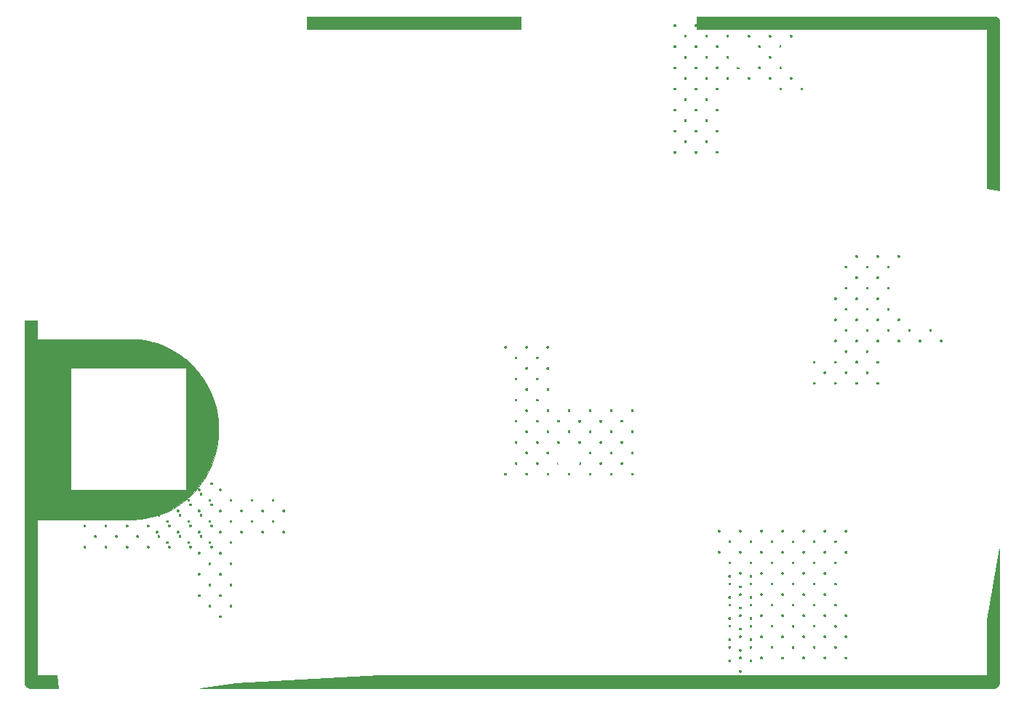
<source format=gbo>
G04 #@! TF.GenerationSoftware,KiCad,Pcbnew,(6.0.4)*
G04 #@! TF.CreationDate,2022-07-03T01:27:51+02:00*
G04 #@! TF.ProjectId,Klotz_02_Plate,4b6c6f74-7a5f-4303-925f-506c6174652e,0.1*
G04 #@! TF.SameCoordinates,Original*
G04 #@! TF.FileFunction,Legend,Bot*
G04 #@! TF.FilePolarity,Positive*
%FSLAX46Y46*%
G04 Gerber Fmt 4.6, Leading zero omitted, Abs format (unit mm)*
G04 Created by KiCad (PCBNEW (6.0.4)) date 2022-07-03 01:27:51*
%MOMM*%
%LPD*%
G01*
G04 APERTURE LIST*
%ADD10C,0.010000*%
%ADD11C,3.600000*%
%ADD12C,2.600000*%
G04 APERTURE END LIST*
D10*
G36*
X198288716Y-131070957D02*
G01*
X198287794Y-131107121D01*
X198285056Y-131142827D01*
X198280548Y-131178029D01*
X198274316Y-131212682D01*
X198266404Y-131246740D01*
X198256857Y-131280159D01*
X198245722Y-131312894D01*
X198233043Y-131344898D01*
X198218865Y-131376127D01*
X198203233Y-131406537D01*
X198186194Y-131436080D01*
X198167791Y-131464713D01*
X198148071Y-131492389D01*
X198127078Y-131519065D01*
X198104858Y-131544694D01*
X198081455Y-131569232D01*
X198056916Y-131592632D01*
X198031285Y-131614851D01*
X198004607Y-131635842D01*
X197976929Y-131655561D01*
X197948294Y-131673962D01*
X197918748Y-131691001D01*
X197888337Y-131706631D01*
X197857105Y-131720808D01*
X197825098Y-131733486D01*
X197792361Y-131744621D01*
X197758939Y-131754166D01*
X197724878Y-131762078D01*
X197690223Y-131768310D01*
X197655018Y-131772817D01*
X197619309Y-131775555D01*
X197583142Y-131776477D01*
X105262620Y-131776477D01*
X109358462Y-131201473D01*
X109351409Y-131159145D01*
X126140485Y-130280773D01*
X196824651Y-130280773D01*
X196824658Y-130273716D01*
X196824658Y-123821720D01*
X198288716Y-115528312D01*
X198288716Y-131070957D01*
G37*
X198288716Y-131070957D02*
X198287794Y-131107121D01*
X198285056Y-131142827D01*
X198280548Y-131178029D01*
X198274316Y-131212682D01*
X198266404Y-131246740D01*
X198256857Y-131280159D01*
X198245722Y-131312894D01*
X198233043Y-131344898D01*
X198218865Y-131376127D01*
X198203233Y-131406537D01*
X198186194Y-131436080D01*
X198167791Y-131464713D01*
X198148071Y-131492389D01*
X198127078Y-131519065D01*
X198104858Y-131544694D01*
X198081455Y-131569232D01*
X198056916Y-131592632D01*
X198031285Y-131614851D01*
X198004607Y-131635842D01*
X197976929Y-131655561D01*
X197948294Y-131673962D01*
X197918748Y-131691001D01*
X197888337Y-131706631D01*
X197857105Y-131720808D01*
X197825098Y-131733486D01*
X197792361Y-131744621D01*
X197758939Y-131754166D01*
X197724878Y-131762078D01*
X197690223Y-131768310D01*
X197655018Y-131772817D01*
X197619309Y-131775555D01*
X197583142Y-131776477D01*
X105262620Y-131776477D01*
X109358462Y-131201473D01*
X109351409Y-131159145D01*
X126140485Y-130280773D01*
X196824651Y-130280773D01*
X196824658Y-130273716D01*
X196824658Y-123821720D01*
X198288716Y-115528312D01*
X198288716Y-131070957D01*
G36*
X180411892Y-92415498D02*
G01*
X180417716Y-92415764D01*
X180423446Y-92416226D01*
X180429079Y-92416900D01*
X180434608Y-92417802D01*
X180440029Y-92418946D01*
X180445336Y-92420349D01*
X180450524Y-92422026D01*
X180455588Y-92423992D01*
X180460523Y-92426262D01*
X180465323Y-92428854D01*
X180469984Y-92431781D01*
X180474500Y-92435059D01*
X180478866Y-92438705D01*
X180483076Y-92442733D01*
X180487126Y-92447158D01*
X180490971Y-92451791D01*
X180494567Y-92456433D01*
X180497915Y-92461096D01*
X180501015Y-92465790D01*
X180503867Y-92470526D01*
X180506471Y-92475313D01*
X180508828Y-92480161D01*
X180510936Y-92485083D01*
X180512796Y-92490087D01*
X180514408Y-92495183D01*
X180515772Y-92500384D01*
X180516888Y-92505698D01*
X180517756Y-92511136D01*
X180518376Y-92516708D01*
X180518748Y-92522425D01*
X180518872Y-92528297D01*
X180518729Y-92534207D01*
X180518302Y-92540028D01*
X180517599Y-92545754D01*
X180516626Y-92551378D01*
X180515389Y-92556893D01*
X180513896Y-92562293D01*
X180512151Y-92567571D01*
X180510162Y-92572722D01*
X180507936Y-92577738D01*
X180505479Y-92582614D01*
X180502796Y-92587342D01*
X180499895Y-92591916D01*
X180496783Y-92596331D01*
X180493465Y-92600579D01*
X180489948Y-92604653D01*
X180486238Y-92608548D01*
X180482343Y-92612257D01*
X180478268Y-92615774D01*
X180474020Y-92619091D01*
X180469605Y-92622204D01*
X180465030Y-92625104D01*
X180460301Y-92627786D01*
X180455425Y-92630243D01*
X180450408Y-92632469D01*
X180445257Y-92634457D01*
X180439978Y-92636202D01*
X180434578Y-92637695D01*
X180429062Y-92638932D01*
X180423438Y-92639905D01*
X180417712Y-92640608D01*
X180411891Y-92641034D01*
X180405980Y-92641178D01*
X180400070Y-92641054D01*
X180394247Y-92640682D01*
X180388517Y-92640062D01*
X180382885Y-92639194D01*
X180377357Y-92638077D01*
X180371936Y-92636713D01*
X180366630Y-92635101D01*
X180361442Y-92633241D01*
X180356377Y-92631133D01*
X180351442Y-92628777D01*
X180346642Y-92626173D01*
X180341980Y-92623321D01*
X180337464Y-92620220D01*
X180333097Y-92616872D01*
X180328885Y-92613276D01*
X180324834Y-92609432D01*
X180320990Y-92604800D01*
X180317393Y-92600158D01*
X180314045Y-92595496D01*
X180310945Y-92590802D01*
X180308093Y-92586067D01*
X180305489Y-92581281D01*
X180303133Y-92576432D01*
X180301024Y-92571511D01*
X180299164Y-92566507D01*
X180297552Y-92561410D01*
X180296188Y-92556210D01*
X180295072Y-92550896D01*
X180294204Y-92545458D01*
X180293584Y-92539886D01*
X180293212Y-92534169D01*
X180293088Y-92528297D01*
X180293212Y-92522386D01*
X180293584Y-92516563D01*
X180294204Y-92510833D01*
X180295072Y-92505201D01*
X180296188Y-92499673D01*
X180297552Y-92494253D01*
X180299164Y-92488947D01*
X180301024Y-92483759D01*
X180303133Y-92478696D01*
X180305489Y-92473762D01*
X180308093Y-92468962D01*
X180310945Y-92464302D01*
X180314045Y-92459786D01*
X180317393Y-92455420D01*
X180320990Y-92451209D01*
X180324834Y-92447158D01*
X180329467Y-92443314D01*
X180334111Y-92439718D01*
X180338776Y-92436370D01*
X180343471Y-92433270D01*
X180348207Y-92430417D01*
X180352995Y-92427813D01*
X180357844Y-92425457D01*
X180362766Y-92423349D01*
X180367771Y-92421489D01*
X180372868Y-92419877D01*
X180378068Y-92418513D01*
X180383382Y-92417397D01*
X180388820Y-92416529D01*
X180394392Y-92415908D01*
X180400109Y-92415536D01*
X180405980Y-92415412D01*
X180411892Y-92415498D01*
G37*
X180411892Y-92415498D02*
X180417716Y-92415764D01*
X180423446Y-92416226D01*
X180429079Y-92416900D01*
X180434608Y-92417802D01*
X180440029Y-92418946D01*
X180445336Y-92420349D01*
X180450524Y-92422026D01*
X180455588Y-92423992D01*
X180460523Y-92426262D01*
X180465323Y-92428854D01*
X180469984Y-92431781D01*
X180474500Y-92435059D01*
X180478866Y-92438705D01*
X180483076Y-92442733D01*
X180487126Y-92447158D01*
X180490971Y-92451791D01*
X180494567Y-92456433D01*
X180497915Y-92461096D01*
X180501015Y-92465790D01*
X180503867Y-92470526D01*
X180506471Y-92475313D01*
X180508828Y-92480161D01*
X180510936Y-92485083D01*
X180512796Y-92490087D01*
X180514408Y-92495183D01*
X180515772Y-92500384D01*
X180516888Y-92505698D01*
X180517756Y-92511136D01*
X180518376Y-92516708D01*
X180518748Y-92522425D01*
X180518872Y-92528297D01*
X180518729Y-92534207D01*
X180518302Y-92540028D01*
X180517599Y-92545754D01*
X180516626Y-92551378D01*
X180515389Y-92556893D01*
X180513896Y-92562293D01*
X180512151Y-92567571D01*
X180510162Y-92572722D01*
X180507936Y-92577738D01*
X180505479Y-92582614D01*
X180502796Y-92587342D01*
X180499895Y-92591916D01*
X180496783Y-92596331D01*
X180493465Y-92600579D01*
X180489948Y-92604653D01*
X180486238Y-92608548D01*
X180482343Y-92612257D01*
X180478268Y-92615774D01*
X180474020Y-92619091D01*
X180469605Y-92622204D01*
X180465030Y-92625104D01*
X180460301Y-92627786D01*
X180455425Y-92630243D01*
X180450408Y-92632469D01*
X180445257Y-92634457D01*
X180439978Y-92636202D01*
X180434578Y-92637695D01*
X180429062Y-92638932D01*
X180423438Y-92639905D01*
X180417712Y-92640608D01*
X180411891Y-92641034D01*
X180405980Y-92641178D01*
X180400070Y-92641054D01*
X180394247Y-92640682D01*
X180388517Y-92640062D01*
X180382885Y-92639194D01*
X180377357Y-92638077D01*
X180371936Y-92636713D01*
X180366630Y-92635101D01*
X180361442Y-92633241D01*
X180356377Y-92631133D01*
X180351442Y-92628777D01*
X180346642Y-92626173D01*
X180341980Y-92623321D01*
X180337464Y-92620220D01*
X180333097Y-92616872D01*
X180328885Y-92613276D01*
X180324834Y-92609432D01*
X180320990Y-92604800D01*
X180317393Y-92600158D01*
X180314045Y-92595496D01*
X180310945Y-92590802D01*
X180308093Y-92586067D01*
X180305489Y-92581281D01*
X180303133Y-92576432D01*
X180301024Y-92571511D01*
X180299164Y-92566507D01*
X180297552Y-92561410D01*
X180296188Y-92556210D01*
X180295072Y-92550896D01*
X180294204Y-92545458D01*
X180293584Y-92539886D01*
X180293212Y-92534169D01*
X180293088Y-92528297D01*
X180293212Y-92522386D01*
X180293584Y-92516563D01*
X180294204Y-92510833D01*
X180295072Y-92505201D01*
X180296188Y-92499673D01*
X180297552Y-92494253D01*
X180299164Y-92488947D01*
X180301024Y-92483759D01*
X180303133Y-92478696D01*
X180305489Y-92473762D01*
X180308093Y-92468962D01*
X180310945Y-92464302D01*
X180314045Y-92459786D01*
X180317393Y-92455420D01*
X180320990Y-92451209D01*
X180324834Y-92447158D01*
X180329467Y-92443314D01*
X180334111Y-92439718D01*
X180338776Y-92436370D01*
X180343471Y-92433270D01*
X180348207Y-92430417D01*
X180352995Y-92427813D01*
X180357844Y-92425457D01*
X180362766Y-92423349D01*
X180367771Y-92421489D01*
X180372868Y-92419877D01*
X180378068Y-92418513D01*
X180383382Y-92417397D01*
X180388820Y-92416529D01*
X180394392Y-92415908D01*
X180400109Y-92415536D01*
X180405980Y-92415412D01*
X180411892Y-92415498D01*
G36*
X143225911Y-92136711D02*
G01*
X143225904Y-92136711D01*
X143225907Y-92136710D01*
X143225911Y-92136711D01*
G37*
X143225911Y-92136711D02*
X143225904Y-92136711D01*
X143225907Y-92136710D01*
X143225911Y-92136711D01*
G36*
X106333941Y-112208920D02*
G01*
X106339764Y-112209187D01*
X106345495Y-112209649D01*
X106351126Y-112210324D01*
X106356655Y-112211226D01*
X106362075Y-112212370D01*
X106367382Y-112213773D01*
X106372569Y-112215450D01*
X106377633Y-112217417D01*
X106382567Y-112219688D01*
X106387367Y-112222279D01*
X106392028Y-112225207D01*
X106396543Y-112228486D01*
X106400909Y-112232131D01*
X106405120Y-112236159D01*
X106409171Y-112240585D01*
X106413016Y-112245216D01*
X106416613Y-112249857D01*
X106419962Y-112254520D01*
X106423062Y-112259213D01*
X106425915Y-112263948D01*
X106428519Y-112268734D01*
X106430876Y-112273583D01*
X106432984Y-112278504D01*
X106434844Y-112283508D01*
X106436456Y-112288604D01*
X106437820Y-112293804D01*
X106438937Y-112299118D01*
X106439805Y-112304556D01*
X106440425Y-112310128D01*
X106440797Y-112315844D01*
X106440921Y-112321716D01*
X106440777Y-112327627D01*
X106440351Y-112333449D01*
X106439648Y-112339175D01*
X106438675Y-112344799D01*
X106437438Y-112350314D01*
X106435944Y-112355715D01*
X106434200Y-112360994D01*
X106432212Y-112366145D01*
X106429985Y-112371162D01*
X106427528Y-112376038D01*
X106424846Y-112380766D01*
X106421945Y-112385341D01*
X106418833Y-112389756D01*
X106415515Y-112394004D01*
X106411998Y-112398079D01*
X106408289Y-112401974D01*
X106404393Y-112405683D01*
X106400318Y-112409200D01*
X106396070Y-112412517D01*
X106391656Y-112415630D01*
X106387081Y-112418530D01*
X106382352Y-112421212D01*
X106377476Y-112423669D01*
X106372459Y-112425895D01*
X106367308Y-112427884D01*
X106362029Y-112429628D01*
X106356629Y-112431122D01*
X106351113Y-112432358D01*
X106345489Y-112433331D01*
X106339763Y-112434034D01*
X106333941Y-112434461D01*
X106328031Y-112434604D01*
X106322119Y-112434480D01*
X106316296Y-112434108D01*
X106310566Y-112433488D01*
X106304934Y-112432620D01*
X106299405Y-112431504D01*
X106293985Y-112430140D01*
X106288679Y-112428528D01*
X106283491Y-112426668D01*
X106278428Y-112424560D01*
X106273494Y-112422203D01*
X106268694Y-112419599D01*
X106264033Y-112416747D01*
X106259518Y-112413647D01*
X106255152Y-112410299D01*
X106250941Y-112406702D01*
X106246890Y-112402858D01*
X106246890Y-112402851D01*
X106243045Y-112398220D01*
X106239448Y-112393578D01*
X106236099Y-112388916D01*
X106232999Y-112384223D01*
X106230146Y-112379488D01*
X106227541Y-112374701D01*
X106225185Y-112369852D01*
X106223076Y-112364931D01*
X106221216Y-112359927D01*
X106219604Y-112354830D01*
X106218239Y-112349630D01*
X106217123Y-112344316D01*
X106216255Y-112338878D01*
X106215635Y-112333305D01*
X106215263Y-112327588D01*
X106215138Y-112321716D01*
X106215263Y-112315806D01*
X106215635Y-112309983D01*
X106216255Y-112304254D01*
X106217123Y-112298623D01*
X106218239Y-112293094D01*
X106219604Y-112287675D01*
X106221216Y-112282369D01*
X106223076Y-112277182D01*
X106225185Y-112272119D01*
X106227541Y-112267185D01*
X106230146Y-112262386D01*
X106232999Y-112257726D01*
X106236099Y-112253211D01*
X106239448Y-112248845D01*
X106243045Y-112244635D01*
X106246890Y-112240585D01*
X106251522Y-112236741D01*
X106256164Y-112233144D01*
X106260827Y-112229796D01*
X106265521Y-112226695D01*
X106270256Y-112223843D01*
X106275044Y-112221238D01*
X106279892Y-112218882D01*
X106284814Y-112216773D01*
X106289818Y-112214913D01*
X106294915Y-112213301D01*
X106300116Y-112211936D01*
X106305430Y-112210820D01*
X106310868Y-112209952D01*
X106316441Y-112209331D01*
X106322158Y-112208959D01*
X106328031Y-112208835D01*
X106333941Y-112208920D01*
G37*
X106333941Y-112208920D02*
X106339764Y-112209187D01*
X106345495Y-112209649D01*
X106351126Y-112210324D01*
X106356655Y-112211226D01*
X106362075Y-112212370D01*
X106367382Y-112213773D01*
X106372569Y-112215450D01*
X106377633Y-112217417D01*
X106382567Y-112219688D01*
X106387367Y-112222279D01*
X106392028Y-112225207D01*
X106396543Y-112228486D01*
X106400909Y-112232131D01*
X106405120Y-112236159D01*
X106409171Y-112240585D01*
X106413016Y-112245216D01*
X106416613Y-112249857D01*
X106419962Y-112254520D01*
X106423062Y-112259213D01*
X106425915Y-112263948D01*
X106428519Y-112268734D01*
X106430876Y-112273583D01*
X106432984Y-112278504D01*
X106434844Y-112283508D01*
X106436456Y-112288604D01*
X106437820Y-112293804D01*
X106438937Y-112299118D01*
X106439805Y-112304556D01*
X106440425Y-112310128D01*
X106440797Y-112315844D01*
X106440921Y-112321716D01*
X106440777Y-112327627D01*
X106440351Y-112333449D01*
X106439648Y-112339175D01*
X106438675Y-112344799D01*
X106437438Y-112350314D01*
X106435944Y-112355715D01*
X106434200Y-112360994D01*
X106432212Y-112366145D01*
X106429985Y-112371162D01*
X106427528Y-112376038D01*
X106424846Y-112380766D01*
X106421945Y-112385341D01*
X106418833Y-112389756D01*
X106415515Y-112394004D01*
X106411998Y-112398079D01*
X106408289Y-112401974D01*
X106404393Y-112405683D01*
X106400318Y-112409200D01*
X106396070Y-112412517D01*
X106391656Y-112415630D01*
X106387081Y-112418530D01*
X106382352Y-112421212D01*
X106377476Y-112423669D01*
X106372459Y-112425895D01*
X106367308Y-112427884D01*
X106362029Y-112429628D01*
X106356629Y-112431122D01*
X106351113Y-112432358D01*
X106345489Y-112433331D01*
X106339763Y-112434034D01*
X106333941Y-112434461D01*
X106328031Y-112434604D01*
X106322119Y-112434480D01*
X106316296Y-112434108D01*
X106310566Y-112433488D01*
X106304934Y-112432620D01*
X106299405Y-112431504D01*
X106293985Y-112430140D01*
X106288679Y-112428528D01*
X106283491Y-112426668D01*
X106278428Y-112424560D01*
X106273494Y-112422203D01*
X106268694Y-112419599D01*
X106264033Y-112416747D01*
X106259518Y-112413647D01*
X106255152Y-112410299D01*
X106250941Y-112406702D01*
X106246890Y-112402858D01*
X106246890Y-112402851D01*
X106243045Y-112398220D01*
X106239448Y-112393578D01*
X106236099Y-112388916D01*
X106232999Y-112384223D01*
X106230146Y-112379488D01*
X106227541Y-112374701D01*
X106225185Y-112369852D01*
X106223076Y-112364931D01*
X106221216Y-112359927D01*
X106219604Y-112354830D01*
X106218239Y-112349630D01*
X106217123Y-112344316D01*
X106216255Y-112338878D01*
X106215635Y-112333305D01*
X106215263Y-112327588D01*
X106215138Y-112321716D01*
X106215263Y-112315806D01*
X106215635Y-112309983D01*
X106216255Y-112304254D01*
X106217123Y-112298623D01*
X106218239Y-112293094D01*
X106219604Y-112287675D01*
X106221216Y-112282369D01*
X106223076Y-112277182D01*
X106225185Y-112272119D01*
X106227541Y-112267185D01*
X106230146Y-112262386D01*
X106232999Y-112257726D01*
X106236099Y-112253211D01*
X106239448Y-112248845D01*
X106243045Y-112244635D01*
X106246890Y-112240585D01*
X106251522Y-112236741D01*
X106256164Y-112233144D01*
X106260827Y-112229796D01*
X106265521Y-112226695D01*
X106270256Y-112223843D01*
X106275044Y-112221238D01*
X106279892Y-112218882D01*
X106284814Y-112216773D01*
X106289818Y-112214913D01*
X106294915Y-112213301D01*
X106300116Y-112211936D01*
X106305430Y-112210820D01*
X106310868Y-112209952D01*
X106316441Y-112209331D01*
X106322158Y-112208959D01*
X106328031Y-112208835D01*
X106333941Y-112208920D01*
G36*
X108796392Y-119599263D02*
G01*
X108802215Y-119599529D01*
X108807945Y-119599992D01*
X108813578Y-119600666D01*
X108819106Y-119601568D01*
X108824527Y-119602713D01*
X108829833Y-119604116D01*
X108835021Y-119605793D01*
X108840084Y-119607759D01*
X108845019Y-119610030D01*
X108849819Y-119612621D01*
X108854479Y-119615548D01*
X108858995Y-119618826D01*
X108863361Y-119622471D01*
X108867572Y-119626499D01*
X108871623Y-119630924D01*
X108875468Y-119635555D01*
X108879064Y-119640196D01*
X108882413Y-119644858D01*
X108885513Y-119649552D01*
X108888366Y-119654287D01*
X108890970Y-119659073D01*
X108893327Y-119663922D01*
X108895435Y-119668843D01*
X108897295Y-119673847D01*
X108898908Y-119678943D01*
X108900272Y-119684143D01*
X108901388Y-119689457D01*
X108902256Y-119694895D01*
X108902877Y-119700467D01*
X108903249Y-119706183D01*
X108903373Y-119712055D01*
X108903249Y-119717965D01*
X108902877Y-119723788D01*
X108902256Y-119729518D01*
X108901388Y-119735149D01*
X108900272Y-119740678D01*
X108898908Y-119746098D01*
X108897295Y-119751405D01*
X108895435Y-119756592D01*
X108893327Y-119761656D01*
X108890970Y-119766591D01*
X108888366Y-119771391D01*
X108885513Y-119776051D01*
X108882413Y-119780567D01*
X108879064Y-119784933D01*
X108875468Y-119789143D01*
X108871623Y-119793193D01*
X108866991Y-119797038D01*
X108862348Y-119800634D01*
X108857685Y-119803982D01*
X108852991Y-119807082D01*
X108848255Y-119809934D01*
X108843468Y-119812539D01*
X108838618Y-119814895D01*
X108833697Y-119817003D01*
X108828693Y-119818863D01*
X108823595Y-119820475D01*
X108818395Y-119821839D01*
X108813081Y-119822955D01*
X108807642Y-119823823D01*
X108802070Y-119824443D01*
X108796353Y-119824815D01*
X108790481Y-119824939D01*
X108784569Y-119824815D01*
X108778746Y-119824443D01*
X108773016Y-119823823D01*
X108767383Y-119822955D01*
X108761854Y-119821839D01*
X108756434Y-119820475D01*
X108751128Y-119818863D01*
X108745940Y-119817003D01*
X108740876Y-119814895D01*
X108735942Y-119812539D01*
X108731141Y-119809934D01*
X108726481Y-119807082D01*
X108721965Y-119803982D01*
X108717599Y-119800634D01*
X108713389Y-119797038D01*
X108709338Y-119793193D01*
X108705494Y-119788561D01*
X108701897Y-119783919D01*
X108698548Y-119779255D01*
X108695448Y-119774561D01*
X108692595Y-119769825D01*
X108689991Y-119765038D01*
X108687635Y-119760189D01*
X108685526Y-119755268D01*
X108683666Y-119750264D01*
X108682053Y-119745167D01*
X108680689Y-119739966D01*
X108679573Y-119734653D01*
X108678705Y-119729215D01*
X108678085Y-119723643D01*
X108677712Y-119717926D01*
X108677588Y-119712055D01*
X108677674Y-119706145D01*
X108677940Y-119700322D01*
X108678402Y-119694593D01*
X108679077Y-119688961D01*
X108679978Y-119683433D01*
X108681123Y-119678014D01*
X108682526Y-119672708D01*
X108684203Y-119667521D01*
X108686169Y-119662458D01*
X108688440Y-119657524D01*
X108691032Y-119652725D01*
X108693959Y-119648065D01*
X108697238Y-119643550D01*
X108700884Y-119639184D01*
X108704912Y-119634974D01*
X108709338Y-119630924D01*
X108713970Y-119627080D01*
X108718612Y-119623483D01*
X108723276Y-119620135D01*
X108727970Y-119617035D01*
X108732705Y-119614183D01*
X108737492Y-119611579D01*
X108742341Y-119609223D01*
X108747263Y-119607114D01*
X108752267Y-119605254D01*
X108757364Y-119603642D01*
X108762565Y-119602278D01*
X108767880Y-119601162D01*
X108773318Y-119600294D01*
X108778891Y-119599674D01*
X108784608Y-119599302D01*
X108790481Y-119599178D01*
X108796392Y-119599263D01*
G37*
X108796392Y-119599263D02*
X108802215Y-119599529D01*
X108807945Y-119599992D01*
X108813578Y-119600666D01*
X108819106Y-119601568D01*
X108824527Y-119602713D01*
X108829833Y-119604116D01*
X108835021Y-119605793D01*
X108840084Y-119607759D01*
X108845019Y-119610030D01*
X108849819Y-119612621D01*
X108854479Y-119615548D01*
X108858995Y-119618826D01*
X108863361Y-119622471D01*
X108867572Y-119626499D01*
X108871623Y-119630924D01*
X108875468Y-119635555D01*
X108879064Y-119640196D01*
X108882413Y-119644858D01*
X108885513Y-119649552D01*
X108888366Y-119654287D01*
X108890970Y-119659073D01*
X108893327Y-119663922D01*
X108895435Y-119668843D01*
X108897295Y-119673847D01*
X108898908Y-119678943D01*
X108900272Y-119684143D01*
X108901388Y-119689457D01*
X108902256Y-119694895D01*
X108902877Y-119700467D01*
X108903249Y-119706183D01*
X108903373Y-119712055D01*
X108903249Y-119717965D01*
X108902877Y-119723788D01*
X108902256Y-119729518D01*
X108901388Y-119735149D01*
X108900272Y-119740678D01*
X108898908Y-119746098D01*
X108897295Y-119751405D01*
X108895435Y-119756592D01*
X108893327Y-119761656D01*
X108890970Y-119766591D01*
X108888366Y-119771391D01*
X108885513Y-119776051D01*
X108882413Y-119780567D01*
X108879064Y-119784933D01*
X108875468Y-119789143D01*
X108871623Y-119793193D01*
X108866991Y-119797038D01*
X108862348Y-119800634D01*
X108857685Y-119803982D01*
X108852991Y-119807082D01*
X108848255Y-119809934D01*
X108843468Y-119812539D01*
X108838618Y-119814895D01*
X108833697Y-119817003D01*
X108828693Y-119818863D01*
X108823595Y-119820475D01*
X108818395Y-119821839D01*
X108813081Y-119822955D01*
X108807642Y-119823823D01*
X108802070Y-119824443D01*
X108796353Y-119824815D01*
X108790481Y-119824939D01*
X108784569Y-119824815D01*
X108778746Y-119824443D01*
X108773016Y-119823823D01*
X108767383Y-119822955D01*
X108761854Y-119821839D01*
X108756434Y-119820475D01*
X108751128Y-119818863D01*
X108745940Y-119817003D01*
X108740876Y-119814895D01*
X108735942Y-119812539D01*
X108731141Y-119809934D01*
X108726481Y-119807082D01*
X108721965Y-119803982D01*
X108717599Y-119800634D01*
X108713389Y-119797038D01*
X108709338Y-119793193D01*
X108705494Y-119788561D01*
X108701897Y-119783919D01*
X108698548Y-119779255D01*
X108695448Y-119774561D01*
X108692595Y-119769825D01*
X108689991Y-119765038D01*
X108687635Y-119760189D01*
X108685526Y-119755268D01*
X108683666Y-119750264D01*
X108682053Y-119745167D01*
X108680689Y-119739966D01*
X108679573Y-119734653D01*
X108678705Y-119729215D01*
X108678085Y-119723643D01*
X108677712Y-119717926D01*
X108677588Y-119712055D01*
X108677674Y-119706145D01*
X108677940Y-119700322D01*
X108678402Y-119694593D01*
X108679077Y-119688961D01*
X108679978Y-119683433D01*
X108681123Y-119678014D01*
X108682526Y-119672708D01*
X108684203Y-119667521D01*
X108686169Y-119662458D01*
X108688440Y-119657524D01*
X108691032Y-119652725D01*
X108693959Y-119648065D01*
X108697238Y-119643550D01*
X108700884Y-119639184D01*
X108704912Y-119634974D01*
X108709338Y-119630924D01*
X108713970Y-119627080D01*
X108718612Y-119623483D01*
X108723276Y-119620135D01*
X108727970Y-119617035D01*
X108732705Y-119614183D01*
X108737492Y-119611579D01*
X108742341Y-119609223D01*
X108747263Y-119607114D01*
X108752267Y-119605254D01*
X108757364Y-119603642D01*
X108762565Y-119602278D01*
X108767880Y-119601162D01*
X108773318Y-119600294D01*
X108778891Y-119599674D01*
X108784608Y-119599302D01*
X108790481Y-119599178D01*
X108796392Y-119599263D01*
G36*
X171793360Y-119486410D02*
G01*
X171799183Y-119486782D01*
X171804913Y-119487402D01*
X171810544Y-119488270D01*
X171816073Y-119489386D01*
X171821493Y-119490750D01*
X171826800Y-119492362D01*
X171831987Y-119494222D01*
X171837051Y-119496330D01*
X171841986Y-119498686D01*
X171846786Y-119501291D01*
X171851446Y-119504143D01*
X171855962Y-119507243D01*
X171860328Y-119510591D01*
X171864538Y-119514187D01*
X171868588Y-119518032D01*
X171872433Y-119522663D01*
X171876029Y-119527304D01*
X171879377Y-119531966D01*
X171882477Y-119536660D01*
X171885329Y-119541394D01*
X171887934Y-119546181D01*
X171890290Y-119551030D01*
X171892398Y-119555951D01*
X171894258Y-119560954D01*
X171895870Y-119566051D01*
X171897234Y-119571251D01*
X171898350Y-119576565D01*
X171899218Y-119582003D01*
X171899838Y-119587575D01*
X171900210Y-119593291D01*
X171900334Y-119599163D01*
X171900191Y-119605073D01*
X171899764Y-119610895D01*
X171899061Y-119616621D01*
X171898088Y-119622245D01*
X171896851Y-119627760D01*
X171895358Y-119633161D01*
X171893613Y-119638440D01*
X171891625Y-119643591D01*
X171889398Y-119648608D01*
X171886941Y-119653484D01*
X171884258Y-119658212D01*
X171881358Y-119662787D01*
X171878245Y-119667202D01*
X171874927Y-119671450D01*
X171871410Y-119675525D01*
X171867701Y-119679421D01*
X171863805Y-119683130D01*
X171859730Y-119686647D01*
X171855482Y-119689965D01*
X171851067Y-119693078D01*
X171846492Y-119695979D01*
X171841763Y-119698661D01*
X171836887Y-119701119D01*
X171831870Y-119703345D01*
X171826719Y-119705334D01*
X171821440Y-119707078D01*
X171816040Y-119708572D01*
X171810524Y-119709808D01*
X171804900Y-119710781D01*
X171799174Y-119711485D01*
X171793353Y-119711911D01*
X171787442Y-119712055D01*
X171781532Y-119711931D01*
X171775709Y-119711559D01*
X171769979Y-119710939D01*
X171764348Y-119710071D01*
X171758819Y-119708954D01*
X171753399Y-119707590D01*
X171748092Y-119705978D01*
X171742905Y-119704117D01*
X171737841Y-119702009D01*
X171732906Y-119699652D01*
X171728106Y-119697047D01*
X171723446Y-119694194D01*
X171718930Y-119691093D01*
X171714564Y-119687744D01*
X171710354Y-119684147D01*
X171706304Y-119680301D01*
X171706311Y-119680301D01*
X171702466Y-119675669D01*
X171698868Y-119671027D01*
X171695519Y-119666364D01*
X171692418Y-119661670D01*
X171689565Y-119656935D01*
X171686960Y-119652148D01*
X171684604Y-119647299D01*
X171682495Y-119642378D01*
X171680635Y-119637375D01*
X171679022Y-119632278D01*
X171677658Y-119627078D01*
X171676542Y-119621764D01*
X171675674Y-119616326D01*
X171675054Y-119610753D01*
X171674682Y-119605035D01*
X171674558Y-119599163D01*
X171674643Y-119593252D01*
X171674909Y-119587430D01*
X171675372Y-119581701D01*
X171676046Y-119576069D01*
X171676948Y-119570541D01*
X171678093Y-119565122D01*
X171679496Y-119559816D01*
X171681173Y-119554629D01*
X171683140Y-119549566D01*
X171685411Y-119544632D01*
X171688003Y-119539833D01*
X171690931Y-119535173D01*
X171694210Y-119530657D01*
X171697856Y-119526292D01*
X171701885Y-119522082D01*
X171706311Y-119518032D01*
X171710942Y-119514187D01*
X171715584Y-119510591D01*
X171720246Y-119507243D01*
X171724939Y-119504143D01*
X171729674Y-119501291D01*
X171734461Y-119498686D01*
X171739310Y-119496330D01*
X171744231Y-119494222D01*
X171749235Y-119492362D01*
X171754333Y-119490750D01*
X171759533Y-119489386D01*
X171764848Y-119488270D01*
X171770286Y-119487402D01*
X171775859Y-119486782D01*
X171781577Y-119486410D01*
X171787450Y-119486286D01*
X171793360Y-119486410D01*
G37*
X171793360Y-119486410D02*
X171799183Y-119486782D01*
X171804913Y-119487402D01*
X171810544Y-119488270D01*
X171816073Y-119489386D01*
X171821493Y-119490750D01*
X171826800Y-119492362D01*
X171831987Y-119494222D01*
X171837051Y-119496330D01*
X171841986Y-119498686D01*
X171846786Y-119501291D01*
X171851446Y-119504143D01*
X171855962Y-119507243D01*
X171860328Y-119510591D01*
X171864538Y-119514187D01*
X171868588Y-119518032D01*
X171872433Y-119522663D01*
X171876029Y-119527304D01*
X171879377Y-119531966D01*
X171882477Y-119536660D01*
X171885329Y-119541394D01*
X171887934Y-119546181D01*
X171890290Y-119551030D01*
X171892398Y-119555951D01*
X171894258Y-119560954D01*
X171895870Y-119566051D01*
X171897234Y-119571251D01*
X171898350Y-119576565D01*
X171899218Y-119582003D01*
X171899838Y-119587575D01*
X171900210Y-119593291D01*
X171900334Y-119599163D01*
X171900191Y-119605073D01*
X171899764Y-119610895D01*
X171899061Y-119616621D01*
X171898088Y-119622245D01*
X171896851Y-119627760D01*
X171895358Y-119633161D01*
X171893613Y-119638440D01*
X171891625Y-119643591D01*
X171889398Y-119648608D01*
X171886941Y-119653484D01*
X171884258Y-119658212D01*
X171881358Y-119662787D01*
X171878245Y-119667202D01*
X171874927Y-119671450D01*
X171871410Y-119675525D01*
X171867701Y-119679421D01*
X171863805Y-119683130D01*
X171859730Y-119686647D01*
X171855482Y-119689965D01*
X171851067Y-119693078D01*
X171846492Y-119695979D01*
X171841763Y-119698661D01*
X171836887Y-119701119D01*
X171831870Y-119703345D01*
X171826719Y-119705334D01*
X171821440Y-119707078D01*
X171816040Y-119708572D01*
X171810524Y-119709808D01*
X171804900Y-119710781D01*
X171799174Y-119711485D01*
X171793353Y-119711911D01*
X171787442Y-119712055D01*
X171781532Y-119711931D01*
X171775709Y-119711559D01*
X171769979Y-119710939D01*
X171764348Y-119710071D01*
X171758819Y-119708954D01*
X171753399Y-119707590D01*
X171748092Y-119705978D01*
X171742905Y-119704117D01*
X171737841Y-119702009D01*
X171732906Y-119699652D01*
X171728106Y-119697047D01*
X171723446Y-119694194D01*
X171718930Y-119691093D01*
X171714564Y-119687744D01*
X171710354Y-119684147D01*
X171706304Y-119680301D01*
X171706311Y-119680301D01*
X171702466Y-119675669D01*
X171698868Y-119671027D01*
X171695519Y-119666364D01*
X171692418Y-119661670D01*
X171689565Y-119656935D01*
X171686960Y-119652148D01*
X171684604Y-119647299D01*
X171682495Y-119642378D01*
X171680635Y-119637375D01*
X171679022Y-119632278D01*
X171677658Y-119627078D01*
X171676542Y-119621764D01*
X171675674Y-119616326D01*
X171675054Y-119610753D01*
X171674682Y-119605035D01*
X171674558Y-119599163D01*
X171674643Y-119593252D01*
X171674909Y-119587430D01*
X171675372Y-119581701D01*
X171676046Y-119576069D01*
X171676948Y-119570541D01*
X171678093Y-119565122D01*
X171679496Y-119559816D01*
X171681173Y-119554629D01*
X171683140Y-119549566D01*
X171685411Y-119544632D01*
X171688003Y-119539833D01*
X171690931Y-119535173D01*
X171694210Y-119530657D01*
X171697856Y-119526292D01*
X171701885Y-119522082D01*
X171706311Y-119518032D01*
X171710942Y-119514187D01*
X171715584Y-119510591D01*
X171720246Y-119507243D01*
X171724939Y-119504143D01*
X171729674Y-119501291D01*
X171734461Y-119498686D01*
X171739310Y-119496330D01*
X171744231Y-119494222D01*
X171749235Y-119492362D01*
X171754333Y-119490750D01*
X171759533Y-119489386D01*
X171764848Y-119488270D01*
X171770286Y-119487402D01*
X171775859Y-119486782D01*
X171781577Y-119486410D01*
X171787450Y-119486286D01*
X171793360Y-119486410D01*
G36*
X112490055Y-113443624D02*
G01*
X112495878Y-113443996D01*
X112501608Y-113444616D01*
X112507240Y-113445484D01*
X112512769Y-113446600D01*
X112518189Y-113447964D01*
X112523496Y-113449576D01*
X112528683Y-113451437D01*
X112533747Y-113453545D01*
X112538681Y-113455901D01*
X112543482Y-113458505D01*
X112548142Y-113461357D01*
X112552658Y-113464457D01*
X112557024Y-113467805D01*
X112561235Y-113471402D01*
X112565286Y-113475246D01*
X112569130Y-113479878D01*
X112572727Y-113484520D01*
X112576075Y-113489182D01*
X112579176Y-113493876D01*
X112582028Y-113498611D01*
X112584633Y-113503398D01*
X112586989Y-113508247D01*
X112589098Y-113513168D01*
X112590958Y-113518172D01*
X112592570Y-113523269D01*
X112593935Y-113528469D01*
X112595051Y-113533783D01*
X112595919Y-113539221D01*
X112596539Y-113544793D01*
X112596911Y-113550509D01*
X112597035Y-113556381D01*
X112596892Y-113562291D01*
X112596465Y-113568113D01*
X112595762Y-113573839D01*
X112594789Y-113579463D01*
X112593553Y-113584978D01*
X112592059Y-113590378D01*
X112590314Y-113595657D01*
X112588326Y-113600808D01*
X112586100Y-113605824D01*
X112583642Y-113610700D01*
X112580960Y-113615428D01*
X112578059Y-113620003D01*
X112574947Y-113624418D01*
X112571629Y-113628665D01*
X112568112Y-113632740D01*
X112564402Y-113636635D01*
X112560507Y-113640344D01*
X112556432Y-113643861D01*
X112552184Y-113647179D01*
X112547769Y-113650291D01*
X112543194Y-113653191D01*
X112538465Y-113655873D01*
X112533589Y-113658331D01*
X112528572Y-113660557D01*
X112523421Y-113662545D01*
X112518142Y-113664289D01*
X112512741Y-113665783D01*
X112507226Y-113667019D01*
X112501602Y-113667992D01*
X112495876Y-113668695D01*
X112490054Y-113669122D01*
X112484143Y-113669265D01*
X112484143Y-113669261D01*
X112478232Y-113669138D01*
X112472409Y-113668765D01*
X112466678Y-113668145D01*
X112461046Y-113667277D01*
X112455517Y-113666161D01*
X112450097Y-113664797D01*
X112444790Y-113663185D01*
X112439602Y-113661325D01*
X112434539Y-113659217D01*
X112429604Y-113656861D01*
X112424804Y-113654257D01*
X112420144Y-113651404D01*
X112415628Y-113648304D01*
X112411262Y-113644956D01*
X112407051Y-113641360D01*
X112403001Y-113637516D01*
X112399156Y-113632884D01*
X112395560Y-113628242D01*
X112392211Y-113623579D01*
X112389111Y-113618885D01*
X112386258Y-113614150D01*
X112383654Y-113609363D01*
X112381297Y-113604514D01*
X112379189Y-113599593D01*
X112377328Y-113594589D01*
X112375716Y-113589492D01*
X112374352Y-113584292D01*
X112373236Y-113578979D01*
X112372367Y-113573541D01*
X112371747Y-113567969D01*
X112371375Y-113562252D01*
X112371251Y-113556381D01*
X112371336Y-113550471D01*
X112371602Y-113544648D01*
X112372065Y-113538919D01*
X112372739Y-113533287D01*
X112373641Y-113527759D01*
X112374786Y-113522340D01*
X112376189Y-113517034D01*
X112377866Y-113511847D01*
X112379832Y-113506783D01*
X112382103Y-113501849D01*
X112384694Y-113497049D01*
X112387622Y-113492389D01*
X112390901Y-113487873D01*
X112394547Y-113483508D01*
X112398575Y-113479297D01*
X112403001Y-113475246D01*
X112407633Y-113471402D01*
X112412275Y-113467805D01*
X112416938Y-113464457D01*
X112421632Y-113461357D01*
X112426368Y-113458505D01*
X112431155Y-113455901D01*
X112436005Y-113453545D01*
X112440926Y-113451437D01*
X112445931Y-113449576D01*
X112451028Y-113447964D01*
X112456229Y-113446600D01*
X112461543Y-113445484D01*
X112466981Y-113444616D01*
X112472554Y-113443996D01*
X112478271Y-113443624D01*
X112484143Y-113443500D01*
X112490055Y-113443624D01*
G37*
X112490055Y-113443624D02*
X112495878Y-113443996D01*
X112501608Y-113444616D01*
X112507240Y-113445484D01*
X112512769Y-113446600D01*
X112518189Y-113447964D01*
X112523496Y-113449576D01*
X112528683Y-113451437D01*
X112533747Y-113453545D01*
X112538681Y-113455901D01*
X112543482Y-113458505D01*
X112548142Y-113461357D01*
X112552658Y-113464457D01*
X112557024Y-113467805D01*
X112561235Y-113471402D01*
X112565286Y-113475246D01*
X112569130Y-113479878D01*
X112572727Y-113484520D01*
X112576075Y-113489182D01*
X112579176Y-113493876D01*
X112582028Y-113498611D01*
X112584633Y-113503398D01*
X112586989Y-113508247D01*
X112589098Y-113513168D01*
X112590958Y-113518172D01*
X112592570Y-113523269D01*
X112593935Y-113528469D01*
X112595051Y-113533783D01*
X112595919Y-113539221D01*
X112596539Y-113544793D01*
X112596911Y-113550509D01*
X112597035Y-113556381D01*
X112596892Y-113562291D01*
X112596465Y-113568113D01*
X112595762Y-113573839D01*
X112594789Y-113579463D01*
X112593553Y-113584978D01*
X112592059Y-113590378D01*
X112590314Y-113595657D01*
X112588326Y-113600808D01*
X112586100Y-113605824D01*
X112583642Y-113610700D01*
X112580960Y-113615428D01*
X112578059Y-113620003D01*
X112574947Y-113624418D01*
X112571629Y-113628665D01*
X112568112Y-113632740D01*
X112564402Y-113636635D01*
X112560507Y-113640344D01*
X112556432Y-113643861D01*
X112552184Y-113647179D01*
X112547769Y-113650291D01*
X112543194Y-113653191D01*
X112538465Y-113655873D01*
X112533589Y-113658331D01*
X112528572Y-113660557D01*
X112523421Y-113662545D01*
X112518142Y-113664289D01*
X112512741Y-113665783D01*
X112507226Y-113667019D01*
X112501602Y-113667992D01*
X112495876Y-113668695D01*
X112490054Y-113669122D01*
X112484143Y-113669265D01*
X112484143Y-113669261D01*
X112478232Y-113669138D01*
X112472409Y-113668765D01*
X112466678Y-113668145D01*
X112461046Y-113667277D01*
X112455517Y-113666161D01*
X112450097Y-113664797D01*
X112444790Y-113663185D01*
X112439602Y-113661325D01*
X112434539Y-113659217D01*
X112429604Y-113656861D01*
X112424804Y-113654257D01*
X112420144Y-113651404D01*
X112415628Y-113648304D01*
X112411262Y-113644956D01*
X112407051Y-113641360D01*
X112403001Y-113637516D01*
X112399156Y-113632884D01*
X112395560Y-113628242D01*
X112392211Y-113623579D01*
X112389111Y-113618885D01*
X112386258Y-113614150D01*
X112383654Y-113609363D01*
X112381297Y-113604514D01*
X112379189Y-113599593D01*
X112377328Y-113594589D01*
X112375716Y-113589492D01*
X112374352Y-113584292D01*
X112373236Y-113578979D01*
X112372367Y-113573541D01*
X112371747Y-113567969D01*
X112371375Y-113562252D01*
X112371251Y-113556381D01*
X112371336Y-113550471D01*
X112371602Y-113544648D01*
X112372065Y-113538919D01*
X112372739Y-113533287D01*
X112373641Y-113527759D01*
X112374786Y-113522340D01*
X112376189Y-113517034D01*
X112377866Y-113511847D01*
X112379832Y-113506783D01*
X112382103Y-113501849D01*
X112384694Y-113497049D01*
X112387622Y-113492389D01*
X112390901Y-113487873D01*
X112394547Y-113483508D01*
X112398575Y-113479297D01*
X112403001Y-113475246D01*
X112407633Y-113471402D01*
X112412275Y-113467805D01*
X112416938Y-113464457D01*
X112421632Y-113461357D01*
X112426368Y-113458505D01*
X112431155Y-113455901D01*
X112436005Y-113453545D01*
X112440926Y-113451437D01*
X112445931Y-113449576D01*
X112451028Y-113447964D01*
X112456229Y-113446600D01*
X112461543Y-113445484D01*
X112466981Y-113444616D01*
X112472554Y-113443996D01*
X112478271Y-113443624D01*
X112484143Y-113443500D01*
X112490055Y-113443624D01*
G36*
X164176708Y-55664911D02*
G01*
X164182532Y-55665283D01*
X164188262Y-55665903D01*
X164193894Y-55666771D01*
X164199423Y-55667888D01*
X164204843Y-55669252D01*
X164210149Y-55670864D01*
X164215337Y-55672724D01*
X164220400Y-55674832D01*
X164225334Y-55677189D01*
X164230134Y-55679793D01*
X164234794Y-55682646D01*
X164239309Y-55685746D01*
X164243675Y-55689094D01*
X164247885Y-55692691D01*
X164251935Y-55696536D01*
X164255781Y-55701167D01*
X164259378Y-55705809D01*
X164262727Y-55710472D01*
X164265828Y-55715166D01*
X164268681Y-55719901D01*
X164271286Y-55724688D01*
X164273643Y-55729536D01*
X164275751Y-55734457D01*
X164277612Y-55739461D01*
X164279224Y-55744558D01*
X164280588Y-55749758D01*
X164281704Y-55755072D01*
X164282572Y-55760509D01*
X164283193Y-55766082D01*
X164283565Y-55771799D01*
X164283689Y-55777670D01*
X164283545Y-55783581D01*
X164283118Y-55789402D01*
X164282415Y-55795128D01*
X164281442Y-55800752D01*
X164280205Y-55806267D01*
X164278711Y-55811667D01*
X164276966Y-55816946D01*
X164274978Y-55822096D01*
X164272751Y-55827113D01*
X164270293Y-55831988D01*
X164267610Y-55836717D01*
X164264709Y-55841291D01*
X164261596Y-55845706D01*
X164258278Y-55849954D01*
X164254761Y-55854028D01*
X164251051Y-55857924D01*
X164247155Y-55861633D01*
X164243080Y-55865149D01*
X164238831Y-55868467D01*
X164234416Y-55871579D01*
X164229841Y-55874480D01*
X164225112Y-55877162D01*
X164220235Y-55879619D01*
X164215218Y-55881845D01*
X164210067Y-55883834D01*
X164204788Y-55885578D01*
X164199387Y-55887071D01*
X164193871Y-55888308D01*
X164188247Y-55889281D01*
X164182521Y-55889984D01*
X164176699Y-55890410D01*
X164170792Y-55890554D01*
X164164886Y-55890430D01*
X164159063Y-55890058D01*
X164153334Y-55889438D01*
X164147702Y-55888570D01*
X164142173Y-55887454D01*
X164136753Y-55886089D01*
X164131447Y-55884477D01*
X164126259Y-55882617D01*
X164121195Y-55880509D01*
X164116261Y-55878152D01*
X164111460Y-55875548D01*
X164106800Y-55872695D01*
X164102284Y-55869595D01*
X164097918Y-55866247D01*
X164093708Y-55862650D01*
X164089658Y-55858805D01*
X164085814Y-55854174D01*
X164082217Y-55849532D01*
X164078869Y-55844869D01*
X164075769Y-55840175D01*
X164072917Y-55835440D01*
X164070313Y-55830653D01*
X164067956Y-55825805D01*
X164065848Y-55820884D01*
X164063988Y-55815880D01*
X164062376Y-55810783D01*
X164061012Y-55805583D01*
X164059896Y-55800269D01*
X164059028Y-55794831D01*
X164058408Y-55789259D01*
X164058036Y-55783542D01*
X164057912Y-55777670D01*
X164057997Y-55771760D01*
X164058263Y-55765937D01*
X164058726Y-55760207D01*
X164059400Y-55754576D01*
X164060302Y-55749047D01*
X164061447Y-55743628D01*
X164062850Y-55738322D01*
X164064527Y-55733134D01*
X164066493Y-55728071D01*
X164068764Y-55723137D01*
X164071355Y-55718338D01*
X164074282Y-55713678D01*
X164077560Y-55709162D01*
X164081205Y-55704797D01*
X164085233Y-55700586D01*
X164089658Y-55696536D01*
X164094290Y-55692691D01*
X164098933Y-55689094D01*
X164103596Y-55685746D01*
X164108290Y-55682646D01*
X164113026Y-55679793D01*
X164117813Y-55677189D01*
X164122662Y-55674832D01*
X164127583Y-55672724D01*
X164132588Y-55670864D01*
X164137685Y-55669252D01*
X164142885Y-55667888D01*
X164148199Y-55666771D01*
X164153636Y-55665903D01*
X164159208Y-55665283D01*
X164164925Y-55664911D01*
X164170796Y-55664787D01*
X164176708Y-55664911D01*
G37*
X164176708Y-55664911D02*
X164182532Y-55665283D01*
X164188262Y-55665903D01*
X164193894Y-55666771D01*
X164199423Y-55667888D01*
X164204843Y-55669252D01*
X164210149Y-55670864D01*
X164215337Y-55672724D01*
X164220400Y-55674832D01*
X164225334Y-55677189D01*
X164230134Y-55679793D01*
X164234794Y-55682646D01*
X164239309Y-55685746D01*
X164243675Y-55689094D01*
X164247885Y-55692691D01*
X164251935Y-55696536D01*
X164255781Y-55701167D01*
X164259378Y-55705809D01*
X164262727Y-55710472D01*
X164265828Y-55715166D01*
X164268681Y-55719901D01*
X164271286Y-55724688D01*
X164273643Y-55729536D01*
X164275751Y-55734457D01*
X164277612Y-55739461D01*
X164279224Y-55744558D01*
X164280588Y-55749758D01*
X164281704Y-55755072D01*
X164282572Y-55760509D01*
X164283193Y-55766082D01*
X164283565Y-55771799D01*
X164283689Y-55777670D01*
X164283545Y-55783581D01*
X164283118Y-55789402D01*
X164282415Y-55795128D01*
X164281442Y-55800752D01*
X164280205Y-55806267D01*
X164278711Y-55811667D01*
X164276966Y-55816946D01*
X164274978Y-55822096D01*
X164272751Y-55827113D01*
X164270293Y-55831988D01*
X164267610Y-55836717D01*
X164264709Y-55841291D01*
X164261596Y-55845706D01*
X164258278Y-55849954D01*
X164254761Y-55854028D01*
X164251051Y-55857924D01*
X164247155Y-55861633D01*
X164243080Y-55865149D01*
X164238831Y-55868467D01*
X164234416Y-55871579D01*
X164229841Y-55874480D01*
X164225112Y-55877162D01*
X164220235Y-55879619D01*
X164215218Y-55881845D01*
X164210067Y-55883834D01*
X164204788Y-55885578D01*
X164199387Y-55887071D01*
X164193871Y-55888308D01*
X164188247Y-55889281D01*
X164182521Y-55889984D01*
X164176699Y-55890410D01*
X164170792Y-55890554D01*
X164164886Y-55890430D01*
X164159063Y-55890058D01*
X164153334Y-55889438D01*
X164147702Y-55888570D01*
X164142173Y-55887454D01*
X164136753Y-55886089D01*
X164131447Y-55884477D01*
X164126259Y-55882617D01*
X164121195Y-55880509D01*
X164116261Y-55878152D01*
X164111460Y-55875548D01*
X164106800Y-55872695D01*
X164102284Y-55869595D01*
X164097918Y-55866247D01*
X164093708Y-55862650D01*
X164089658Y-55858805D01*
X164085814Y-55854174D01*
X164082217Y-55849532D01*
X164078869Y-55844869D01*
X164075769Y-55840175D01*
X164072917Y-55835440D01*
X164070313Y-55830653D01*
X164067956Y-55825805D01*
X164065848Y-55820884D01*
X164063988Y-55815880D01*
X164062376Y-55810783D01*
X164061012Y-55805583D01*
X164059896Y-55800269D01*
X164059028Y-55794831D01*
X164058408Y-55789259D01*
X164058036Y-55783542D01*
X164057912Y-55777670D01*
X164057997Y-55771760D01*
X164058263Y-55765937D01*
X164058726Y-55760207D01*
X164059400Y-55754576D01*
X164060302Y-55749047D01*
X164061447Y-55743628D01*
X164062850Y-55738322D01*
X164064527Y-55733134D01*
X164066493Y-55728071D01*
X164068764Y-55723137D01*
X164071355Y-55718338D01*
X164074282Y-55713678D01*
X164077560Y-55709162D01*
X164081205Y-55704797D01*
X164085233Y-55700586D01*
X164089658Y-55696536D01*
X164094290Y-55692691D01*
X164098933Y-55689094D01*
X164103596Y-55685746D01*
X164108290Y-55682646D01*
X164113026Y-55679793D01*
X164117813Y-55677189D01*
X164122662Y-55674832D01*
X164127583Y-55672724D01*
X164132588Y-55670864D01*
X164137685Y-55669252D01*
X164142885Y-55667888D01*
X164148199Y-55666771D01*
X164153636Y-55665903D01*
X164159208Y-55665283D01*
X164164925Y-55664911D01*
X164170796Y-55664787D01*
X164176708Y-55664911D01*
G36*
X106333941Y-114674760D02*
G01*
X106339764Y-114675132D01*
X106345495Y-114675752D01*
X106351126Y-114676621D01*
X106356655Y-114677737D01*
X106362075Y-114679101D01*
X106367382Y-114680713D01*
X106372569Y-114682573D01*
X106377633Y-114684682D01*
X106382567Y-114687038D01*
X106387367Y-114689643D01*
X106392028Y-114692495D01*
X106396543Y-114695596D01*
X106400909Y-114698944D01*
X106405120Y-114702541D01*
X106409171Y-114706386D01*
X106409171Y-114706379D01*
X106413016Y-114711010D01*
X106416613Y-114715652D01*
X106419962Y-114720315D01*
X106423062Y-114725008D01*
X106425915Y-114729743D01*
X106428519Y-114734530D01*
X106430876Y-114739378D01*
X106432984Y-114744299D01*
X106434844Y-114749303D01*
X106436456Y-114754400D01*
X106437820Y-114759600D01*
X106438937Y-114764914D01*
X106439805Y-114770352D01*
X106440425Y-114775924D01*
X106440797Y-114781641D01*
X106440921Y-114787513D01*
X106440777Y-114793424D01*
X106440351Y-114799245D01*
X106439648Y-114804971D01*
X106438675Y-114810595D01*
X106437438Y-114816110D01*
X106435944Y-114821511D01*
X106434200Y-114826789D01*
X106432212Y-114831940D01*
X106429985Y-114836957D01*
X106427528Y-114841833D01*
X106424846Y-114846561D01*
X106421945Y-114851136D01*
X106418833Y-114855550D01*
X106415515Y-114859798D01*
X106411998Y-114863873D01*
X106408289Y-114867768D01*
X106404393Y-114871477D01*
X106400318Y-114874994D01*
X106396070Y-114878311D01*
X106391656Y-114881424D01*
X106387081Y-114884324D01*
X106382352Y-114887006D01*
X106377476Y-114889463D01*
X106372459Y-114891689D01*
X106367308Y-114893678D01*
X106362029Y-114895422D01*
X106356629Y-114896915D01*
X106351113Y-114898152D01*
X106345489Y-114899125D01*
X106339763Y-114899828D01*
X106333941Y-114900254D01*
X106328031Y-114900398D01*
X106322119Y-114900274D01*
X106316296Y-114899902D01*
X106310566Y-114899282D01*
X106304934Y-114898414D01*
X106299405Y-114897298D01*
X106293985Y-114895934D01*
X106288679Y-114894321D01*
X106283491Y-114892461D01*
X106278428Y-114890353D01*
X106273494Y-114887997D01*
X106268694Y-114885393D01*
X106264033Y-114882541D01*
X106259518Y-114879441D01*
X106255152Y-114876092D01*
X106250941Y-114872496D01*
X106246890Y-114868652D01*
X106243045Y-114864020D01*
X106239448Y-114859378D01*
X106236099Y-114854716D01*
X106232999Y-114850022D01*
X106230146Y-114845287D01*
X106227541Y-114840501D01*
X106225185Y-114835652D01*
X106223076Y-114830731D01*
X106221216Y-114825727D01*
X106219604Y-114820630D01*
X106218239Y-114815430D01*
X106217123Y-114810116D01*
X106216255Y-114804678D01*
X106215635Y-114799106D01*
X106215263Y-114793389D01*
X106215138Y-114787517D01*
X106215263Y-114781607D01*
X106215635Y-114775785D01*
X106216255Y-114770055D01*
X106217123Y-114764424D01*
X106218239Y-114758896D01*
X106219604Y-114753476D01*
X106221216Y-114748170D01*
X106223076Y-114742983D01*
X106225185Y-114737920D01*
X106227541Y-114732987D01*
X106230146Y-114728187D01*
X106232999Y-114723527D01*
X106236099Y-114719012D01*
X106239448Y-114714647D01*
X106243045Y-114710436D01*
X106246890Y-114706386D01*
X106251522Y-114702541D01*
X106256164Y-114698944D01*
X106260827Y-114695596D01*
X106265521Y-114692495D01*
X106270256Y-114689643D01*
X106275044Y-114687038D01*
X106279892Y-114684682D01*
X106284814Y-114682573D01*
X106289818Y-114680713D01*
X106294915Y-114679101D01*
X106300116Y-114677737D01*
X106305430Y-114676621D01*
X106310868Y-114675752D01*
X106316441Y-114675132D01*
X106322158Y-114674760D01*
X106328031Y-114674636D01*
X106333941Y-114674760D01*
G37*
X106333941Y-114674760D02*
X106339764Y-114675132D01*
X106345495Y-114675752D01*
X106351126Y-114676621D01*
X106356655Y-114677737D01*
X106362075Y-114679101D01*
X106367382Y-114680713D01*
X106372569Y-114682573D01*
X106377633Y-114684682D01*
X106382567Y-114687038D01*
X106387367Y-114689643D01*
X106392028Y-114692495D01*
X106396543Y-114695596D01*
X106400909Y-114698944D01*
X106405120Y-114702541D01*
X106409171Y-114706386D01*
X106409171Y-114706379D01*
X106413016Y-114711010D01*
X106416613Y-114715652D01*
X106419962Y-114720315D01*
X106423062Y-114725008D01*
X106425915Y-114729743D01*
X106428519Y-114734530D01*
X106430876Y-114739378D01*
X106432984Y-114744299D01*
X106434844Y-114749303D01*
X106436456Y-114754400D01*
X106437820Y-114759600D01*
X106438937Y-114764914D01*
X106439805Y-114770352D01*
X106440425Y-114775924D01*
X106440797Y-114781641D01*
X106440921Y-114787513D01*
X106440777Y-114793424D01*
X106440351Y-114799245D01*
X106439648Y-114804971D01*
X106438675Y-114810595D01*
X106437438Y-114816110D01*
X106435944Y-114821511D01*
X106434200Y-114826789D01*
X106432212Y-114831940D01*
X106429985Y-114836957D01*
X106427528Y-114841833D01*
X106424846Y-114846561D01*
X106421945Y-114851136D01*
X106418833Y-114855550D01*
X106415515Y-114859798D01*
X106411998Y-114863873D01*
X106408289Y-114867768D01*
X106404393Y-114871477D01*
X106400318Y-114874994D01*
X106396070Y-114878311D01*
X106391656Y-114881424D01*
X106387081Y-114884324D01*
X106382352Y-114887006D01*
X106377476Y-114889463D01*
X106372459Y-114891689D01*
X106367308Y-114893678D01*
X106362029Y-114895422D01*
X106356629Y-114896915D01*
X106351113Y-114898152D01*
X106345489Y-114899125D01*
X106339763Y-114899828D01*
X106333941Y-114900254D01*
X106328031Y-114900398D01*
X106322119Y-114900274D01*
X106316296Y-114899902D01*
X106310566Y-114899282D01*
X106304934Y-114898414D01*
X106299405Y-114897298D01*
X106293985Y-114895934D01*
X106288679Y-114894321D01*
X106283491Y-114892461D01*
X106278428Y-114890353D01*
X106273494Y-114887997D01*
X106268694Y-114885393D01*
X106264033Y-114882541D01*
X106259518Y-114879441D01*
X106255152Y-114876092D01*
X106250941Y-114872496D01*
X106246890Y-114868652D01*
X106243045Y-114864020D01*
X106239448Y-114859378D01*
X106236099Y-114854716D01*
X106232999Y-114850022D01*
X106230146Y-114845287D01*
X106227541Y-114840501D01*
X106225185Y-114835652D01*
X106223076Y-114830731D01*
X106221216Y-114825727D01*
X106219604Y-114820630D01*
X106218239Y-114815430D01*
X106217123Y-114810116D01*
X106216255Y-114804678D01*
X106215635Y-114799106D01*
X106215263Y-114793389D01*
X106215138Y-114787517D01*
X106215263Y-114781607D01*
X106215635Y-114775785D01*
X106216255Y-114770055D01*
X106217123Y-114764424D01*
X106218239Y-114758896D01*
X106219604Y-114753476D01*
X106221216Y-114748170D01*
X106223076Y-114742983D01*
X106225185Y-114737920D01*
X106227541Y-114732987D01*
X106230146Y-114728187D01*
X106232999Y-114723527D01*
X106236099Y-114719012D01*
X106239448Y-114714647D01*
X106243045Y-114710436D01*
X106246890Y-114706386D01*
X106251522Y-114702541D01*
X106256164Y-114698944D01*
X106260827Y-114695596D01*
X106265521Y-114692495D01*
X106270256Y-114689643D01*
X106275044Y-114687038D01*
X106279892Y-114684682D01*
X106284814Y-114682573D01*
X106289818Y-114680713D01*
X106294915Y-114679101D01*
X106300116Y-114677737D01*
X106305430Y-114676621D01*
X106310868Y-114675752D01*
X106316441Y-114675132D01*
X106322158Y-114674760D01*
X106328031Y-114674636D01*
X106333941Y-114674760D01*
G36*
X160483042Y-61824115D02*
G01*
X160488865Y-61824487D01*
X160494595Y-61825108D01*
X160500226Y-61825976D01*
X160505755Y-61827092D01*
X160511175Y-61828456D01*
X160516482Y-61830068D01*
X160521669Y-61831929D01*
X160526733Y-61834037D01*
X160531668Y-61836393D01*
X160536468Y-61838998D01*
X160541128Y-61841850D01*
X160545644Y-61844950D01*
X160550010Y-61848299D01*
X160554220Y-61851895D01*
X160558270Y-61855740D01*
X160562115Y-61860372D01*
X160565711Y-61865014D01*
X160569059Y-61869677D01*
X160572159Y-61874370D01*
X160575011Y-61879105D01*
X160577616Y-61883892D01*
X160579972Y-61888741D01*
X160582080Y-61893662D01*
X160583940Y-61898665D01*
X160585552Y-61903762D01*
X160586916Y-61908962D01*
X160588032Y-61914276D01*
X160588900Y-61919714D01*
X160589520Y-61925286D01*
X160589892Y-61931003D01*
X160590016Y-61936875D01*
X160589873Y-61942785D01*
X160589446Y-61948607D01*
X160588743Y-61954332D01*
X160587770Y-61959956D01*
X160586533Y-61965471D01*
X160585040Y-61970871D01*
X160583295Y-61976150D01*
X160581307Y-61981301D01*
X160579080Y-61986317D01*
X160576623Y-61991193D01*
X160573940Y-61995921D01*
X160571040Y-62000496D01*
X160567927Y-62004910D01*
X160564609Y-62009158D01*
X160561092Y-62013233D01*
X160557383Y-62017128D01*
X160553487Y-62020837D01*
X160549412Y-62024354D01*
X160545164Y-62027671D01*
X160540749Y-62030784D01*
X160536174Y-62033684D01*
X160531445Y-62036366D01*
X160526569Y-62038824D01*
X160521552Y-62041050D01*
X160516401Y-62043038D01*
X160511122Y-62044782D01*
X160505722Y-62046276D01*
X160500206Y-62047512D01*
X160494582Y-62048485D01*
X160488856Y-62049188D01*
X160483035Y-62049615D01*
X160477127Y-62049758D01*
X160471220Y-62049673D01*
X160465397Y-62049407D01*
X160459666Y-62048945D01*
X160454034Y-62048270D01*
X160448505Y-62047369D01*
X160443085Y-62046224D01*
X160437779Y-62044821D01*
X160432591Y-62043144D01*
X160427528Y-62041178D01*
X160422594Y-62038907D01*
X160417794Y-62036315D01*
X160413134Y-62033388D01*
X160408619Y-62030109D01*
X160404254Y-62026464D01*
X160400043Y-62022436D01*
X160395993Y-62018010D01*
X160392148Y-62013378D01*
X160388550Y-62008736D01*
X160385201Y-62004073D01*
X160382100Y-61999380D01*
X160379247Y-61994644D01*
X160376642Y-61989858D01*
X160374286Y-61985009D01*
X160372177Y-61980088D01*
X160370317Y-61975084D01*
X160368704Y-61969988D01*
X160367340Y-61964787D01*
X160366224Y-61959474D01*
X160365356Y-61954036D01*
X160364736Y-61948464D01*
X160364364Y-61942747D01*
X160364240Y-61936875D01*
X160364325Y-61930964D01*
X160364591Y-61925141D01*
X160365054Y-61919412D01*
X160365728Y-61913780D01*
X160366630Y-61908252D01*
X160367775Y-61902832D01*
X160369178Y-61897526D01*
X160370855Y-61892339D01*
X160372822Y-61887276D01*
X160375093Y-61882342D01*
X160377685Y-61877542D01*
X160380613Y-61872882D01*
X160383892Y-61868367D01*
X160387538Y-61864001D01*
X160391567Y-61859790D01*
X160395993Y-61855740D01*
X160400624Y-61851895D01*
X160405266Y-61848299D01*
X160409928Y-61844950D01*
X160414621Y-61841850D01*
X160419356Y-61838998D01*
X160424143Y-61836393D01*
X160428992Y-61834037D01*
X160433913Y-61831929D01*
X160438917Y-61830068D01*
X160444015Y-61828456D01*
X160449215Y-61827092D01*
X160454530Y-61825976D01*
X160459968Y-61825108D01*
X160465541Y-61824487D01*
X160471259Y-61824115D01*
X160477132Y-61823991D01*
X160483042Y-61824115D01*
G37*
X160483042Y-61824115D02*
X160488865Y-61824487D01*
X160494595Y-61825108D01*
X160500226Y-61825976D01*
X160505755Y-61827092D01*
X160511175Y-61828456D01*
X160516482Y-61830068D01*
X160521669Y-61831929D01*
X160526733Y-61834037D01*
X160531668Y-61836393D01*
X160536468Y-61838998D01*
X160541128Y-61841850D01*
X160545644Y-61844950D01*
X160550010Y-61848299D01*
X160554220Y-61851895D01*
X160558270Y-61855740D01*
X160562115Y-61860372D01*
X160565711Y-61865014D01*
X160569059Y-61869677D01*
X160572159Y-61874370D01*
X160575011Y-61879105D01*
X160577616Y-61883892D01*
X160579972Y-61888741D01*
X160582080Y-61893662D01*
X160583940Y-61898665D01*
X160585552Y-61903762D01*
X160586916Y-61908962D01*
X160588032Y-61914276D01*
X160588900Y-61919714D01*
X160589520Y-61925286D01*
X160589892Y-61931003D01*
X160590016Y-61936875D01*
X160589873Y-61942785D01*
X160589446Y-61948607D01*
X160588743Y-61954332D01*
X160587770Y-61959956D01*
X160586533Y-61965471D01*
X160585040Y-61970871D01*
X160583295Y-61976150D01*
X160581307Y-61981301D01*
X160579080Y-61986317D01*
X160576623Y-61991193D01*
X160573940Y-61995921D01*
X160571040Y-62000496D01*
X160567927Y-62004910D01*
X160564609Y-62009158D01*
X160561092Y-62013233D01*
X160557383Y-62017128D01*
X160553487Y-62020837D01*
X160549412Y-62024354D01*
X160545164Y-62027671D01*
X160540749Y-62030784D01*
X160536174Y-62033684D01*
X160531445Y-62036366D01*
X160526569Y-62038824D01*
X160521552Y-62041050D01*
X160516401Y-62043038D01*
X160511122Y-62044782D01*
X160505722Y-62046276D01*
X160500206Y-62047512D01*
X160494582Y-62048485D01*
X160488856Y-62049188D01*
X160483035Y-62049615D01*
X160477127Y-62049758D01*
X160471220Y-62049673D01*
X160465397Y-62049407D01*
X160459666Y-62048945D01*
X160454034Y-62048270D01*
X160448505Y-62047369D01*
X160443085Y-62046224D01*
X160437779Y-62044821D01*
X160432591Y-62043144D01*
X160427528Y-62041178D01*
X160422594Y-62038907D01*
X160417794Y-62036315D01*
X160413134Y-62033388D01*
X160408619Y-62030109D01*
X160404254Y-62026464D01*
X160400043Y-62022436D01*
X160395993Y-62018010D01*
X160392148Y-62013378D01*
X160388550Y-62008736D01*
X160385201Y-62004073D01*
X160382100Y-61999380D01*
X160379247Y-61994644D01*
X160376642Y-61989858D01*
X160374286Y-61985009D01*
X160372177Y-61980088D01*
X160370317Y-61975084D01*
X160368704Y-61969988D01*
X160367340Y-61964787D01*
X160366224Y-61959474D01*
X160365356Y-61954036D01*
X160364736Y-61948464D01*
X160364364Y-61942747D01*
X160364240Y-61936875D01*
X160364325Y-61930964D01*
X160364591Y-61925141D01*
X160365054Y-61919412D01*
X160365728Y-61913780D01*
X160366630Y-61908252D01*
X160367775Y-61902832D01*
X160369178Y-61897526D01*
X160370855Y-61892339D01*
X160372822Y-61887276D01*
X160375093Y-61882342D01*
X160377685Y-61877542D01*
X160380613Y-61872882D01*
X160383892Y-61868367D01*
X160387538Y-61864001D01*
X160391567Y-61859790D01*
X160395993Y-61855740D01*
X160400624Y-61851895D01*
X160405266Y-61848299D01*
X160409928Y-61844950D01*
X160414621Y-61841850D01*
X160419356Y-61838998D01*
X160424143Y-61836393D01*
X160428992Y-61834037D01*
X160433913Y-61831929D01*
X160438917Y-61830068D01*
X160444015Y-61828456D01*
X160449215Y-61827092D01*
X160454530Y-61825976D01*
X160459968Y-61825108D01*
X160465541Y-61824487D01*
X160471259Y-61824115D01*
X160477132Y-61823991D01*
X160483042Y-61824115D01*
G36*
X162939580Y-66977829D02*
G01*
X162939572Y-66977829D01*
X162939575Y-66977828D01*
X162939580Y-66977829D01*
G37*
X162939580Y-66977829D02*
X162939572Y-66977829D01*
X162939575Y-66977828D01*
X162939580Y-66977829D01*
G36*
X150629748Y-104229490D02*
G01*
X150635570Y-104229862D01*
X150641300Y-104230482D01*
X150646931Y-104231350D01*
X150652459Y-104232466D01*
X150657879Y-104233830D01*
X150663185Y-104235442D01*
X150668372Y-104237302D01*
X150673436Y-104239410D01*
X150678370Y-104241767D01*
X150683170Y-104244371D01*
X150687831Y-104247223D01*
X150692347Y-104250323D01*
X150696713Y-104253671D01*
X150700925Y-104257268D01*
X150704976Y-104261112D01*
X150708820Y-104265743D01*
X150712417Y-104270385D01*
X150715765Y-104275048D01*
X150718865Y-104279742D01*
X150721717Y-104284477D01*
X150724321Y-104289264D01*
X150726677Y-104294113D01*
X150728786Y-104299034D01*
X150730646Y-104304038D01*
X150732258Y-104309135D01*
X150733622Y-104314335D01*
X150734738Y-104319649D01*
X150735606Y-104325087D01*
X150736226Y-104330659D01*
X150736598Y-104336375D01*
X150736722Y-104342247D01*
X150736637Y-104348157D01*
X150736370Y-104353979D01*
X150735908Y-104359709D01*
X150735234Y-104365340D01*
X150734332Y-104370868D01*
X150733187Y-104376288D01*
X150731784Y-104381594D01*
X150730107Y-104386781D01*
X150728141Y-104391844D01*
X150725870Y-104396778D01*
X150723279Y-104401578D01*
X150720352Y-104406238D01*
X150717074Y-104410754D01*
X150713428Y-104415120D01*
X150709401Y-104419331D01*
X150704976Y-104423381D01*
X150700344Y-104427226D01*
X150695701Y-104430822D01*
X150691038Y-104434170D01*
X150686344Y-104437270D01*
X150681608Y-104440122D01*
X150676821Y-104442727D01*
X150671972Y-104445083D01*
X150667050Y-104447191D01*
X150662046Y-104449051D01*
X150656949Y-104450663D01*
X150651749Y-104452027D01*
X150646435Y-104453143D01*
X150640997Y-104454011D01*
X150635425Y-104454631D01*
X150629709Y-104455003D01*
X150623837Y-104455127D01*
X150617926Y-104455003D01*
X150612102Y-104454631D01*
X150606372Y-104454011D01*
X150600740Y-104453143D01*
X150595211Y-104452027D01*
X150589791Y-104450663D01*
X150584484Y-104449051D01*
X150579297Y-104447191D01*
X150574234Y-104445083D01*
X150569300Y-104442727D01*
X150564500Y-104440122D01*
X150559840Y-104437270D01*
X150555325Y-104434170D01*
X150550959Y-104430822D01*
X150546749Y-104427226D01*
X150542699Y-104423381D01*
X150538853Y-104418750D01*
X150535256Y-104414108D01*
X150531907Y-104409445D01*
X150528806Y-104404751D01*
X150525953Y-104400016D01*
X150523348Y-104395229D01*
X150520991Y-104390380D01*
X150518883Y-104385459D01*
X150517022Y-104380455D01*
X150515410Y-104375358D01*
X150514046Y-104370158D01*
X150512930Y-104364844D01*
X150512061Y-104359407D01*
X150511441Y-104353835D01*
X150511069Y-104348118D01*
X150510945Y-104342247D01*
X150511069Y-104336336D01*
X150511441Y-104330514D01*
X150512061Y-104324784D01*
X150512930Y-104319153D01*
X150514046Y-104313625D01*
X150515410Y-104308206D01*
X150517022Y-104302900D01*
X150518883Y-104297712D01*
X150520991Y-104292649D01*
X150523348Y-104287715D01*
X150525953Y-104282915D01*
X150528806Y-104278255D01*
X150531907Y-104273739D01*
X150535256Y-104269373D01*
X150538853Y-104265163D01*
X150542699Y-104261112D01*
X150547330Y-104257268D01*
X150551971Y-104253671D01*
X150556634Y-104250323D01*
X150561327Y-104247223D01*
X150566062Y-104244371D01*
X150570849Y-104241767D01*
X150575697Y-104239410D01*
X150580619Y-104237302D01*
X150585623Y-104235442D01*
X150590720Y-104233830D01*
X150595921Y-104232466D01*
X150601235Y-104231350D01*
X150606674Y-104230482D01*
X150612247Y-104229862D01*
X150617965Y-104229490D01*
X150623837Y-104229366D01*
X150629748Y-104229490D01*
G37*
X150629748Y-104229490D02*
X150635570Y-104229862D01*
X150641300Y-104230482D01*
X150646931Y-104231350D01*
X150652459Y-104232466D01*
X150657879Y-104233830D01*
X150663185Y-104235442D01*
X150668372Y-104237302D01*
X150673436Y-104239410D01*
X150678370Y-104241767D01*
X150683170Y-104244371D01*
X150687831Y-104247223D01*
X150692347Y-104250323D01*
X150696713Y-104253671D01*
X150700925Y-104257268D01*
X150704976Y-104261112D01*
X150708820Y-104265743D01*
X150712417Y-104270385D01*
X150715765Y-104275048D01*
X150718865Y-104279742D01*
X150721717Y-104284477D01*
X150724321Y-104289264D01*
X150726677Y-104294113D01*
X150728786Y-104299034D01*
X150730646Y-104304038D01*
X150732258Y-104309135D01*
X150733622Y-104314335D01*
X150734738Y-104319649D01*
X150735606Y-104325087D01*
X150736226Y-104330659D01*
X150736598Y-104336375D01*
X150736722Y-104342247D01*
X150736637Y-104348157D01*
X150736370Y-104353979D01*
X150735908Y-104359709D01*
X150735234Y-104365340D01*
X150734332Y-104370868D01*
X150733187Y-104376288D01*
X150731784Y-104381594D01*
X150730107Y-104386781D01*
X150728141Y-104391844D01*
X150725870Y-104396778D01*
X150723279Y-104401578D01*
X150720352Y-104406238D01*
X150717074Y-104410754D01*
X150713428Y-104415120D01*
X150709401Y-104419331D01*
X150704976Y-104423381D01*
X150700344Y-104427226D01*
X150695701Y-104430822D01*
X150691038Y-104434170D01*
X150686344Y-104437270D01*
X150681608Y-104440122D01*
X150676821Y-104442727D01*
X150671972Y-104445083D01*
X150667050Y-104447191D01*
X150662046Y-104449051D01*
X150656949Y-104450663D01*
X150651749Y-104452027D01*
X150646435Y-104453143D01*
X150640997Y-104454011D01*
X150635425Y-104454631D01*
X150629709Y-104455003D01*
X150623837Y-104455127D01*
X150617926Y-104455003D01*
X150612102Y-104454631D01*
X150606372Y-104454011D01*
X150600740Y-104453143D01*
X150595211Y-104452027D01*
X150589791Y-104450663D01*
X150584484Y-104449051D01*
X150579297Y-104447191D01*
X150574234Y-104445083D01*
X150569300Y-104442727D01*
X150564500Y-104440122D01*
X150559840Y-104437270D01*
X150555325Y-104434170D01*
X150550959Y-104430822D01*
X150546749Y-104427226D01*
X150542699Y-104423381D01*
X150538853Y-104418750D01*
X150535256Y-104414108D01*
X150531907Y-104409445D01*
X150528806Y-104404751D01*
X150525953Y-104400016D01*
X150523348Y-104395229D01*
X150520991Y-104390380D01*
X150518883Y-104385459D01*
X150517022Y-104380455D01*
X150515410Y-104375358D01*
X150514046Y-104370158D01*
X150512930Y-104364844D01*
X150512061Y-104359407D01*
X150511441Y-104353835D01*
X150511069Y-104348118D01*
X150510945Y-104342247D01*
X150511069Y-104336336D01*
X150511441Y-104330514D01*
X150512061Y-104324784D01*
X150512930Y-104319153D01*
X150514046Y-104313625D01*
X150515410Y-104308206D01*
X150517022Y-104302900D01*
X150518883Y-104297712D01*
X150520991Y-104292649D01*
X150523348Y-104287715D01*
X150525953Y-104282915D01*
X150528806Y-104278255D01*
X150531907Y-104273739D01*
X150535256Y-104269373D01*
X150538853Y-104265163D01*
X150542699Y-104261112D01*
X150547330Y-104257268D01*
X150551971Y-104253671D01*
X150556634Y-104250323D01*
X150561327Y-104247223D01*
X150566062Y-104244371D01*
X150570849Y-104241767D01*
X150575697Y-104239410D01*
X150580619Y-104237302D01*
X150585623Y-104235442D01*
X150590720Y-104233830D01*
X150595921Y-104232466D01*
X150601235Y-104231350D01*
X150606674Y-104230482D01*
X150612247Y-104229862D01*
X150617965Y-104229490D01*
X150623837Y-104229366D01*
X150629748Y-104229490D01*
G36*
X166864933Y-126876737D02*
G01*
X166870756Y-126877109D01*
X166876487Y-126877729D01*
X166882119Y-126878597D01*
X166887648Y-126879713D01*
X166893068Y-126881077D01*
X166898374Y-126882690D01*
X166903562Y-126884550D01*
X166908625Y-126886658D01*
X166913559Y-126889014D01*
X166918359Y-126891618D01*
X166923019Y-126894470D01*
X166927534Y-126897570D01*
X166931899Y-126900919D01*
X166936110Y-126904515D01*
X166940160Y-126908359D01*
X166940167Y-126908351D01*
X166944012Y-126912984D01*
X166947608Y-126917626D01*
X166950957Y-126922290D01*
X166954057Y-126926984D01*
X166956910Y-126931719D01*
X166959515Y-126936507D01*
X166961872Y-126941356D01*
X166963981Y-126946277D01*
X166965841Y-126951281D01*
X166967454Y-126956378D01*
X166968819Y-126961578D01*
X166969936Y-126966892D01*
X166970804Y-126972330D01*
X166971425Y-126977902D01*
X166971797Y-126983619D01*
X166971921Y-126989490D01*
X166971777Y-126995401D01*
X166971351Y-127001222D01*
X166970648Y-127006948D01*
X166969674Y-127012572D01*
X166968437Y-127018087D01*
X166966943Y-127023487D01*
X166965199Y-127028766D01*
X166963210Y-127033917D01*
X166960983Y-127038934D01*
X166958526Y-127043809D01*
X166955843Y-127048538D01*
X166952942Y-127053112D01*
X166949829Y-127057527D01*
X166946511Y-127061775D01*
X166942993Y-127065850D01*
X166939283Y-127069745D01*
X166935388Y-127073454D01*
X166931312Y-127076970D01*
X166927064Y-127080288D01*
X166922648Y-127083400D01*
X166918073Y-127086301D01*
X166913344Y-127088983D01*
X166908468Y-127091440D01*
X166903451Y-127093666D01*
X166898299Y-127095654D01*
X166893020Y-127097399D01*
X166887619Y-127098892D01*
X166882104Y-127100128D01*
X166876480Y-127101102D01*
X166870754Y-127101804D01*
X166864932Y-127102231D01*
X166859021Y-127102375D01*
X166853111Y-127102289D01*
X166847289Y-127102023D01*
X166841559Y-127101561D01*
X166835928Y-127100886D01*
X166830400Y-127099984D01*
X166824980Y-127098840D01*
X166819674Y-127097437D01*
X166814487Y-127095760D01*
X166809423Y-127093794D01*
X166804489Y-127091523D01*
X166799689Y-127088932D01*
X166795028Y-127086005D01*
X166790512Y-127082726D01*
X166786145Y-127079081D01*
X166781934Y-127075054D01*
X166777883Y-127070629D01*
X166774038Y-127065998D01*
X166770442Y-127061356D01*
X166767094Y-127056694D01*
X166763994Y-127052001D01*
X166761142Y-127047266D01*
X166758537Y-127042479D01*
X166756181Y-127037631D01*
X166754073Y-127032710D01*
X166752213Y-127027706D01*
X166750601Y-127022609D01*
X166749237Y-127017409D01*
X166748121Y-127012095D01*
X166747253Y-127006658D01*
X166746633Y-127001086D01*
X166746261Y-126995369D01*
X166746137Y-126989498D01*
X166746222Y-126983586D01*
X166746488Y-126977763D01*
X166746951Y-126972032D01*
X166747625Y-126966400D01*
X166748527Y-126960871D01*
X166749672Y-126955451D01*
X166751074Y-126950145D01*
X166752751Y-126944957D01*
X166754717Y-126939894D01*
X166756988Y-126934960D01*
X166759580Y-126930160D01*
X166762507Y-126925500D01*
X166765785Y-126920985D01*
X166769430Y-126916619D01*
X166773457Y-126912409D01*
X166777883Y-126908359D01*
X166782515Y-126904515D01*
X166787158Y-126900919D01*
X166791821Y-126897570D01*
X166796515Y-126894470D01*
X166801251Y-126891618D01*
X166806038Y-126889014D01*
X166810887Y-126886658D01*
X166815808Y-126884550D01*
X166820812Y-126882690D01*
X166825909Y-126881077D01*
X166831110Y-126879713D01*
X166836423Y-126878597D01*
X166841861Y-126877729D01*
X166847433Y-126877109D01*
X166853150Y-126876737D01*
X166859021Y-126876613D01*
X166864933Y-126876737D01*
G37*
X166864933Y-126876737D02*
X166870756Y-126877109D01*
X166876487Y-126877729D01*
X166882119Y-126878597D01*
X166887648Y-126879713D01*
X166893068Y-126881077D01*
X166898374Y-126882690D01*
X166903562Y-126884550D01*
X166908625Y-126886658D01*
X166913559Y-126889014D01*
X166918359Y-126891618D01*
X166923019Y-126894470D01*
X166927534Y-126897570D01*
X166931899Y-126900919D01*
X166936110Y-126904515D01*
X166940160Y-126908359D01*
X166940167Y-126908351D01*
X166944012Y-126912984D01*
X166947608Y-126917626D01*
X166950957Y-126922290D01*
X166954057Y-126926984D01*
X166956910Y-126931719D01*
X166959515Y-126936507D01*
X166961872Y-126941356D01*
X166963981Y-126946277D01*
X166965841Y-126951281D01*
X166967454Y-126956378D01*
X166968819Y-126961578D01*
X166969936Y-126966892D01*
X166970804Y-126972330D01*
X166971425Y-126977902D01*
X166971797Y-126983619D01*
X166971921Y-126989490D01*
X166971777Y-126995401D01*
X166971351Y-127001222D01*
X166970648Y-127006948D01*
X166969674Y-127012572D01*
X166968437Y-127018087D01*
X166966943Y-127023487D01*
X166965199Y-127028766D01*
X166963210Y-127033917D01*
X166960983Y-127038934D01*
X166958526Y-127043809D01*
X166955843Y-127048538D01*
X166952942Y-127053112D01*
X166949829Y-127057527D01*
X166946511Y-127061775D01*
X166942993Y-127065850D01*
X166939283Y-127069745D01*
X166935388Y-127073454D01*
X166931312Y-127076970D01*
X166927064Y-127080288D01*
X166922648Y-127083400D01*
X166918073Y-127086301D01*
X166913344Y-127088983D01*
X166908468Y-127091440D01*
X166903451Y-127093666D01*
X166898299Y-127095654D01*
X166893020Y-127097399D01*
X166887619Y-127098892D01*
X166882104Y-127100128D01*
X166876480Y-127101102D01*
X166870754Y-127101804D01*
X166864932Y-127102231D01*
X166859021Y-127102375D01*
X166853111Y-127102289D01*
X166847289Y-127102023D01*
X166841559Y-127101561D01*
X166835928Y-127100886D01*
X166830400Y-127099984D01*
X166824980Y-127098840D01*
X166819674Y-127097437D01*
X166814487Y-127095760D01*
X166809423Y-127093794D01*
X166804489Y-127091523D01*
X166799689Y-127088932D01*
X166795028Y-127086005D01*
X166790512Y-127082726D01*
X166786145Y-127079081D01*
X166781934Y-127075054D01*
X166777883Y-127070629D01*
X166774038Y-127065998D01*
X166770442Y-127061356D01*
X166767094Y-127056694D01*
X166763994Y-127052001D01*
X166761142Y-127047266D01*
X166758537Y-127042479D01*
X166756181Y-127037631D01*
X166754073Y-127032710D01*
X166752213Y-127027706D01*
X166750601Y-127022609D01*
X166749237Y-127017409D01*
X166748121Y-127012095D01*
X166747253Y-127006658D01*
X166746633Y-127001086D01*
X166746261Y-126995369D01*
X166746137Y-126989498D01*
X166746222Y-126983586D01*
X166746488Y-126977763D01*
X166746951Y-126972032D01*
X166747625Y-126966400D01*
X166748527Y-126960871D01*
X166749672Y-126955451D01*
X166751074Y-126950145D01*
X166752751Y-126944957D01*
X166754717Y-126939894D01*
X166756988Y-126934960D01*
X166759580Y-126930160D01*
X166762507Y-126925500D01*
X166765785Y-126920985D01*
X166769430Y-126916619D01*
X166773457Y-126912409D01*
X166777883Y-126908359D01*
X166782515Y-126904515D01*
X166787158Y-126900919D01*
X166791821Y-126897570D01*
X166796515Y-126894470D01*
X166801251Y-126891618D01*
X166806038Y-126889014D01*
X166810887Y-126886658D01*
X166815808Y-126884550D01*
X166820812Y-126882690D01*
X166825909Y-126881077D01*
X166831110Y-126879713D01*
X166836423Y-126878597D01*
X166841861Y-126877729D01*
X166847433Y-126877109D01*
X166853150Y-126876737D01*
X166859021Y-126876613D01*
X166864933Y-126876737D01*
G36*
X141997066Y-100532549D02*
G01*
X142002889Y-100532921D01*
X142008619Y-100533540D01*
X142014251Y-100534409D01*
X142019779Y-100535525D01*
X142025200Y-100536889D01*
X142030506Y-100538501D01*
X142035694Y-100540361D01*
X142040757Y-100542469D01*
X142045692Y-100544825D01*
X142050491Y-100547429D01*
X142055152Y-100550282D01*
X142059667Y-100553382D01*
X142064033Y-100556730D01*
X142068243Y-100560326D01*
X142072293Y-100564170D01*
X142072301Y-100564163D01*
X142076145Y-100568794D01*
X142079741Y-100573436D01*
X142083090Y-100578099D01*
X142086190Y-100582793D01*
X142089043Y-100587528D01*
X142091647Y-100592315D01*
X142094004Y-100597164D01*
X142096112Y-100602085D01*
X142097973Y-100607089D01*
X142099585Y-100612186D01*
X142100950Y-100617386D01*
X142102066Y-100622700D01*
X142102934Y-100628138D01*
X142103554Y-100633710D01*
X142103927Y-100639426D01*
X142104051Y-100645298D01*
X142103907Y-100651208D01*
X142103480Y-100657030D01*
X142102777Y-100662756D01*
X142101804Y-100668380D01*
X142100567Y-100673895D01*
X142099073Y-100679295D01*
X142097329Y-100684574D01*
X142095340Y-100689725D01*
X142093114Y-100694742D01*
X142090656Y-100699618D01*
X142087974Y-100704346D01*
X142085073Y-100708921D01*
X142081960Y-100713336D01*
X142078642Y-100717584D01*
X142075125Y-100721659D01*
X142071415Y-100725554D01*
X142067519Y-100729263D01*
X142063444Y-100732780D01*
X142059196Y-100736098D01*
X142054781Y-100739210D01*
X142050206Y-100742111D01*
X142045477Y-100744793D01*
X142040600Y-100747251D01*
X142035583Y-100749477D01*
X142030432Y-100751465D01*
X142025153Y-100753209D01*
X142019753Y-100754703D01*
X142014237Y-100755940D01*
X142008613Y-100756913D01*
X142002887Y-100757616D01*
X141997065Y-100758042D01*
X141991155Y-100758186D01*
X141985244Y-100758062D01*
X141979421Y-100757690D01*
X141973691Y-100757069D01*
X141968058Y-100756201D01*
X141962530Y-100755085D01*
X141957110Y-100753720D01*
X141951803Y-100752108D01*
X141946616Y-100750248D01*
X141941552Y-100748139D01*
X141936618Y-100745783D01*
X141931818Y-100743178D01*
X141927158Y-100740326D01*
X141922642Y-100737225D01*
X141918277Y-100733877D01*
X141914066Y-100730280D01*
X141910016Y-100726436D01*
X141906171Y-100721805D01*
X141902574Y-100717164D01*
X141899226Y-100712501D01*
X141896125Y-100707808D01*
X141893272Y-100703073D01*
X141890668Y-100698287D01*
X141888312Y-100693438D01*
X141886203Y-100688517D01*
X141884343Y-100683513D01*
X141882731Y-100678417D01*
X141881367Y-100673217D01*
X141880251Y-100667903D01*
X141879382Y-100662465D01*
X141878762Y-100656893D01*
X141878390Y-100651177D01*
X141878266Y-100645305D01*
X141878352Y-100639394D01*
X141878618Y-100633571D01*
X141879080Y-100627841D01*
X141879755Y-100622210D01*
X141880657Y-100616681D01*
X141881801Y-100611261D01*
X141883204Y-100605955D01*
X141884881Y-100600768D01*
X141886848Y-100595705D01*
X141889119Y-100590771D01*
X141891711Y-100585971D01*
X141894638Y-100581311D01*
X141897917Y-100576796D01*
X141901562Y-100572431D01*
X141905590Y-100568220D01*
X141910016Y-100564170D01*
X141914648Y-100560326D01*
X141919290Y-100556730D01*
X141923953Y-100553382D01*
X141928646Y-100550282D01*
X141933382Y-100547429D01*
X141938169Y-100544825D01*
X141943017Y-100542469D01*
X141947939Y-100540361D01*
X141952943Y-100538501D01*
X141958040Y-100536889D01*
X141963241Y-100535525D01*
X141968555Y-100534409D01*
X141973993Y-100533540D01*
X141979565Y-100532921D01*
X141985282Y-100532549D01*
X141991155Y-100532424D01*
X141997066Y-100532549D01*
G37*
X141997066Y-100532549D02*
X142002889Y-100532921D01*
X142008619Y-100533540D01*
X142014251Y-100534409D01*
X142019779Y-100535525D01*
X142025200Y-100536889D01*
X142030506Y-100538501D01*
X142035694Y-100540361D01*
X142040757Y-100542469D01*
X142045692Y-100544825D01*
X142050491Y-100547429D01*
X142055152Y-100550282D01*
X142059667Y-100553382D01*
X142064033Y-100556730D01*
X142068243Y-100560326D01*
X142072293Y-100564170D01*
X142072301Y-100564163D01*
X142076145Y-100568794D01*
X142079741Y-100573436D01*
X142083090Y-100578099D01*
X142086190Y-100582793D01*
X142089043Y-100587528D01*
X142091647Y-100592315D01*
X142094004Y-100597164D01*
X142096112Y-100602085D01*
X142097973Y-100607089D01*
X142099585Y-100612186D01*
X142100950Y-100617386D01*
X142102066Y-100622700D01*
X142102934Y-100628138D01*
X142103554Y-100633710D01*
X142103927Y-100639426D01*
X142104051Y-100645298D01*
X142103907Y-100651208D01*
X142103480Y-100657030D01*
X142102777Y-100662756D01*
X142101804Y-100668380D01*
X142100567Y-100673895D01*
X142099073Y-100679295D01*
X142097329Y-100684574D01*
X142095340Y-100689725D01*
X142093114Y-100694742D01*
X142090656Y-100699618D01*
X142087974Y-100704346D01*
X142085073Y-100708921D01*
X142081960Y-100713336D01*
X142078642Y-100717584D01*
X142075125Y-100721659D01*
X142071415Y-100725554D01*
X142067519Y-100729263D01*
X142063444Y-100732780D01*
X142059196Y-100736098D01*
X142054781Y-100739210D01*
X142050206Y-100742111D01*
X142045477Y-100744793D01*
X142040600Y-100747251D01*
X142035583Y-100749477D01*
X142030432Y-100751465D01*
X142025153Y-100753209D01*
X142019753Y-100754703D01*
X142014237Y-100755940D01*
X142008613Y-100756913D01*
X142002887Y-100757616D01*
X141997065Y-100758042D01*
X141991155Y-100758186D01*
X141985244Y-100758062D01*
X141979421Y-100757690D01*
X141973691Y-100757069D01*
X141968058Y-100756201D01*
X141962530Y-100755085D01*
X141957110Y-100753720D01*
X141951803Y-100752108D01*
X141946616Y-100750248D01*
X141941552Y-100748139D01*
X141936618Y-100745783D01*
X141931818Y-100743178D01*
X141927158Y-100740326D01*
X141922642Y-100737225D01*
X141918277Y-100733877D01*
X141914066Y-100730280D01*
X141910016Y-100726436D01*
X141906171Y-100721805D01*
X141902574Y-100717164D01*
X141899226Y-100712501D01*
X141896125Y-100707808D01*
X141893272Y-100703073D01*
X141890668Y-100698287D01*
X141888312Y-100693438D01*
X141886203Y-100688517D01*
X141884343Y-100683513D01*
X141882731Y-100678417D01*
X141881367Y-100673217D01*
X141880251Y-100667903D01*
X141879382Y-100662465D01*
X141878762Y-100656893D01*
X141878390Y-100651177D01*
X141878266Y-100645305D01*
X141878352Y-100639394D01*
X141878618Y-100633571D01*
X141879080Y-100627841D01*
X141879755Y-100622210D01*
X141880657Y-100616681D01*
X141881801Y-100611261D01*
X141883204Y-100605955D01*
X141884881Y-100600768D01*
X141886848Y-100595705D01*
X141889119Y-100590771D01*
X141891711Y-100585971D01*
X141894638Y-100581311D01*
X141897917Y-100576796D01*
X141901562Y-100572431D01*
X141905590Y-100568220D01*
X141910016Y-100564170D01*
X141914648Y-100560326D01*
X141919290Y-100556730D01*
X141923953Y-100553382D01*
X141928646Y-100550282D01*
X141933382Y-100547429D01*
X141938169Y-100544825D01*
X141943017Y-100542469D01*
X141947939Y-100540361D01*
X141952943Y-100538501D01*
X141958040Y-100536889D01*
X141963241Y-100535525D01*
X141968555Y-100534409D01*
X141973993Y-100533540D01*
X141979565Y-100532921D01*
X141985282Y-100532549D01*
X141991155Y-100532424D01*
X141997066Y-100532549D01*
G36*
X164180233Y-60589453D02*
G01*
X164186056Y-60589825D01*
X164191787Y-60590445D01*
X164197419Y-60591314D01*
X164202948Y-60592430D01*
X164208368Y-60593794D01*
X164213674Y-60595406D01*
X164218862Y-60597266D01*
X164223925Y-60599375D01*
X164228859Y-60601731D01*
X164233659Y-60604335D01*
X164238319Y-60607188D01*
X164242834Y-60610288D01*
X164247199Y-60613637D01*
X164251410Y-60617233D01*
X164255460Y-60621078D01*
X164259305Y-60625709D01*
X164262903Y-60630351D01*
X164266252Y-60635014D01*
X164269353Y-60639708D01*
X164272206Y-60644443D01*
X164274811Y-60649229D01*
X164277167Y-60654078D01*
X164279276Y-60658999D01*
X164281136Y-60664003D01*
X164282749Y-60669100D01*
X164284113Y-60674300D01*
X164285229Y-60679614D01*
X164286097Y-60685052D01*
X164286717Y-60690624D01*
X164287089Y-60696340D01*
X164287213Y-60702212D01*
X164287070Y-60708123D01*
X164286643Y-60713944D01*
X164285940Y-60719670D01*
X164284967Y-60725293D01*
X164283730Y-60730809D01*
X164282237Y-60736209D01*
X164280492Y-60741487D01*
X164278504Y-60746638D01*
X164276277Y-60751655D01*
X164273820Y-60756530D01*
X164271137Y-60761259D01*
X164268237Y-60765833D01*
X164265124Y-60770248D01*
X164261806Y-60774496D01*
X164258289Y-60778570D01*
X164254580Y-60782466D01*
X164250684Y-60786175D01*
X164246609Y-60789691D01*
X164242361Y-60793009D01*
X164237946Y-60796121D01*
X164233371Y-60799022D01*
X164228642Y-60801704D01*
X164223766Y-60804161D01*
X164218749Y-60806387D01*
X164213598Y-60808376D01*
X164208319Y-60810120D01*
X164202919Y-60811613D01*
X164197403Y-60812850D01*
X164191779Y-60813823D01*
X164186053Y-60814526D01*
X164180232Y-60814952D01*
X164174321Y-60815096D01*
X164168410Y-60814972D01*
X164162586Y-60814600D01*
X164156856Y-60813980D01*
X164151223Y-60813112D01*
X164145695Y-60811995D01*
X164140274Y-60810631D01*
X164134968Y-60809019D01*
X164129781Y-60807159D01*
X164124717Y-60805050D01*
X164119783Y-60802694D01*
X164114984Y-60800089D01*
X164110324Y-60797237D01*
X164105808Y-60794137D01*
X164101443Y-60790788D01*
X164097233Y-60787192D01*
X164093183Y-60783347D01*
X164089338Y-60778716D01*
X164085742Y-60774074D01*
X164082394Y-60769411D01*
X164079294Y-60764717D01*
X164076442Y-60759982D01*
X164073837Y-60755195D01*
X164071481Y-60750347D01*
X164069373Y-60745426D01*
X164067513Y-60740422D01*
X164065901Y-60735325D01*
X164064537Y-60730125D01*
X164063421Y-60724811D01*
X164062553Y-60719373D01*
X164061933Y-60713801D01*
X164061561Y-60708084D01*
X164061437Y-60702212D01*
X164061522Y-60696302D01*
X164061788Y-60690479D01*
X164062251Y-60684749D01*
X164062925Y-60679118D01*
X164063827Y-60673589D01*
X164064971Y-60668170D01*
X164066375Y-60662864D01*
X164068051Y-60657676D01*
X164070018Y-60652613D01*
X164072288Y-60647679D01*
X164074880Y-60642880D01*
X164077807Y-60638219D01*
X164081085Y-60633704D01*
X164084730Y-60629338D01*
X164088757Y-60625128D01*
X164093183Y-60621078D01*
X164097815Y-60617233D01*
X164102457Y-60613637D01*
X164107121Y-60610288D01*
X164111815Y-60607188D01*
X164116551Y-60604335D01*
X164121338Y-60601731D01*
X164126187Y-60599375D01*
X164131108Y-60597266D01*
X164136112Y-60595406D01*
X164141209Y-60593794D01*
X164146410Y-60592430D01*
X164151723Y-60591314D01*
X164157161Y-60590445D01*
X164162733Y-60589825D01*
X164168450Y-60589453D01*
X164174321Y-60589329D01*
X164180233Y-60589453D01*
G37*
X164180233Y-60589453D02*
X164186056Y-60589825D01*
X164191787Y-60590445D01*
X164197419Y-60591314D01*
X164202948Y-60592430D01*
X164208368Y-60593794D01*
X164213674Y-60595406D01*
X164218862Y-60597266D01*
X164223925Y-60599375D01*
X164228859Y-60601731D01*
X164233659Y-60604335D01*
X164238319Y-60607188D01*
X164242834Y-60610288D01*
X164247199Y-60613637D01*
X164251410Y-60617233D01*
X164255460Y-60621078D01*
X164259305Y-60625709D01*
X164262903Y-60630351D01*
X164266252Y-60635014D01*
X164269353Y-60639708D01*
X164272206Y-60644443D01*
X164274811Y-60649229D01*
X164277167Y-60654078D01*
X164279276Y-60658999D01*
X164281136Y-60664003D01*
X164282749Y-60669100D01*
X164284113Y-60674300D01*
X164285229Y-60679614D01*
X164286097Y-60685052D01*
X164286717Y-60690624D01*
X164287089Y-60696340D01*
X164287213Y-60702212D01*
X164287070Y-60708123D01*
X164286643Y-60713944D01*
X164285940Y-60719670D01*
X164284967Y-60725293D01*
X164283730Y-60730809D01*
X164282237Y-60736209D01*
X164280492Y-60741487D01*
X164278504Y-60746638D01*
X164276277Y-60751655D01*
X164273820Y-60756530D01*
X164271137Y-60761259D01*
X164268237Y-60765833D01*
X164265124Y-60770248D01*
X164261806Y-60774496D01*
X164258289Y-60778570D01*
X164254580Y-60782466D01*
X164250684Y-60786175D01*
X164246609Y-60789691D01*
X164242361Y-60793009D01*
X164237946Y-60796121D01*
X164233371Y-60799022D01*
X164228642Y-60801704D01*
X164223766Y-60804161D01*
X164218749Y-60806387D01*
X164213598Y-60808376D01*
X164208319Y-60810120D01*
X164202919Y-60811613D01*
X164197403Y-60812850D01*
X164191779Y-60813823D01*
X164186053Y-60814526D01*
X164180232Y-60814952D01*
X164174321Y-60815096D01*
X164168410Y-60814972D01*
X164162586Y-60814600D01*
X164156856Y-60813980D01*
X164151223Y-60813112D01*
X164145695Y-60811995D01*
X164140274Y-60810631D01*
X164134968Y-60809019D01*
X164129781Y-60807159D01*
X164124717Y-60805050D01*
X164119783Y-60802694D01*
X164114984Y-60800089D01*
X164110324Y-60797237D01*
X164105808Y-60794137D01*
X164101443Y-60790788D01*
X164097233Y-60787192D01*
X164093183Y-60783347D01*
X164089338Y-60778716D01*
X164085742Y-60774074D01*
X164082394Y-60769411D01*
X164079294Y-60764717D01*
X164076442Y-60759982D01*
X164073837Y-60755195D01*
X164071481Y-60750347D01*
X164069373Y-60745426D01*
X164067513Y-60740422D01*
X164065901Y-60735325D01*
X164064537Y-60730125D01*
X164063421Y-60724811D01*
X164062553Y-60719373D01*
X164061933Y-60713801D01*
X164061561Y-60708084D01*
X164061437Y-60702212D01*
X164061522Y-60696302D01*
X164061788Y-60690479D01*
X164062251Y-60684749D01*
X164062925Y-60679118D01*
X164063827Y-60673589D01*
X164064971Y-60668170D01*
X164066375Y-60662864D01*
X164068051Y-60657676D01*
X164070018Y-60652613D01*
X164072288Y-60647679D01*
X164074880Y-60642880D01*
X164077807Y-60638219D01*
X164081085Y-60633704D01*
X164084730Y-60629338D01*
X164088757Y-60625128D01*
X164093183Y-60621078D01*
X164097815Y-60617233D01*
X164102457Y-60613637D01*
X164107121Y-60610288D01*
X164111815Y-60607188D01*
X164116551Y-60604335D01*
X164121338Y-60601731D01*
X164126187Y-60599375D01*
X164131108Y-60597266D01*
X164136112Y-60595406D01*
X164141209Y-60593794D01*
X164146410Y-60592430D01*
X164151723Y-60591314D01*
X164157161Y-60590445D01*
X164162733Y-60589825D01*
X164168450Y-60589453D01*
X164174321Y-60589329D01*
X164180233Y-60589453D01*
G36*
X107565170Y-108519040D02*
G01*
X107570993Y-108519306D01*
X107576724Y-108519769D01*
X107582356Y-108520443D01*
X107587885Y-108521345D01*
X107593305Y-108522490D01*
X107598612Y-108523893D01*
X107603799Y-108525570D01*
X107608863Y-108527536D01*
X107613798Y-108529807D01*
X107618598Y-108532399D01*
X107623258Y-108535326D01*
X107627774Y-108538605D01*
X107632140Y-108542251D01*
X107636350Y-108546279D01*
X107640401Y-108550704D01*
X107644245Y-108555335D01*
X107647842Y-108559977D01*
X107651191Y-108564639D01*
X107654291Y-108569332D01*
X107657144Y-108574067D01*
X107659748Y-108578854D01*
X107662105Y-108583703D01*
X107664213Y-108588624D01*
X107666073Y-108593627D01*
X107667686Y-108598724D01*
X107669050Y-108603924D01*
X107670166Y-108609238D01*
X107671034Y-108614676D01*
X107671654Y-108620248D01*
X107672027Y-108625964D01*
X107672151Y-108631835D01*
X107672007Y-108637746D01*
X107671580Y-108643568D01*
X107670877Y-108649294D01*
X107669904Y-108654917D01*
X107668668Y-108660433D01*
X107667174Y-108665833D01*
X107665430Y-108671112D01*
X107663441Y-108676263D01*
X107661215Y-108681280D01*
X107658757Y-108686156D01*
X107656075Y-108690884D01*
X107653174Y-108695459D01*
X107650062Y-108699874D01*
X107646744Y-108704122D01*
X107643227Y-108708197D01*
X107639518Y-108712092D01*
X107635622Y-108715801D01*
X107631547Y-108719318D01*
X107627299Y-108722636D01*
X107622884Y-108725748D01*
X107618309Y-108728649D01*
X107613580Y-108731331D01*
X107608704Y-108733788D01*
X107603688Y-108736015D01*
X107598536Y-108738003D01*
X107593257Y-108739747D01*
X107587857Y-108741241D01*
X107582341Y-108742478D01*
X107576717Y-108743451D01*
X107570991Y-108744154D01*
X107565169Y-108744580D01*
X107559258Y-108744724D01*
X107559258Y-108744716D01*
X107553347Y-108744592D01*
X107547524Y-108744220D01*
X107541794Y-108743600D01*
X107536161Y-108742732D01*
X107530633Y-108741616D01*
X107525212Y-108740252D01*
X107519906Y-108738640D01*
X107514718Y-108736780D01*
X107509655Y-108734672D01*
X107504720Y-108732315D01*
X107499920Y-108729711D01*
X107495260Y-108726859D01*
X107490744Y-108723759D01*
X107486378Y-108720411D01*
X107482167Y-108716814D01*
X107478116Y-108712970D01*
X107474271Y-108708339D01*
X107470675Y-108703697D01*
X107467326Y-108699034D01*
X107464226Y-108694341D01*
X107461374Y-108689606D01*
X107458769Y-108684819D01*
X107456413Y-108679970D01*
X107454305Y-108675049D01*
X107452445Y-108670046D01*
X107450833Y-108664949D01*
X107449468Y-108659749D01*
X107448352Y-108654435D01*
X107447484Y-108648997D01*
X107446864Y-108643425D01*
X107446492Y-108637708D01*
X107446368Y-108631835D01*
X107446492Y-108625925D01*
X107446864Y-108620103D01*
X107447484Y-108614373D01*
X107448352Y-108608742D01*
X107449468Y-108603214D01*
X107450833Y-108597795D01*
X107452445Y-108592489D01*
X107454305Y-108587302D01*
X107456413Y-108582239D01*
X107458769Y-108577305D01*
X107461374Y-108572505D01*
X107464226Y-108567846D01*
X107467326Y-108563330D01*
X107470675Y-108558965D01*
X107474271Y-108554755D01*
X107478116Y-108550704D01*
X107482748Y-108546860D01*
X107487391Y-108543263D01*
X107492054Y-108539914D01*
X107496749Y-108536813D01*
X107501484Y-108533961D01*
X107506271Y-108531356D01*
X107511121Y-108529000D01*
X107516042Y-108526892D01*
X107521047Y-108525031D01*
X107526144Y-108523419D01*
X107531344Y-108522055D01*
X107536658Y-108520939D01*
X107542097Y-108520071D01*
X107547669Y-108519451D01*
X107553386Y-108519079D01*
X107559258Y-108518955D01*
X107565170Y-108519040D01*
G37*
X107565170Y-108519040D02*
X107570993Y-108519306D01*
X107576724Y-108519769D01*
X107582356Y-108520443D01*
X107587885Y-108521345D01*
X107593305Y-108522490D01*
X107598612Y-108523893D01*
X107603799Y-108525570D01*
X107608863Y-108527536D01*
X107613798Y-108529807D01*
X107618598Y-108532399D01*
X107623258Y-108535326D01*
X107627774Y-108538605D01*
X107632140Y-108542251D01*
X107636350Y-108546279D01*
X107640401Y-108550704D01*
X107644245Y-108555335D01*
X107647842Y-108559977D01*
X107651191Y-108564639D01*
X107654291Y-108569332D01*
X107657144Y-108574067D01*
X107659748Y-108578854D01*
X107662105Y-108583703D01*
X107664213Y-108588624D01*
X107666073Y-108593627D01*
X107667686Y-108598724D01*
X107669050Y-108603924D01*
X107670166Y-108609238D01*
X107671034Y-108614676D01*
X107671654Y-108620248D01*
X107672027Y-108625964D01*
X107672151Y-108631835D01*
X107672007Y-108637746D01*
X107671580Y-108643568D01*
X107670877Y-108649294D01*
X107669904Y-108654917D01*
X107668668Y-108660433D01*
X107667174Y-108665833D01*
X107665430Y-108671112D01*
X107663441Y-108676263D01*
X107661215Y-108681280D01*
X107658757Y-108686156D01*
X107656075Y-108690884D01*
X107653174Y-108695459D01*
X107650062Y-108699874D01*
X107646744Y-108704122D01*
X107643227Y-108708197D01*
X107639518Y-108712092D01*
X107635622Y-108715801D01*
X107631547Y-108719318D01*
X107627299Y-108722636D01*
X107622884Y-108725748D01*
X107618309Y-108728649D01*
X107613580Y-108731331D01*
X107608704Y-108733788D01*
X107603688Y-108736015D01*
X107598536Y-108738003D01*
X107593257Y-108739747D01*
X107587857Y-108741241D01*
X107582341Y-108742478D01*
X107576717Y-108743451D01*
X107570991Y-108744154D01*
X107565169Y-108744580D01*
X107559258Y-108744724D01*
X107559258Y-108744716D01*
X107553347Y-108744592D01*
X107547524Y-108744220D01*
X107541794Y-108743600D01*
X107536161Y-108742732D01*
X107530633Y-108741616D01*
X107525212Y-108740252D01*
X107519906Y-108738640D01*
X107514718Y-108736780D01*
X107509655Y-108734672D01*
X107504720Y-108732315D01*
X107499920Y-108729711D01*
X107495260Y-108726859D01*
X107490744Y-108723759D01*
X107486378Y-108720411D01*
X107482167Y-108716814D01*
X107478116Y-108712970D01*
X107474271Y-108708339D01*
X107470675Y-108703697D01*
X107467326Y-108699034D01*
X107464226Y-108694341D01*
X107461374Y-108689606D01*
X107458769Y-108684819D01*
X107456413Y-108679970D01*
X107454305Y-108675049D01*
X107452445Y-108670046D01*
X107450833Y-108664949D01*
X107449468Y-108659749D01*
X107448352Y-108654435D01*
X107447484Y-108648997D01*
X107446864Y-108643425D01*
X107446492Y-108637708D01*
X107446368Y-108631835D01*
X107446492Y-108625925D01*
X107446864Y-108620103D01*
X107447484Y-108614373D01*
X107448352Y-108608742D01*
X107449468Y-108603214D01*
X107450833Y-108597795D01*
X107452445Y-108592489D01*
X107454305Y-108587302D01*
X107456413Y-108582239D01*
X107458769Y-108577305D01*
X107461374Y-108572505D01*
X107464226Y-108567846D01*
X107467326Y-108563330D01*
X107470675Y-108558965D01*
X107474271Y-108554755D01*
X107478116Y-108550704D01*
X107482748Y-108546860D01*
X107487391Y-108543263D01*
X107492054Y-108539914D01*
X107496749Y-108536813D01*
X107501484Y-108533961D01*
X107506271Y-108531356D01*
X107511121Y-108529000D01*
X107516042Y-108526892D01*
X107521047Y-108525031D01*
X107526144Y-108523419D01*
X107531344Y-108522055D01*
X107536658Y-108520939D01*
X107542097Y-108520071D01*
X107547669Y-108519451D01*
X107553386Y-108519079D01*
X107559258Y-108518955D01*
X107565170Y-108519040D01*
G36*
X174022959Y-55664871D02*
G01*
X174028781Y-55665138D01*
X174034511Y-55665600D01*
X174040142Y-55666274D01*
X174045670Y-55667176D01*
X174051090Y-55668321D01*
X174056396Y-55669724D01*
X174061584Y-55671400D01*
X174066647Y-55673367D01*
X174071581Y-55675638D01*
X174076381Y-55678229D01*
X174081042Y-55681156D01*
X174085558Y-55684435D01*
X174089924Y-55688081D01*
X174094136Y-55692109D01*
X174098187Y-55696535D01*
X174102032Y-55701166D01*
X174105628Y-55705808D01*
X174108976Y-55710471D01*
X174112076Y-55715165D01*
X174114928Y-55719900D01*
X174117533Y-55724687D01*
X174119889Y-55729535D01*
X174121997Y-55734456D01*
X174123857Y-55739460D01*
X174125469Y-55744557D01*
X174126833Y-55749757D01*
X174127949Y-55755071D01*
X174128817Y-55760509D01*
X174129437Y-55766081D01*
X174129809Y-55771798D01*
X174129933Y-55777670D01*
X174129790Y-55783580D01*
X174129363Y-55789401D01*
X174128660Y-55795127D01*
X174127687Y-55800751D01*
X174126450Y-55806266D01*
X174124957Y-55811666D01*
X174123212Y-55816945D01*
X174121224Y-55822096D01*
X174118997Y-55827112D01*
X174116540Y-55831988D01*
X174113857Y-55836716D01*
X174110957Y-55841291D01*
X174107844Y-55845705D01*
X174104526Y-55849953D01*
X174101009Y-55854028D01*
X174097300Y-55857923D01*
X174093404Y-55861632D01*
X174089329Y-55865149D01*
X174085081Y-55868466D01*
X174080666Y-55871579D01*
X174076091Y-55874479D01*
X174071362Y-55877161D01*
X174066486Y-55879618D01*
X174061469Y-55881844D01*
X174056318Y-55883833D01*
X174051039Y-55885577D01*
X174045639Y-55887071D01*
X174040123Y-55888307D01*
X174034499Y-55889280D01*
X174028773Y-55889983D01*
X174022952Y-55890410D01*
X174017045Y-55890553D01*
X174011137Y-55890429D01*
X174005314Y-55890057D01*
X173999583Y-55889437D01*
X173993951Y-55888569D01*
X173988422Y-55887453D01*
X173983002Y-55886089D01*
X173977696Y-55884476D01*
X173972508Y-55882616D01*
X173967445Y-55880508D01*
X173962511Y-55878151D01*
X173957711Y-55875547D01*
X173953051Y-55872695D01*
X173948536Y-55869594D01*
X173944171Y-55866246D01*
X173939960Y-55862649D01*
X173935910Y-55858805D01*
X173932065Y-55854173D01*
X173928467Y-55849531D01*
X173925118Y-55844868D01*
X173922017Y-55840174D01*
X173919164Y-55835440D01*
X173916559Y-55830653D01*
X173914203Y-55825804D01*
X173912094Y-55820883D01*
X173910234Y-55815879D01*
X173908621Y-55810782D01*
X173907257Y-55805582D01*
X173906141Y-55800268D01*
X173905273Y-55794831D01*
X173904653Y-55789258D01*
X173904281Y-55783542D01*
X173904157Y-55777670D01*
X173904281Y-55771759D01*
X173904653Y-55765936D01*
X173905273Y-55760206D01*
X173906141Y-55754575D01*
X173907257Y-55749047D01*
X173908621Y-55743627D01*
X173910234Y-55738321D01*
X173912094Y-55733134D01*
X173914203Y-55728070D01*
X173916559Y-55723136D01*
X173919164Y-55718337D01*
X173922017Y-55713677D01*
X173925118Y-55709161D01*
X173928467Y-55704796D01*
X173932065Y-55700585D01*
X173935910Y-55696535D01*
X173940541Y-55692690D01*
X173945183Y-55689094D01*
X173949845Y-55685745D01*
X173954538Y-55682645D01*
X173959273Y-55679792D01*
X173964060Y-55677188D01*
X173968909Y-55674832D01*
X173973830Y-55672723D01*
X173978834Y-55670863D01*
X173983932Y-55669251D01*
X173989132Y-55667887D01*
X173994447Y-55666770D01*
X173999885Y-55665902D01*
X174005458Y-55665282D01*
X174011176Y-55664910D01*
X174017049Y-55664786D01*
X174022959Y-55664871D01*
G37*
X174022959Y-55664871D02*
X174028781Y-55665138D01*
X174034511Y-55665600D01*
X174040142Y-55666274D01*
X174045670Y-55667176D01*
X174051090Y-55668321D01*
X174056396Y-55669724D01*
X174061584Y-55671400D01*
X174066647Y-55673367D01*
X174071581Y-55675638D01*
X174076381Y-55678229D01*
X174081042Y-55681156D01*
X174085558Y-55684435D01*
X174089924Y-55688081D01*
X174094136Y-55692109D01*
X174098187Y-55696535D01*
X174102032Y-55701166D01*
X174105628Y-55705808D01*
X174108976Y-55710471D01*
X174112076Y-55715165D01*
X174114928Y-55719900D01*
X174117533Y-55724687D01*
X174119889Y-55729535D01*
X174121997Y-55734456D01*
X174123857Y-55739460D01*
X174125469Y-55744557D01*
X174126833Y-55749757D01*
X174127949Y-55755071D01*
X174128817Y-55760509D01*
X174129437Y-55766081D01*
X174129809Y-55771798D01*
X174129933Y-55777670D01*
X174129790Y-55783580D01*
X174129363Y-55789401D01*
X174128660Y-55795127D01*
X174127687Y-55800751D01*
X174126450Y-55806266D01*
X174124957Y-55811666D01*
X174123212Y-55816945D01*
X174121224Y-55822096D01*
X174118997Y-55827112D01*
X174116540Y-55831988D01*
X174113857Y-55836716D01*
X174110957Y-55841291D01*
X174107844Y-55845705D01*
X174104526Y-55849953D01*
X174101009Y-55854028D01*
X174097300Y-55857923D01*
X174093404Y-55861632D01*
X174089329Y-55865149D01*
X174085081Y-55868466D01*
X174080666Y-55871579D01*
X174076091Y-55874479D01*
X174071362Y-55877161D01*
X174066486Y-55879618D01*
X174061469Y-55881844D01*
X174056318Y-55883833D01*
X174051039Y-55885577D01*
X174045639Y-55887071D01*
X174040123Y-55888307D01*
X174034499Y-55889280D01*
X174028773Y-55889983D01*
X174022952Y-55890410D01*
X174017045Y-55890553D01*
X174011137Y-55890429D01*
X174005314Y-55890057D01*
X173999583Y-55889437D01*
X173993951Y-55888569D01*
X173988422Y-55887453D01*
X173983002Y-55886089D01*
X173977696Y-55884476D01*
X173972508Y-55882616D01*
X173967445Y-55880508D01*
X173962511Y-55878151D01*
X173957711Y-55875547D01*
X173953051Y-55872695D01*
X173948536Y-55869594D01*
X173944171Y-55866246D01*
X173939960Y-55862649D01*
X173935910Y-55858805D01*
X173932065Y-55854173D01*
X173928467Y-55849531D01*
X173925118Y-55844868D01*
X173922017Y-55840174D01*
X173919164Y-55835440D01*
X173916559Y-55830653D01*
X173914203Y-55825804D01*
X173912094Y-55820883D01*
X173910234Y-55815879D01*
X173908621Y-55810782D01*
X173907257Y-55805582D01*
X173906141Y-55800268D01*
X173905273Y-55794831D01*
X173904653Y-55789258D01*
X173904281Y-55783542D01*
X173904157Y-55777670D01*
X173904281Y-55771759D01*
X173904653Y-55765936D01*
X173905273Y-55760206D01*
X173906141Y-55754575D01*
X173907257Y-55749047D01*
X173908621Y-55743627D01*
X173910234Y-55738321D01*
X173912094Y-55733134D01*
X173914203Y-55728070D01*
X173916559Y-55723136D01*
X173919164Y-55718337D01*
X173922017Y-55713677D01*
X173925118Y-55709161D01*
X173928467Y-55704796D01*
X173932065Y-55700585D01*
X173935910Y-55696535D01*
X173940541Y-55692690D01*
X173945183Y-55689094D01*
X173949845Y-55685745D01*
X173954538Y-55682645D01*
X173959273Y-55679792D01*
X173964060Y-55677188D01*
X173968909Y-55674832D01*
X173973830Y-55672723D01*
X173978834Y-55670863D01*
X173983932Y-55669251D01*
X173989132Y-55667887D01*
X173994447Y-55666770D01*
X173999885Y-55665902D01*
X174005458Y-55665282D01*
X174011176Y-55664910D01*
X174017049Y-55664786D01*
X174022959Y-55664871D01*
G36*
X185329716Y-87498052D02*
G01*
X185335539Y-87498424D01*
X185341270Y-87499044D01*
X185346903Y-87499912D01*
X185352432Y-87501028D01*
X185357853Y-87502392D01*
X185363160Y-87504005D01*
X185368348Y-87505865D01*
X185373412Y-87507973D01*
X185378347Y-87510329D01*
X185383147Y-87512933D01*
X185387808Y-87515785D01*
X185392324Y-87518885D01*
X185396689Y-87522234D01*
X185400900Y-87525830D01*
X185404950Y-87529674D01*
X185408794Y-87534306D01*
X185412391Y-87538948D01*
X185415739Y-87543611D01*
X185418840Y-87548304D01*
X185421693Y-87553040D01*
X185424298Y-87557827D01*
X185426655Y-87562676D01*
X185428763Y-87567597D01*
X185430624Y-87572601D01*
X185432237Y-87577698D01*
X185433602Y-87582899D01*
X185434718Y-87588213D01*
X185435587Y-87593651D01*
X185436207Y-87599223D01*
X185436580Y-87604940D01*
X185436704Y-87610813D01*
X185436560Y-87616723D01*
X185436133Y-87622544D01*
X185435430Y-87628270D01*
X185434457Y-87633893D01*
X185433220Y-87639408D01*
X185431726Y-87644808D01*
X185429982Y-87650087D01*
X185427993Y-87655237D01*
X185425766Y-87660254D01*
X185423308Y-87665129D01*
X185420626Y-87669858D01*
X185417724Y-87674432D01*
X185414612Y-87678847D01*
X185411293Y-87683094D01*
X185407776Y-87687169D01*
X185404066Y-87691064D01*
X185400170Y-87694773D01*
X185396095Y-87698289D01*
X185391846Y-87701607D01*
X185387431Y-87704719D01*
X185382856Y-87707620D01*
X185378127Y-87710302D01*
X185373250Y-87712759D01*
X185368233Y-87714985D01*
X185363082Y-87716973D01*
X185357803Y-87718717D01*
X185352402Y-87720211D01*
X185346886Y-87721447D01*
X185341262Y-87722420D01*
X185335536Y-87723123D01*
X185329715Y-87723550D01*
X185323804Y-87723693D01*
X185317894Y-87723608D01*
X185312071Y-87723342D01*
X185306341Y-87722880D01*
X185300709Y-87722206D01*
X185295181Y-87721304D01*
X185289760Y-87720160D01*
X185284453Y-87718757D01*
X185279265Y-87717080D01*
X185274201Y-87715114D01*
X185269266Y-87712843D01*
X185264466Y-87710252D01*
X185259804Y-87707325D01*
X185255288Y-87704046D01*
X185250921Y-87700401D01*
X185246709Y-87696373D01*
X185242658Y-87691948D01*
X185238813Y-87687316D01*
X185235217Y-87682674D01*
X185231869Y-87678011D01*
X185228769Y-87673318D01*
X185225917Y-87668583D01*
X185223313Y-87663796D01*
X185220956Y-87658948D01*
X185218848Y-87654027D01*
X185216988Y-87649023D01*
X185215376Y-87643926D01*
X185214012Y-87638726D01*
X185212896Y-87633412D01*
X185212028Y-87627974D01*
X185211408Y-87622402D01*
X185211036Y-87616685D01*
X185210912Y-87610813D01*
X185211036Y-87604902D01*
X185211408Y-87599079D01*
X185212028Y-87593349D01*
X185212896Y-87587717D01*
X185214012Y-87582189D01*
X185215376Y-87576769D01*
X185216988Y-87571463D01*
X185218848Y-87566275D01*
X185220956Y-87561212D01*
X185223313Y-87556278D01*
X185225917Y-87551478D01*
X185228769Y-87546817D01*
X185231869Y-87542302D01*
X185235217Y-87537936D01*
X185238813Y-87533725D01*
X185242658Y-87529674D01*
X185247291Y-87525830D01*
X185251935Y-87522234D01*
X185256599Y-87518885D01*
X185261295Y-87515785D01*
X185266031Y-87512933D01*
X185270819Y-87510329D01*
X185275668Y-87507973D01*
X185280590Y-87505865D01*
X185285594Y-87504005D01*
X185290692Y-87502392D01*
X185295892Y-87501028D01*
X185301206Y-87499912D01*
X185306644Y-87499044D01*
X185312216Y-87498424D01*
X185317932Y-87498052D01*
X185323804Y-87497928D01*
X185329716Y-87498052D01*
G37*
X185329716Y-87498052D02*
X185335539Y-87498424D01*
X185341270Y-87499044D01*
X185346903Y-87499912D01*
X185352432Y-87501028D01*
X185357853Y-87502392D01*
X185363160Y-87504005D01*
X185368348Y-87505865D01*
X185373412Y-87507973D01*
X185378347Y-87510329D01*
X185383147Y-87512933D01*
X185387808Y-87515785D01*
X185392324Y-87518885D01*
X185396689Y-87522234D01*
X185400900Y-87525830D01*
X185404950Y-87529674D01*
X185408794Y-87534306D01*
X185412391Y-87538948D01*
X185415739Y-87543611D01*
X185418840Y-87548304D01*
X185421693Y-87553040D01*
X185424298Y-87557827D01*
X185426655Y-87562676D01*
X185428763Y-87567597D01*
X185430624Y-87572601D01*
X185432237Y-87577698D01*
X185433602Y-87582899D01*
X185434718Y-87588213D01*
X185435587Y-87593651D01*
X185436207Y-87599223D01*
X185436580Y-87604940D01*
X185436704Y-87610813D01*
X185436560Y-87616723D01*
X185436133Y-87622544D01*
X185435430Y-87628270D01*
X185434457Y-87633893D01*
X185433220Y-87639408D01*
X185431726Y-87644808D01*
X185429982Y-87650087D01*
X185427993Y-87655237D01*
X185425766Y-87660254D01*
X185423308Y-87665129D01*
X185420626Y-87669858D01*
X185417724Y-87674432D01*
X185414612Y-87678847D01*
X185411293Y-87683094D01*
X185407776Y-87687169D01*
X185404066Y-87691064D01*
X185400170Y-87694773D01*
X185396095Y-87698289D01*
X185391846Y-87701607D01*
X185387431Y-87704719D01*
X185382856Y-87707620D01*
X185378127Y-87710302D01*
X185373250Y-87712759D01*
X185368233Y-87714985D01*
X185363082Y-87716973D01*
X185357803Y-87718717D01*
X185352402Y-87720211D01*
X185346886Y-87721447D01*
X185341262Y-87722420D01*
X185335536Y-87723123D01*
X185329715Y-87723550D01*
X185323804Y-87723693D01*
X185317894Y-87723608D01*
X185312071Y-87723342D01*
X185306341Y-87722880D01*
X185300709Y-87722206D01*
X185295181Y-87721304D01*
X185289760Y-87720160D01*
X185284453Y-87718757D01*
X185279265Y-87717080D01*
X185274201Y-87715114D01*
X185269266Y-87712843D01*
X185264466Y-87710252D01*
X185259804Y-87707325D01*
X185255288Y-87704046D01*
X185250921Y-87700401D01*
X185246709Y-87696373D01*
X185242658Y-87691948D01*
X185238813Y-87687316D01*
X185235217Y-87682674D01*
X185231869Y-87678011D01*
X185228769Y-87673318D01*
X185225917Y-87668583D01*
X185223313Y-87663796D01*
X185220956Y-87658948D01*
X185218848Y-87654027D01*
X185216988Y-87649023D01*
X185215376Y-87643926D01*
X185214012Y-87638726D01*
X185212896Y-87633412D01*
X185212028Y-87627974D01*
X185211408Y-87622402D01*
X185211036Y-87616685D01*
X185210912Y-87610813D01*
X185211036Y-87604902D01*
X185211408Y-87599079D01*
X185212028Y-87593349D01*
X185212896Y-87587717D01*
X185214012Y-87582189D01*
X185215376Y-87576769D01*
X185216988Y-87571463D01*
X185218848Y-87566275D01*
X185220956Y-87561212D01*
X185223313Y-87556278D01*
X185225917Y-87551478D01*
X185228769Y-87546817D01*
X185231869Y-87542302D01*
X185235217Y-87537936D01*
X185238813Y-87533725D01*
X185242658Y-87529674D01*
X185247291Y-87525830D01*
X185251935Y-87522234D01*
X185256599Y-87518885D01*
X185261295Y-87515785D01*
X185266031Y-87512933D01*
X185270819Y-87510329D01*
X185275668Y-87507973D01*
X185280590Y-87505865D01*
X185285594Y-87504005D01*
X185290692Y-87502392D01*
X185295892Y-87501028D01*
X185301206Y-87499912D01*
X185306644Y-87499044D01*
X185312216Y-87498424D01*
X185317932Y-87498052D01*
X185323804Y-87497928D01*
X185329716Y-87498052D01*
G36*
X151860964Y-102998354D02*
G01*
X151866787Y-102998726D01*
X151872517Y-102999346D01*
X151878148Y-103000214D01*
X151883677Y-103001330D01*
X151889097Y-103002694D01*
X151894404Y-103004306D01*
X151899591Y-103006166D01*
X151904655Y-103008274D01*
X151909590Y-103010630D01*
X151914390Y-103013234D01*
X151919050Y-103016087D01*
X151923566Y-103019187D01*
X151927932Y-103022535D01*
X151932142Y-103026131D01*
X151936193Y-103029975D01*
X151940037Y-103034607D01*
X151943633Y-103039249D01*
X151946982Y-103043911D01*
X151950083Y-103048605D01*
X151952935Y-103053340D01*
X151955540Y-103058127D01*
X151957897Y-103062975D01*
X151960006Y-103067896D01*
X151961867Y-103072900D01*
X151963479Y-103077997D01*
X151964844Y-103083197D01*
X151965961Y-103088511D01*
X151966829Y-103093949D01*
X151967450Y-103099521D01*
X151967822Y-103105238D01*
X151967946Y-103111110D01*
X151967861Y-103117020D01*
X151967595Y-103122843D01*
X151967132Y-103128572D01*
X151966458Y-103134204D01*
X151965556Y-103139732D01*
X151964411Y-103145151D01*
X151963008Y-103150457D01*
X151961330Y-103155644D01*
X151959364Y-103160707D01*
X151957092Y-103165641D01*
X151954501Y-103170440D01*
X151951573Y-103175100D01*
X151948294Y-103179615D01*
X151944648Y-103183981D01*
X151940619Y-103188191D01*
X151936193Y-103192241D01*
X151931561Y-103196086D01*
X151926920Y-103199683D01*
X151922257Y-103203032D01*
X151917563Y-103206132D01*
X151912828Y-103208985D01*
X151908041Y-103211589D01*
X151903191Y-103213946D01*
X151898270Y-103216054D01*
X151893265Y-103217914D01*
X151888168Y-103219526D01*
X151882967Y-103220891D01*
X151877653Y-103222007D01*
X151872215Y-103222875D01*
X151866642Y-103223495D01*
X151860925Y-103223867D01*
X151855054Y-103223991D01*
X151849144Y-103223867D01*
X151843321Y-103223495D01*
X151837591Y-103222875D01*
X151831959Y-103222007D01*
X151826431Y-103220891D01*
X151821011Y-103219526D01*
X151815704Y-103217914D01*
X151810516Y-103216054D01*
X151805453Y-103213946D01*
X151800518Y-103211589D01*
X151795718Y-103208985D01*
X151791057Y-103206132D01*
X151786542Y-103203032D01*
X151782176Y-103199683D01*
X151777965Y-103196086D01*
X151773915Y-103192241D01*
X151770071Y-103187610D01*
X151766475Y-103182969D01*
X151763126Y-103178307D01*
X151760025Y-103173613D01*
X151757172Y-103168878D01*
X151754568Y-103164092D01*
X151752211Y-103159243D01*
X151750102Y-103154322D01*
X151748241Y-103149318D01*
X151746628Y-103144222D01*
X151745264Y-103139022D01*
X151744147Y-103133708D01*
X151743279Y-103128270D01*
X151742658Y-103122698D01*
X151742286Y-103116982D01*
X151742162Y-103111110D01*
X151742286Y-103105199D01*
X151742658Y-103099376D01*
X151743279Y-103093646D01*
X151744147Y-103088015D01*
X151745264Y-103082486D01*
X151746628Y-103077067D01*
X151748241Y-103071760D01*
X151750102Y-103066573D01*
X151752211Y-103061510D01*
X151754568Y-103056576D01*
X151757172Y-103051776D01*
X151760025Y-103047116D01*
X151763126Y-103042601D01*
X151766475Y-103038236D01*
X151770071Y-103034025D01*
X151773915Y-103029975D01*
X151778546Y-103026131D01*
X151783188Y-103022535D01*
X151787851Y-103019187D01*
X151792545Y-103016087D01*
X151797280Y-103013234D01*
X151802067Y-103010630D01*
X151806916Y-103008274D01*
X151811838Y-103006166D01*
X151816843Y-103004306D01*
X151821940Y-103002694D01*
X151827141Y-103001330D01*
X151832455Y-103000214D01*
X151837893Y-102999346D01*
X151843466Y-102998726D01*
X151849182Y-102998354D01*
X151855054Y-102998230D01*
X151860964Y-102998354D01*
G37*
X151860964Y-102998354D02*
X151866787Y-102998726D01*
X151872517Y-102999346D01*
X151878148Y-103000214D01*
X151883677Y-103001330D01*
X151889097Y-103002694D01*
X151894404Y-103004306D01*
X151899591Y-103006166D01*
X151904655Y-103008274D01*
X151909590Y-103010630D01*
X151914390Y-103013234D01*
X151919050Y-103016087D01*
X151923566Y-103019187D01*
X151927932Y-103022535D01*
X151932142Y-103026131D01*
X151936193Y-103029975D01*
X151940037Y-103034607D01*
X151943633Y-103039249D01*
X151946982Y-103043911D01*
X151950083Y-103048605D01*
X151952935Y-103053340D01*
X151955540Y-103058127D01*
X151957897Y-103062975D01*
X151960006Y-103067896D01*
X151961867Y-103072900D01*
X151963479Y-103077997D01*
X151964844Y-103083197D01*
X151965961Y-103088511D01*
X151966829Y-103093949D01*
X151967450Y-103099521D01*
X151967822Y-103105238D01*
X151967946Y-103111110D01*
X151967861Y-103117020D01*
X151967595Y-103122843D01*
X151967132Y-103128572D01*
X151966458Y-103134204D01*
X151965556Y-103139732D01*
X151964411Y-103145151D01*
X151963008Y-103150457D01*
X151961330Y-103155644D01*
X151959364Y-103160707D01*
X151957092Y-103165641D01*
X151954501Y-103170440D01*
X151951573Y-103175100D01*
X151948294Y-103179615D01*
X151944648Y-103183981D01*
X151940619Y-103188191D01*
X151936193Y-103192241D01*
X151931561Y-103196086D01*
X151926920Y-103199683D01*
X151922257Y-103203032D01*
X151917563Y-103206132D01*
X151912828Y-103208985D01*
X151908041Y-103211589D01*
X151903191Y-103213946D01*
X151898270Y-103216054D01*
X151893265Y-103217914D01*
X151888168Y-103219526D01*
X151882967Y-103220891D01*
X151877653Y-103222007D01*
X151872215Y-103222875D01*
X151866642Y-103223495D01*
X151860925Y-103223867D01*
X151855054Y-103223991D01*
X151849144Y-103223867D01*
X151843321Y-103223495D01*
X151837591Y-103222875D01*
X151831959Y-103222007D01*
X151826431Y-103220891D01*
X151821011Y-103219526D01*
X151815704Y-103217914D01*
X151810516Y-103216054D01*
X151805453Y-103213946D01*
X151800518Y-103211589D01*
X151795718Y-103208985D01*
X151791057Y-103206132D01*
X151786542Y-103203032D01*
X151782176Y-103199683D01*
X151777965Y-103196086D01*
X151773915Y-103192241D01*
X151770071Y-103187610D01*
X151766475Y-103182969D01*
X151763126Y-103178307D01*
X151760025Y-103173613D01*
X151757172Y-103168878D01*
X151754568Y-103164092D01*
X151752211Y-103159243D01*
X151750102Y-103154322D01*
X151748241Y-103149318D01*
X151746628Y-103144222D01*
X151745264Y-103139022D01*
X151744147Y-103133708D01*
X151743279Y-103128270D01*
X151742658Y-103122698D01*
X151742286Y-103116982D01*
X151742162Y-103111110D01*
X151742286Y-103105199D01*
X151742658Y-103099376D01*
X151743279Y-103093646D01*
X151744147Y-103088015D01*
X151745264Y-103082486D01*
X151746628Y-103077067D01*
X151748241Y-103071760D01*
X151750102Y-103066573D01*
X151752211Y-103061510D01*
X151754568Y-103056576D01*
X151757172Y-103051776D01*
X151760025Y-103047116D01*
X151763126Y-103042601D01*
X151766475Y-103038236D01*
X151770071Y-103034025D01*
X151773915Y-103029975D01*
X151778546Y-103026131D01*
X151783188Y-103022535D01*
X151787851Y-103019187D01*
X151792545Y-103016087D01*
X151797280Y-103013234D01*
X151802067Y-103010630D01*
X151806916Y-103008274D01*
X151811838Y-103006166D01*
X151816843Y-103004306D01*
X151821940Y-103002694D01*
X151827141Y-103001330D01*
X151832455Y-103000214D01*
X151837893Y-102999346D01*
X151843466Y-102998726D01*
X151849182Y-102998354D01*
X151855054Y-102998230D01*
X151860964Y-102998354D01*
G36*
X165411457Y-59358318D02*
G01*
X165417280Y-59358690D01*
X165423011Y-59359310D01*
X165428643Y-59360178D01*
X165434172Y-59361294D01*
X165439592Y-59362658D01*
X165444898Y-59364271D01*
X165450086Y-59366131D01*
X165455149Y-59368239D01*
X165460083Y-59370596D01*
X165464883Y-59373200D01*
X165469543Y-59376052D01*
X165474058Y-59379153D01*
X165478423Y-59382501D01*
X165482634Y-59386098D01*
X165486684Y-59389942D01*
X165490529Y-59394574D01*
X165494127Y-59399216D01*
X165497476Y-59403879D01*
X165500577Y-59408572D01*
X165503430Y-59413307D01*
X165506035Y-59418094D01*
X165508391Y-59422943D01*
X165510500Y-59427864D01*
X165512360Y-59432868D01*
X165513973Y-59437964D01*
X165515337Y-59443165D01*
X165516453Y-59448478D01*
X165517321Y-59453916D01*
X165517941Y-59459488D01*
X165518313Y-59465205D01*
X165518437Y-59471077D01*
X165518294Y-59476987D01*
X165517867Y-59482809D01*
X165517164Y-59488534D01*
X165516191Y-59494158D01*
X165514954Y-59499673D01*
X165513461Y-59505073D01*
X165511716Y-59510352D01*
X165509728Y-59515503D01*
X165507501Y-59520519D01*
X165505044Y-59525395D01*
X165502361Y-59530123D01*
X165499461Y-59534698D01*
X165496348Y-59539112D01*
X165493030Y-59543360D01*
X165489513Y-59547435D01*
X165485804Y-59551330D01*
X165481908Y-59555039D01*
X165477833Y-59558556D01*
X165473585Y-59561874D01*
X165469170Y-59564986D01*
X165464595Y-59567886D01*
X165459866Y-59570568D01*
X165454990Y-59573026D01*
X165449973Y-59575252D01*
X165444822Y-59577240D01*
X165439543Y-59578984D01*
X165434143Y-59580478D01*
X165428627Y-59581714D01*
X165423003Y-59582687D01*
X165417277Y-59583390D01*
X165411456Y-59583817D01*
X165405545Y-59583961D01*
X165399634Y-59583837D01*
X165393810Y-59583464D01*
X165388080Y-59582844D01*
X165382447Y-59581976D01*
X165376919Y-59580860D01*
X165371499Y-59579496D01*
X165366192Y-59577883D01*
X165361005Y-59576023D01*
X165355942Y-59573915D01*
X165351007Y-59571558D01*
X165346208Y-59568954D01*
X165341548Y-59566102D01*
X165337032Y-59563001D01*
X165332667Y-59559653D01*
X165328457Y-59556056D01*
X165324407Y-59552212D01*
X165320562Y-59547580D01*
X165316966Y-59542938D01*
X165313618Y-59538275D01*
X165310518Y-59533582D01*
X165307666Y-59528847D01*
X165305061Y-59524060D01*
X165302705Y-59519211D01*
X165300597Y-59514290D01*
X165298737Y-59509287D01*
X165297125Y-59504190D01*
X165295761Y-59498990D01*
X165294645Y-59493676D01*
X165293777Y-59488238D01*
X165293157Y-59482666D01*
X165292785Y-59476949D01*
X165292661Y-59471077D01*
X165292746Y-59465166D01*
X165293012Y-59459344D01*
X165293475Y-59453614D01*
X165294149Y-59447982D01*
X165295051Y-59442454D01*
X165296196Y-59437034D01*
X165297599Y-59431728D01*
X165299275Y-59426541D01*
X165301242Y-59421478D01*
X165303512Y-59416544D01*
X165306104Y-59411744D01*
X165309031Y-59407084D01*
X165312309Y-59402569D01*
X165315954Y-59398203D01*
X165319982Y-59393992D01*
X165324407Y-59389942D01*
X165329039Y-59386098D01*
X165333681Y-59382501D01*
X165338345Y-59379153D01*
X165343039Y-59376052D01*
X165347775Y-59373200D01*
X165352562Y-59370596D01*
X165357411Y-59368239D01*
X165362332Y-59366131D01*
X165367336Y-59364271D01*
X165372433Y-59362658D01*
X165377634Y-59361294D01*
X165382947Y-59360178D01*
X165388385Y-59359310D01*
X165393957Y-59358690D01*
X165399674Y-59358318D01*
X165405545Y-59358194D01*
X165411457Y-59358318D01*
G37*
X165411457Y-59358318D02*
X165417280Y-59358690D01*
X165423011Y-59359310D01*
X165428643Y-59360178D01*
X165434172Y-59361294D01*
X165439592Y-59362658D01*
X165444898Y-59364271D01*
X165450086Y-59366131D01*
X165455149Y-59368239D01*
X165460083Y-59370596D01*
X165464883Y-59373200D01*
X165469543Y-59376052D01*
X165474058Y-59379153D01*
X165478423Y-59382501D01*
X165482634Y-59386098D01*
X165486684Y-59389942D01*
X165490529Y-59394574D01*
X165494127Y-59399216D01*
X165497476Y-59403879D01*
X165500577Y-59408572D01*
X165503430Y-59413307D01*
X165506035Y-59418094D01*
X165508391Y-59422943D01*
X165510500Y-59427864D01*
X165512360Y-59432868D01*
X165513973Y-59437964D01*
X165515337Y-59443165D01*
X165516453Y-59448478D01*
X165517321Y-59453916D01*
X165517941Y-59459488D01*
X165518313Y-59465205D01*
X165518437Y-59471077D01*
X165518294Y-59476987D01*
X165517867Y-59482809D01*
X165517164Y-59488534D01*
X165516191Y-59494158D01*
X165514954Y-59499673D01*
X165513461Y-59505073D01*
X165511716Y-59510352D01*
X165509728Y-59515503D01*
X165507501Y-59520519D01*
X165505044Y-59525395D01*
X165502361Y-59530123D01*
X165499461Y-59534698D01*
X165496348Y-59539112D01*
X165493030Y-59543360D01*
X165489513Y-59547435D01*
X165485804Y-59551330D01*
X165481908Y-59555039D01*
X165477833Y-59558556D01*
X165473585Y-59561874D01*
X165469170Y-59564986D01*
X165464595Y-59567886D01*
X165459866Y-59570568D01*
X165454990Y-59573026D01*
X165449973Y-59575252D01*
X165444822Y-59577240D01*
X165439543Y-59578984D01*
X165434143Y-59580478D01*
X165428627Y-59581714D01*
X165423003Y-59582687D01*
X165417277Y-59583390D01*
X165411456Y-59583817D01*
X165405545Y-59583961D01*
X165399634Y-59583837D01*
X165393810Y-59583464D01*
X165388080Y-59582844D01*
X165382447Y-59581976D01*
X165376919Y-59580860D01*
X165371499Y-59579496D01*
X165366192Y-59577883D01*
X165361005Y-59576023D01*
X165355942Y-59573915D01*
X165351007Y-59571558D01*
X165346208Y-59568954D01*
X165341548Y-59566102D01*
X165337032Y-59563001D01*
X165332667Y-59559653D01*
X165328457Y-59556056D01*
X165324407Y-59552212D01*
X165320562Y-59547580D01*
X165316966Y-59542938D01*
X165313618Y-59538275D01*
X165310518Y-59533582D01*
X165307666Y-59528847D01*
X165305061Y-59524060D01*
X165302705Y-59519211D01*
X165300597Y-59514290D01*
X165298737Y-59509287D01*
X165297125Y-59504190D01*
X165295761Y-59498990D01*
X165294645Y-59493676D01*
X165293777Y-59488238D01*
X165293157Y-59482666D01*
X165292785Y-59476949D01*
X165292661Y-59471077D01*
X165292746Y-59465166D01*
X165293012Y-59459344D01*
X165293475Y-59453614D01*
X165294149Y-59447982D01*
X165295051Y-59442454D01*
X165296196Y-59437034D01*
X165297599Y-59431728D01*
X165299275Y-59426541D01*
X165301242Y-59421478D01*
X165303512Y-59416544D01*
X165306104Y-59411744D01*
X165309031Y-59407084D01*
X165312309Y-59402569D01*
X165315954Y-59398203D01*
X165319982Y-59393992D01*
X165324407Y-59389942D01*
X165329039Y-59386098D01*
X165333681Y-59382501D01*
X165338345Y-59379153D01*
X165343039Y-59376052D01*
X165347775Y-59373200D01*
X165352562Y-59370596D01*
X165357411Y-59368239D01*
X165362332Y-59366131D01*
X165367336Y-59364271D01*
X165372433Y-59362658D01*
X165377634Y-59361294D01*
X165382947Y-59360178D01*
X165388385Y-59359310D01*
X165393957Y-59358690D01*
X165399674Y-59358318D01*
X165405545Y-59358194D01*
X165411457Y-59358318D01*
G36*
X173021059Y-123179807D02*
G01*
X173026882Y-123180179D01*
X173032611Y-123180799D01*
X173038243Y-123181667D01*
X173043771Y-123182783D01*
X173049190Y-123184147D01*
X173054496Y-123185760D01*
X173059684Y-123187620D01*
X173064747Y-123189728D01*
X173069682Y-123192084D01*
X173074482Y-123194688D01*
X173079142Y-123197540D01*
X173083658Y-123200640D01*
X173088025Y-123203989D01*
X173092236Y-123207585D01*
X173096288Y-123211429D01*
X173100132Y-123216060D01*
X173103728Y-123220701D01*
X173107076Y-123225364D01*
X173110177Y-123230057D01*
X173113029Y-123234792D01*
X173115633Y-123239579D01*
X173117989Y-123244427D01*
X173120097Y-123249348D01*
X173121957Y-123254352D01*
X173123569Y-123259449D01*
X173124933Y-123264649D01*
X173126050Y-123269962D01*
X173126918Y-123275400D01*
X173127538Y-123280972D01*
X173127910Y-123286689D01*
X173128034Y-123292560D01*
X173127890Y-123298471D01*
X173127463Y-123304292D01*
X173126760Y-123310018D01*
X173125787Y-123315642D01*
X173124551Y-123321157D01*
X173123057Y-123326557D01*
X173121312Y-123331836D01*
X173119324Y-123336987D01*
X173117098Y-123342004D01*
X173114640Y-123346879D01*
X173111958Y-123351608D01*
X173109057Y-123356183D01*
X173105944Y-123360597D01*
X173102626Y-123364845D01*
X173099109Y-123368919D01*
X173095400Y-123372815D01*
X173091504Y-123376524D01*
X173087429Y-123380040D01*
X173083181Y-123383358D01*
X173078766Y-123386470D01*
X173074191Y-123389371D01*
X173069462Y-123392053D01*
X173064587Y-123394510D01*
X173059570Y-123396736D01*
X173054419Y-123398724D01*
X173049140Y-123400469D01*
X173043739Y-123401962D01*
X173038224Y-123403199D01*
X173032600Y-123404172D01*
X173026874Y-123404874D01*
X173021052Y-123405301D01*
X173015141Y-123405445D01*
X173009230Y-123405321D01*
X173003406Y-123404949D01*
X172997676Y-123404329D01*
X172992044Y-123403460D01*
X172986515Y-123402344D01*
X172981095Y-123400980D01*
X172975789Y-123399368D01*
X172970601Y-123397508D01*
X172965538Y-123395400D01*
X172960604Y-123393044D01*
X172955804Y-123390440D01*
X172951144Y-123387588D01*
X172946629Y-123384487D01*
X172942263Y-123381139D01*
X172938053Y-123377543D01*
X172934003Y-123373699D01*
X172934011Y-123373699D01*
X172930165Y-123369066D01*
X172926568Y-123364424D01*
X172923218Y-123359761D01*
X172920117Y-123355066D01*
X172917264Y-123350331D01*
X172914660Y-123345544D01*
X172912303Y-123340694D01*
X172910194Y-123335773D01*
X172908334Y-123330769D01*
X172906722Y-123325672D01*
X172905357Y-123320472D01*
X172904241Y-123315158D01*
X172903373Y-123309720D01*
X172902753Y-123304148D01*
X172902381Y-123298432D01*
X172902257Y-123292560D01*
X172902342Y-123286650D01*
X172902608Y-123280827D01*
X172903071Y-123275098D01*
X172903746Y-123269467D01*
X172904647Y-123263939D01*
X172905792Y-123258519D01*
X172907195Y-123253213D01*
X172908873Y-123248026D01*
X172910839Y-123242963D01*
X172913111Y-123238029D01*
X172915702Y-123233230D01*
X172918630Y-123228570D01*
X172921909Y-123224055D01*
X172925556Y-123219690D01*
X172929584Y-123215479D01*
X172934011Y-123211429D01*
X172938641Y-123207585D01*
X172943283Y-123203989D01*
X172947945Y-123200640D01*
X172952639Y-123197540D01*
X172957373Y-123194688D01*
X172962160Y-123192084D01*
X172967009Y-123189728D01*
X172971931Y-123187620D01*
X172976935Y-123185760D01*
X172982032Y-123184147D01*
X172987233Y-123182783D01*
X172992547Y-123181667D01*
X172997986Y-123180799D01*
X173003559Y-123180179D01*
X173009276Y-123179807D01*
X173015149Y-123179683D01*
X173021059Y-123179807D01*
G37*
X173021059Y-123179807D02*
X173026882Y-123180179D01*
X173032611Y-123180799D01*
X173038243Y-123181667D01*
X173043771Y-123182783D01*
X173049190Y-123184147D01*
X173054496Y-123185760D01*
X173059684Y-123187620D01*
X173064747Y-123189728D01*
X173069682Y-123192084D01*
X173074482Y-123194688D01*
X173079142Y-123197540D01*
X173083658Y-123200640D01*
X173088025Y-123203989D01*
X173092236Y-123207585D01*
X173096288Y-123211429D01*
X173100132Y-123216060D01*
X173103728Y-123220701D01*
X173107076Y-123225364D01*
X173110177Y-123230057D01*
X173113029Y-123234792D01*
X173115633Y-123239579D01*
X173117989Y-123244427D01*
X173120097Y-123249348D01*
X173121957Y-123254352D01*
X173123569Y-123259449D01*
X173124933Y-123264649D01*
X173126050Y-123269962D01*
X173126918Y-123275400D01*
X173127538Y-123280972D01*
X173127910Y-123286689D01*
X173128034Y-123292560D01*
X173127890Y-123298471D01*
X173127463Y-123304292D01*
X173126760Y-123310018D01*
X173125787Y-123315642D01*
X173124551Y-123321157D01*
X173123057Y-123326557D01*
X173121312Y-123331836D01*
X173119324Y-123336987D01*
X173117098Y-123342004D01*
X173114640Y-123346879D01*
X173111958Y-123351608D01*
X173109057Y-123356183D01*
X173105944Y-123360597D01*
X173102626Y-123364845D01*
X173099109Y-123368919D01*
X173095400Y-123372815D01*
X173091504Y-123376524D01*
X173087429Y-123380040D01*
X173083181Y-123383358D01*
X173078766Y-123386470D01*
X173074191Y-123389371D01*
X173069462Y-123392053D01*
X173064587Y-123394510D01*
X173059570Y-123396736D01*
X173054419Y-123398724D01*
X173049140Y-123400469D01*
X173043739Y-123401962D01*
X173038224Y-123403199D01*
X173032600Y-123404172D01*
X173026874Y-123404874D01*
X173021052Y-123405301D01*
X173015141Y-123405445D01*
X173009230Y-123405321D01*
X173003406Y-123404949D01*
X172997676Y-123404329D01*
X172992044Y-123403460D01*
X172986515Y-123402344D01*
X172981095Y-123400980D01*
X172975789Y-123399368D01*
X172970601Y-123397508D01*
X172965538Y-123395400D01*
X172960604Y-123393044D01*
X172955804Y-123390440D01*
X172951144Y-123387588D01*
X172946629Y-123384487D01*
X172942263Y-123381139D01*
X172938053Y-123377543D01*
X172934003Y-123373699D01*
X172934011Y-123373699D01*
X172930165Y-123369066D01*
X172926568Y-123364424D01*
X172923218Y-123359761D01*
X172920117Y-123355066D01*
X172917264Y-123350331D01*
X172914660Y-123345544D01*
X172912303Y-123340694D01*
X172910194Y-123335773D01*
X172908334Y-123330769D01*
X172906722Y-123325672D01*
X172905357Y-123320472D01*
X172904241Y-123315158D01*
X172903373Y-123309720D01*
X172902753Y-123304148D01*
X172902381Y-123298432D01*
X172902257Y-123292560D01*
X172902342Y-123286650D01*
X172902608Y-123280827D01*
X172903071Y-123275098D01*
X172903746Y-123269467D01*
X172904647Y-123263939D01*
X172905792Y-123258519D01*
X172907195Y-123253213D01*
X172908873Y-123248026D01*
X172910839Y-123242963D01*
X172913111Y-123238029D01*
X172915702Y-123233230D01*
X172918630Y-123228570D01*
X172921909Y-123224055D01*
X172925556Y-123219690D01*
X172929584Y-123215479D01*
X172934011Y-123211429D01*
X172938641Y-123207585D01*
X172943283Y-123203989D01*
X172947945Y-123200640D01*
X172952639Y-123197540D01*
X172957373Y-123194688D01*
X172962160Y-123192084D01*
X172967009Y-123189728D01*
X172971931Y-123187620D01*
X172976935Y-123185760D01*
X172982032Y-123184147D01*
X172987233Y-123182783D01*
X172992547Y-123181667D01*
X172997986Y-123180799D01*
X173003559Y-123180179D01*
X173009276Y-123179807D01*
X173015149Y-123179683D01*
X173021059Y-123179807D01*
G36*
X101412580Y-112208917D02*
G01*
X101418403Y-112209183D01*
X101424133Y-112209645D01*
X101429765Y-112210320D01*
X101435294Y-112211222D01*
X101440714Y-112212366D01*
X101446020Y-112213769D01*
X101451208Y-112215446D01*
X101456271Y-112217412D01*
X101461206Y-112219683D01*
X101466006Y-112222274D01*
X101470666Y-112225201D01*
X101475182Y-112228480D01*
X101479548Y-112232125D01*
X101483758Y-112236152D01*
X101487809Y-112240577D01*
X101491654Y-112245209D01*
X101495251Y-112249851D01*
X101498600Y-112254514D01*
X101501701Y-112259207D01*
X101504553Y-112263943D01*
X101507158Y-112268730D01*
X101509514Y-112273578D01*
X101511623Y-112278500D01*
X101513483Y-112283504D01*
X101515096Y-112288600D01*
X101516460Y-112293801D01*
X101517576Y-112299114D01*
X101518445Y-112304552D01*
X101519065Y-112310124D01*
X101519437Y-112315841D01*
X101519561Y-112321712D01*
X101519417Y-112327623D01*
X101518991Y-112333444D01*
X101518288Y-112339170D01*
X101517315Y-112344794D01*
X101516078Y-112350309D01*
X101514584Y-112355709D01*
X101512840Y-112360988D01*
X101510851Y-112366139D01*
X101508625Y-112371156D01*
X101506168Y-112376031D01*
X101503485Y-112380760D01*
X101500585Y-112385334D01*
X101497472Y-112389749D01*
X101494154Y-112393997D01*
X101490637Y-112398072D01*
X101486928Y-112401967D01*
X101483032Y-112405676D01*
X101478957Y-112409192D01*
X101474709Y-112412510D01*
X101470294Y-112415622D01*
X101465719Y-112418523D01*
X101460991Y-112421205D01*
X101456115Y-112423662D01*
X101451098Y-112425888D01*
X101445947Y-112427876D01*
X101440667Y-112429621D01*
X101435267Y-112431114D01*
X101429751Y-112432350D01*
X101424127Y-112433324D01*
X101418401Y-112434026D01*
X101412580Y-112434453D01*
X101406669Y-112434597D01*
X101406669Y-112434593D01*
X101400758Y-112434469D01*
X101394935Y-112434097D01*
X101389205Y-112433477D01*
X101383573Y-112432609D01*
X101378044Y-112431493D01*
X101372624Y-112430128D01*
X101367318Y-112428516D01*
X101362130Y-112426656D01*
X101357067Y-112424548D01*
X101352132Y-112422192D01*
X101347332Y-112419588D01*
X101342672Y-112416736D01*
X101338156Y-112413636D01*
X101333790Y-112410287D01*
X101329579Y-112406691D01*
X101325528Y-112402847D01*
X101321683Y-112398215D01*
X101318086Y-112393573D01*
X101314738Y-112388910D01*
X101311637Y-112384217D01*
X101308785Y-112379481D01*
X101306180Y-112374695D01*
X101303824Y-112369846D01*
X101301715Y-112364924D01*
X101299855Y-112359921D01*
X101298243Y-112354824D01*
X101296879Y-112349624D01*
X101295763Y-112344310D01*
X101294894Y-112338872D01*
X101294274Y-112333300D01*
X101293902Y-112327583D01*
X101293778Y-112321712D01*
X101293902Y-112315802D01*
X101294274Y-112309979D01*
X101294894Y-112304250D01*
X101295763Y-112298619D01*
X101296879Y-112293091D01*
X101298243Y-112287671D01*
X101299855Y-112282365D01*
X101301715Y-112277178D01*
X101303824Y-112272115D01*
X101306180Y-112267180D01*
X101308785Y-112262381D01*
X101311637Y-112257720D01*
X101314738Y-112253205D01*
X101318086Y-112248839D01*
X101321683Y-112244628D01*
X101325528Y-112240577D01*
X101330160Y-112236733D01*
X101334802Y-112233137D01*
X101339465Y-112229789D01*
X101344159Y-112226688D01*
X101348895Y-112223836D01*
X101353682Y-112221232D01*
X101358531Y-112218876D01*
X101363453Y-112216768D01*
X101368457Y-112214908D01*
X101373554Y-112213296D01*
X101378755Y-112211932D01*
X101384069Y-112210815D01*
X101389507Y-112209947D01*
X101395079Y-112209327D01*
X101400796Y-112208955D01*
X101406669Y-112208831D01*
X101412580Y-112208917D01*
G37*
X101412580Y-112208917D02*
X101418403Y-112209183D01*
X101424133Y-112209645D01*
X101429765Y-112210320D01*
X101435294Y-112211222D01*
X101440714Y-112212366D01*
X101446020Y-112213769D01*
X101451208Y-112215446D01*
X101456271Y-112217412D01*
X101461206Y-112219683D01*
X101466006Y-112222274D01*
X101470666Y-112225201D01*
X101475182Y-112228480D01*
X101479548Y-112232125D01*
X101483758Y-112236152D01*
X101487809Y-112240577D01*
X101491654Y-112245209D01*
X101495251Y-112249851D01*
X101498600Y-112254514D01*
X101501701Y-112259207D01*
X101504553Y-112263943D01*
X101507158Y-112268730D01*
X101509514Y-112273578D01*
X101511623Y-112278500D01*
X101513483Y-112283504D01*
X101515096Y-112288600D01*
X101516460Y-112293801D01*
X101517576Y-112299114D01*
X101518445Y-112304552D01*
X101519065Y-112310124D01*
X101519437Y-112315841D01*
X101519561Y-112321712D01*
X101519417Y-112327623D01*
X101518991Y-112333444D01*
X101518288Y-112339170D01*
X101517315Y-112344794D01*
X101516078Y-112350309D01*
X101514584Y-112355709D01*
X101512840Y-112360988D01*
X101510851Y-112366139D01*
X101508625Y-112371156D01*
X101506168Y-112376031D01*
X101503485Y-112380760D01*
X101500585Y-112385334D01*
X101497472Y-112389749D01*
X101494154Y-112393997D01*
X101490637Y-112398072D01*
X101486928Y-112401967D01*
X101483032Y-112405676D01*
X101478957Y-112409192D01*
X101474709Y-112412510D01*
X101470294Y-112415622D01*
X101465719Y-112418523D01*
X101460991Y-112421205D01*
X101456115Y-112423662D01*
X101451098Y-112425888D01*
X101445947Y-112427876D01*
X101440667Y-112429621D01*
X101435267Y-112431114D01*
X101429751Y-112432350D01*
X101424127Y-112433324D01*
X101418401Y-112434026D01*
X101412580Y-112434453D01*
X101406669Y-112434597D01*
X101406669Y-112434593D01*
X101400758Y-112434469D01*
X101394935Y-112434097D01*
X101389205Y-112433477D01*
X101383573Y-112432609D01*
X101378044Y-112431493D01*
X101372624Y-112430128D01*
X101367318Y-112428516D01*
X101362130Y-112426656D01*
X101357067Y-112424548D01*
X101352132Y-112422192D01*
X101347332Y-112419588D01*
X101342672Y-112416736D01*
X101338156Y-112413636D01*
X101333790Y-112410287D01*
X101329579Y-112406691D01*
X101325528Y-112402847D01*
X101321683Y-112398215D01*
X101318086Y-112393573D01*
X101314738Y-112388910D01*
X101311637Y-112384217D01*
X101308785Y-112379481D01*
X101306180Y-112374695D01*
X101303824Y-112369846D01*
X101301715Y-112364924D01*
X101299855Y-112359921D01*
X101298243Y-112354824D01*
X101296879Y-112349624D01*
X101295763Y-112344310D01*
X101294894Y-112338872D01*
X101294274Y-112333300D01*
X101293902Y-112327583D01*
X101293778Y-112321712D01*
X101293902Y-112315802D01*
X101294274Y-112309979D01*
X101294894Y-112304250D01*
X101295763Y-112298619D01*
X101296879Y-112293091D01*
X101298243Y-112287671D01*
X101299855Y-112282365D01*
X101301715Y-112277178D01*
X101303824Y-112272115D01*
X101306180Y-112267180D01*
X101308785Y-112262381D01*
X101311637Y-112257720D01*
X101314738Y-112253205D01*
X101318086Y-112248839D01*
X101321683Y-112244628D01*
X101325528Y-112240577D01*
X101330160Y-112236733D01*
X101334802Y-112233137D01*
X101339465Y-112229789D01*
X101344159Y-112226688D01*
X101348895Y-112223836D01*
X101353682Y-112221232D01*
X101358531Y-112218876D01*
X101363453Y-112216768D01*
X101368457Y-112214908D01*
X101373554Y-112213296D01*
X101378755Y-112211932D01*
X101384069Y-112210815D01*
X101389507Y-112209947D01*
X101395079Y-112209327D01*
X101400796Y-112208955D01*
X101406669Y-112208831D01*
X101412580Y-112208917D01*
G36*
X106559730Y-112727514D02*
G01*
X106565553Y-112727886D01*
X106571283Y-112728506D01*
X106576915Y-112729374D01*
X106582443Y-112730490D01*
X106587863Y-112731854D01*
X106593170Y-112733466D01*
X106598357Y-112735326D01*
X106603421Y-112737434D01*
X106608355Y-112739791D01*
X106613155Y-112742395D01*
X106617816Y-112745247D01*
X106622332Y-112748347D01*
X106626697Y-112751695D01*
X106630908Y-112755292D01*
X106634959Y-112759136D01*
X106638804Y-112763767D01*
X106642401Y-112768409D01*
X106645750Y-112773072D01*
X106648850Y-112777766D01*
X106651703Y-112782501D01*
X106654307Y-112787288D01*
X106656664Y-112792137D01*
X106658772Y-112797058D01*
X106660632Y-112802062D01*
X106662245Y-112807159D01*
X106663609Y-112812359D01*
X106664725Y-112817673D01*
X106665593Y-112823111D01*
X106666213Y-112828683D01*
X106666585Y-112834399D01*
X106666709Y-112840271D01*
X106666624Y-112846181D01*
X106666358Y-112852003D01*
X106665895Y-112857733D01*
X106665221Y-112863365D01*
X106664319Y-112868893D01*
X106663174Y-112874313D01*
X106661771Y-112879619D01*
X106660095Y-112884806D01*
X106658128Y-112889870D01*
X106655857Y-112894804D01*
X106653265Y-112899604D01*
X106650338Y-112904264D01*
X106647059Y-112908779D01*
X106643413Y-112913145D01*
X106639385Y-112917355D01*
X106634959Y-112921405D01*
X106630327Y-112925250D01*
X106625685Y-112928846D01*
X106621022Y-112932194D01*
X106616328Y-112935294D01*
X106611592Y-112938146D01*
X106606805Y-112940751D01*
X106601956Y-112943107D01*
X106597035Y-112945215D01*
X106592031Y-112947075D01*
X106586933Y-112948687D01*
X106581733Y-112950051D01*
X106576419Y-112951167D01*
X106570980Y-112952035D01*
X106565408Y-112952655D01*
X106559691Y-112953027D01*
X106553819Y-112953151D01*
X106547907Y-112953066D01*
X106542084Y-112952800D01*
X106536354Y-112952337D01*
X106530722Y-112951663D01*
X106525193Y-112950761D01*
X106519773Y-112949616D01*
X106514467Y-112948213D01*
X106509280Y-112946537D01*
X106504216Y-112944570D01*
X106499282Y-112942299D01*
X106494482Y-112939708D01*
X106489821Y-112936781D01*
X106485306Y-112933503D01*
X106480940Y-112929858D01*
X106476729Y-112925830D01*
X106472678Y-112921405D01*
X106468833Y-112916774D01*
X106465236Y-112912132D01*
X106461888Y-112907469D01*
X106458787Y-112902775D01*
X106455934Y-112898040D01*
X106453330Y-112893253D01*
X106450973Y-112888404D01*
X106448864Y-112883483D01*
X106447004Y-112878479D01*
X106445392Y-112873382D01*
X106444027Y-112868182D01*
X106442911Y-112862868D01*
X106442043Y-112857430D01*
X106441423Y-112851859D01*
X106441051Y-112846142D01*
X106440927Y-112840271D01*
X106441012Y-112834360D01*
X106441278Y-112828538D01*
X106441741Y-112822808D01*
X106442415Y-112817177D01*
X106443317Y-112811649D01*
X106444462Y-112806229D01*
X106445865Y-112800923D01*
X106447542Y-112795736D01*
X106449508Y-112790673D01*
X106451780Y-112785739D01*
X106454371Y-112780939D01*
X106457299Y-112776279D01*
X106460578Y-112771763D01*
X106464224Y-112767397D01*
X106468252Y-112763186D01*
X106472678Y-112759136D01*
X106477310Y-112755292D01*
X106481952Y-112751695D01*
X106486615Y-112748347D01*
X106491309Y-112745247D01*
X106496045Y-112742395D01*
X106500832Y-112739791D01*
X106505681Y-112737434D01*
X106510602Y-112735326D01*
X106515606Y-112733466D01*
X106520703Y-112731854D01*
X106525904Y-112730490D01*
X106531218Y-112729374D01*
X106536656Y-112728506D01*
X106542229Y-112727886D01*
X106547946Y-112727514D01*
X106553819Y-112727390D01*
X106559730Y-112727514D01*
G37*
X106559730Y-112727514D02*
X106565553Y-112727886D01*
X106571283Y-112728506D01*
X106576915Y-112729374D01*
X106582443Y-112730490D01*
X106587863Y-112731854D01*
X106593170Y-112733466D01*
X106598357Y-112735326D01*
X106603421Y-112737434D01*
X106608355Y-112739791D01*
X106613155Y-112742395D01*
X106617816Y-112745247D01*
X106622332Y-112748347D01*
X106626697Y-112751695D01*
X106630908Y-112755292D01*
X106634959Y-112759136D01*
X106638804Y-112763767D01*
X106642401Y-112768409D01*
X106645750Y-112773072D01*
X106648850Y-112777766D01*
X106651703Y-112782501D01*
X106654307Y-112787288D01*
X106656664Y-112792137D01*
X106658772Y-112797058D01*
X106660632Y-112802062D01*
X106662245Y-112807159D01*
X106663609Y-112812359D01*
X106664725Y-112817673D01*
X106665593Y-112823111D01*
X106666213Y-112828683D01*
X106666585Y-112834399D01*
X106666709Y-112840271D01*
X106666624Y-112846181D01*
X106666358Y-112852003D01*
X106665895Y-112857733D01*
X106665221Y-112863365D01*
X106664319Y-112868893D01*
X106663174Y-112874313D01*
X106661771Y-112879619D01*
X106660095Y-112884806D01*
X106658128Y-112889870D01*
X106655857Y-112894804D01*
X106653265Y-112899604D01*
X106650338Y-112904264D01*
X106647059Y-112908779D01*
X106643413Y-112913145D01*
X106639385Y-112917355D01*
X106634959Y-112921405D01*
X106630327Y-112925250D01*
X106625685Y-112928846D01*
X106621022Y-112932194D01*
X106616328Y-112935294D01*
X106611592Y-112938146D01*
X106606805Y-112940751D01*
X106601956Y-112943107D01*
X106597035Y-112945215D01*
X106592031Y-112947075D01*
X106586933Y-112948687D01*
X106581733Y-112950051D01*
X106576419Y-112951167D01*
X106570980Y-112952035D01*
X106565408Y-112952655D01*
X106559691Y-112953027D01*
X106553819Y-112953151D01*
X106547907Y-112953066D01*
X106542084Y-112952800D01*
X106536354Y-112952337D01*
X106530722Y-112951663D01*
X106525193Y-112950761D01*
X106519773Y-112949616D01*
X106514467Y-112948213D01*
X106509280Y-112946537D01*
X106504216Y-112944570D01*
X106499282Y-112942299D01*
X106494482Y-112939708D01*
X106489821Y-112936781D01*
X106485306Y-112933503D01*
X106480940Y-112929858D01*
X106476729Y-112925830D01*
X106472678Y-112921405D01*
X106468833Y-112916774D01*
X106465236Y-112912132D01*
X106461888Y-112907469D01*
X106458787Y-112902775D01*
X106455934Y-112898040D01*
X106453330Y-112893253D01*
X106450973Y-112888404D01*
X106448864Y-112883483D01*
X106447004Y-112878479D01*
X106445392Y-112873382D01*
X106444027Y-112868182D01*
X106442911Y-112862868D01*
X106442043Y-112857430D01*
X106441423Y-112851859D01*
X106441051Y-112846142D01*
X106440927Y-112840271D01*
X106441012Y-112834360D01*
X106441278Y-112828538D01*
X106441741Y-112822808D01*
X106442415Y-112817177D01*
X106443317Y-112811649D01*
X106444462Y-112806229D01*
X106445865Y-112800923D01*
X106447542Y-112795736D01*
X106449508Y-112790673D01*
X106451780Y-112785739D01*
X106454371Y-112780939D01*
X106457299Y-112776279D01*
X106460578Y-112771763D01*
X106464224Y-112767397D01*
X106468252Y-112763186D01*
X106472678Y-112759136D01*
X106477310Y-112755292D01*
X106481952Y-112751695D01*
X106486615Y-112748347D01*
X106491309Y-112745247D01*
X106496045Y-112742395D01*
X106500832Y-112739791D01*
X106505681Y-112737434D01*
X106510602Y-112735326D01*
X106515606Y-112733466D01*
X106520703Y-112731854D01*
X106525904Y-112730490D01*
X106531218Y-112729374D01*
X106536656Y-112728506D01*
X106542229Y-112727886D01*
X106547946Y-112727514D01*
X106553819Y-112727390D01*
X106559730Y-112727514D01*
G36*
X144463050Y-95607964D02*
G01*
X144468873Y-95608231D01*
X144474603Y-95608693D01*
X144480235Y-95609367D01*
X144485764Y-95610269D01*
X144491184Y-95611413D01*
X144496491Y-95612816D01*
X144501679Y-95614492D01*
X144506742Y-95616458D01*
X144511677Y-95618729D01*
X144516477Y-95621320D01*
X144521138Y-95624248D01*
X144525653Y-95627526D01*
X144530020Y-95631172D01*
X144534231Y-95635199D01*
X144538281Y-95639625D01*
X144542126Y-95644257D01*
X144545722Y-95648899D01*
X144549070Y-95653562D01*
X144552170Y-95658255D01*
X144555022Y-95662990D01*
X144557627Y-95667777D01*
X144559983Y-95672626D01*
X144562091Y-95677548D01*
X144563951Y-95682551D01*
X144565563Y-95687648D01*
X144566927Y-95692848D01*
X144568043Y-95698162D01*
X144568911Y-95703600D01*
X144569531Y-95709172D01*
X144569903Y-95714888D01*
X144570027Y-95720760D01*
X144569884Y-95726671D01*
X144569457Y-95732492D01*
X144568754Y-95738218D01*
X144567781Y-95743842D01*
X144566544Y-95749357D01*
X144565051Y-95754757D01*
X144563306Y-95760036D01*
X144561318Y-95765187D01*
X144559091Y-95770204D01*
X144556634Y-95775079D01*
X144553951Y-95779808D01*
X144551051Y-95784382D01*
X144547938Y-95788797D01*
X144544620Y-95793045D01*
X144541103Y-95797119D01*
X144537394Y-95801014D01*
X144533498Y-95804724D01*
X144529423Y-95808240D01*
X144525175Y-95811558D01*
X144520760Y-95814670D01*
X144516185Y-95817570D01*
X144511456Y-95820252D01*
X144506580Y-95822710D01*
X144501563Y-95824936D01*
X144496412Y-95826924D01*
X144491133Y-95828668D01*
X144485733Y-95830162D01*
X144480217Y-95831398D01*
X144474593Y-95832371D01*
X144468867Y-95833074D01*
X144463046Y-95833501D01*
X144457137Y-95833644D01*
X144451228Y-95833520D01*
X144445405Y-95833148D01*
X144439675Y-95832528D01*
X144434043Y-95831660D01*
X144428515Y-95830544D01*
X144423095Y-95829180D01*
X144417789Y-95827568D01*
X144412601Y-95825708D01*
X144407538Y-95823600D01*
X144402604Y-95821244D01*
X144397804Y-95818639D01*
X144393144Y-95815787D01*
X144388628Y-95812687D01*
X144384262Y-95809339D01*
X144380051Y-95805743D01*
X144376000Y-95801899D01*
X144372156Y-95797267D01*
X144368560Y-95792625D01*
X144365211Y-95787962D01*
X144362111Y-95783269D01*
X144359259Y-95778534D01*
X144356654Y-95773747D01*
X144354298Y-95768898D01*
X144352189Y-95763977D01*
X144350329Y-95758973D01*
X144348716Y-95753876D01*
X144347352Y-95748676D01*
X144346235Y-95743361D01*
X144345367Y-95737923D01*
X144344747Y-95732350D01*
X144344375Y-95726633D01*
X144344251Y-95720760D01*
X144344336Y-95714849D01*
X144344602Y-95709026D01*
X144345065Y-95703296D01*
X144345739Y-95697664D01*
X144346641Y-95692136D01*
X144347786Y-95686716D01*
X144349189Y-95681410D01*
X144350866Y-95676223D01*
X144352832Y-95671160D01*
X144355103Y-95666226D01*
X144357695Y-95661426D01*
X144360622Y-95656766D01*
X144363901Y-95652251D01*
X144367547Y-95647885D01*
X144371575Y-95643675D01*
X144376000Y-95639625D01*
X144380632Y-95635781D01*
X144385274Y-95632185D01*
X144389937Y-95628836D01*
X144394631Y-95625736D01*
X144399366Y-95622884D01*
X144404153Y-95620280D01*
X144409002Y-95617924D01*
X144413923Y-95615816D01*
X144418927Y-95613956D01*
X144424024Y-95612343D01*
X144429225Y-95610979D01*
X144434539Y-95609863D01*
X144439977Y-95608995D01*
X144445550Y-95608375D01*
X144451267Y-95608003D01*
X144457139Y-95607879D01*
X144463050Y-95607964D01*
G37*
X144463050Y-95607964D02*
X144468873Y-95608231D01*
X144474603Y-95608693D01*
X144480235Y-95609367D01*
X144485764Y-95610269D01*
X144491184Y-95611413D01*
X144496491Y-95612816D01*
X144501679Y-95614492D01*
X144506742Y-95616458D01*
X144511677Y-95618729D01*
X144516477Y-95621320D01*
X144521138Y-95624248D01*
X144525653Y-95627526D01*
X144530020Y-95631172D01*
X144534231Y-95635199D01*
X144538281Y-95639625D01*
X144542126Y-95644257D01*
X144545722Y-95648899D01*
X144549070Y-95653562D01*
X144552170Y-95658255D01*
X144555022Y-95662990D01*
X144557627Y-95667777D01*
X144559983Y-95672626D01*
X144562091Y-95677548D01*
X144563951Y-95682551D01*
X144565563Y-95687648D01*
X144566927Y-95692848D01*
X144568043Y-95698162D01*
X144568911Y-95703600D01*
X144569531Y-95709172D01*
X144569903Y-95714888D01*
X144570027Y-95720760D01*
X144569884Y-95726671D01*
X144569457Y-95732492D01*
X144568754Y-95738218D01*
X144567781Y-95743842D01*
X144566544Y-95749357D01*
X144565051Y-95754757D01*
X144563306Y-95760036D01*
X144561318Y-95765187D01*
X144559091Y-95770204D01*
X144556634Y-95775079D01*
X144553951Y-95779808D01*
X144551051Y-95784382D01*
X144547938Y-95788797D01*
X144544620Y-95793045D01*
X144541103Y-95797119D01*
X144537394Y-95801014D01*
X144533498Y-95804724D01*
X144529423Y-95808240D01*
X144525175Y-95811558D01*
X144520760Y-95814670D01*
X144516185Y-95817570D01*
X144511456Y-95820252D01*
X144506580Y-95822710D01*
X144501563Y-95824936D01*
X144496412Y-95826924D01*
X144491133Y-95828668D01*
X144485733Y-95830162D01*
X144480217Y-95831398D01*
X144474593Y-95832371D01*
X144468867Y-95833074D01*
X144463046Y-95833501D01*
X144457137Y-95833644D01*
X144451228Y-95833520D01*
X144445405Y-95833148D01*
X144439675Y-95832528D01*
X144434043Y-95831660D01*
X144428515Y-95830544D01*
X144423095Y-95829180D01*
X144417789Y-95827568D01*
X144412601Y-95825708D01*
X144407538Y-95823600D01*
X144402604Y-95821244D01*
X144397804Y-95818639D01*
X144393144Y-95815787D01*
X144388628Y-95812687D01*
X144384262Y-95809339D01*
X144380051Y-95805743D01*
X144376000Y-95801899D01*
X144372156Y-95797267D01*
X144368560Y-95792625D01*
X144365211Y-95787962D01*
X144362111Y-95783269D01*
X144359259Y-95778534D01*
X144356654Y-95773747D01*
X144354298Y-95768898D01*
X144352189Y-95763977D01*
X144350329Y-95758973D01*
X144348716Y-95753876D01*
X144347352Y-95748676D01*
X144346235Y-95743361D01*
X144345367Y-95737923D01*
X144344747Y-95732350D01*
X144344375Y-95726633D01*
X144344251Y-95720760D01*
X144344336Y-95714849D01*
X144344602Y-95709026D01*
X144345065Y-95703296D01*
X144345739Y-95697664D01*
X144346641Y-95692136D01*
X144347786Y-95686716D01*
X144349189Y-95681410D01*
X144350866Y-95676223D01*
X144352832Y-95671160D01*
X144355103Y-95666226D01*
X144357695Y-95661426D01*
X144360622Y-95656766D01*
X144363901Y-95652251D01*
X144367547Y-95647885D01*
X144371575Y-95643675D01*
X144376000Y-95639625D01*
X144380632Y-95635781D01*
X144385274Y-95632185D01*
X144389937Y-95628836D01*
X144394631Y-95625736D01*
X144399366Y-95622884D01*
X144404153Y-95620280D01*
X144409002Y-95617924D01*
X144413923Y-95615816D01*
X144418927Y-95613956D01*
X144424024Y-95612343D01*
X144429225Y-95610979D01*
X144434539Y-95609863D01*
X144439977Y-95608995D01*
X144445550Y-95608375D01*
X144451267Y-95608003D01*
X144457139Y-95607879D01*
X144463050Y-95607964D01*
G36*
X149398525Y-100536038D02*
G01*
X149404348Y-100536305D01*
X149410079Y-100536767D01*
X149415711Y-100537441D01*
X149421240Y-100538343D01*
X149426660Y-100539488D01*
X149431966Y-100540891D01*
X149437154Y-100542568D01*
X149442217Y-100544534D01*
X149447151Y-100546805D01*
X149451951Y-100549396D01*
X149456611Y-100552323D01*
X149461126Y-100555601D01*
X149465492Y-100559247D01*
X149469702Y-100563274D01*
X149473752Y-100567699D01*
X149477598Y-100572331D01*
X149481195Y-100576973D01*
X149484544Y-100581635D01*
X149487645Y-100586329D01*
X149490498Y-100591064D01*
X149493103Y-100595851D01*
X149495460Y-100600700D01*
X149497568Y-100605621D01*
X149499429Y-100610625D01*
X149501041Y-100615722D01*
X149502405Y-100620922D01*
X149503521Y-100626236D01*
X149504389Y-100631674D01*
X149505010Y-100637246D01*
X149505382Y-100642962D01*
X149505506Y-100648834D01*
X149505362Y-100654744D01*
X149504935Y-100660566D01*
X149504232Y-100666292D01*
X149503259Y-100671916D01*
X149502023Y-100677431D01*
X149500529Y-100682831D01*
X149498784Y-100688110D01*
X149496796Y-100693261D01*
X149494569Y-100698278D01*
X149492112Y-100703154D01*
X149489430Y-100707883D01*
X149486529Y-100712457D01*
X149483416Y-100716872D01*
X149480098Y-100721120D01*
X149476581Y-100725195D01*
X149472872Y-100729090D01*
X149468976Y-100732800D01*
X149464901Y-100736316D01*
X149460653Y-100739634D01*
X149456238Y-100742747D01*
X149451663Y-100745647D01*
X149446934Y-100748329D01*
X149442058Y-100750787D01*
X149437042Y-100753013D01*
X149431890Y-100755001D01*
X149426611Y-100756746D01*
X149421211Y-100758239D01*
X149415696Y-100759476D01*
X149410072Y-100760449D01*
X149404346Y-100761152D01*
X149398524Y-100761579D01*
X149392613Y-100761722D01*
X149392613Y-100761715D01*
X149386703Y-100761629D01*
X149380881Y-100761363D01*
X149375151Y-100760900D01*
X149369520Y-100760226D01*
X149363992Y-100759324D01*
X149358572Y-100758180D01*
X149353266Y-100756777D01*
X149348079Y-100755100D01*
X149343015Y-100753134D01*
X149338081Y-100750863D01*
X149333281Y-100748272D01*
X149328620Y-100745344D01*
X149324104Y-100742066D01*
X149319738Y-100738421D01*
X149315526Y-100734394D01*
X149311475Y-100729969D01*
X149307631Y-100725337D01*
X149304034Y-100720695D01*
X149300686Y-100716032D01*
X149297586Y-100711338D01*
X149294734Y-100706603D01*
X149292130Y-100701816D01*
X149289773Y-100696967D01*
X149287665Y-100692046D01*
X149285805Y-100687042D01*
X149284193Y-100681945D01*
X149282829Y-100676745D01*
X149281713Y-100671431D01*
X149280845Y-100665994D01*
X149280225Y-100660422D01*
X149279853Y-100654705D01*
X149279729Y-100648834D01*
X149279853Y-100642924D01*
X149280225Y-100637101D01*
X149280845Y-100631372D01*
X149281713Y-100625740D01*
X149282829Y-100620212D01*
X149284193Y-100614793D01*
X149285805Y-100609487D01*
X149287665Y-100604300D01*
X149289773Y-100599236D01*
X149292130Y-100594302D01*
X149294734Y-100589502D01*
X149297586Y-100584842D01*
X149300686Y-100580326D01*
X149304034Y-100575961D01*
X149307631Y-100571750D01*
X149311475Y-100567699D01*
X149316107Y-100563855D01*
X149320750Y-100560259D01*
X149325413Y-100556910D01*
X149330107Y-100553810D01*
X149334843Y-100550958D01*
X149339630Y-100548354D01*
X149344479Y-100545998D01*
X149349401Y-100543890D01*
X149354405Y-100542029D01*
X149359502Y-100540417D01*
X149364702Y-100539053D01*
X149370016Y-100537937D01*
X149375453Y-100537069D01*
X149381025Y-100536449D01*
X149386742Y-100536077D01*
X149392613Y-100535953D01*
X149398525Y-100536038D01*
G37*
X149398525Y-100536038D02*
X149404348Y-100536305D01*
X149410079Y-100536767D01*
X149415711Y-100537441D01*
X149421240Y-100538343D01*
X149426660Y-100539488D01*
X149431966Y-100540891D01*
X149437154Y-100542568D01*
X149442217Y-100544534D01*
X149447151Y-100546805D01*
X149451951Y-100549396D01*
X149456611Y-100552323D01*
X149461126Y-100555601D01*
X149465492Y-100559247D01*
X149469702Y-100563274D01*
X149473752Y-100567699D01*
X149477598Y-100572331D01*
X149481195Y-100576973D01*
X149484544Y-100581635D01*
X149487645Y-100586329D01*
X149490498Y-100591064D01*
X149493103Y-100595851D01*
X149495460Y-100600700D01*
X149497568Y-100605621D01*
X149499429Y-100610625D01*
X149501041Y-100615722D01*
X149502405Y-100620922D01*
X149503521Y-100626236D01*
X149504389Y-100631674D01*
X149505010Y-100637246D01*
X149505382Y-100642962D01*
X149505506Y-100648834D01*
X149505362Y-100654744D01*
X149504935Y-100660566D01*
X149504232Y-100666292D01*
X149503259Y-100671916D01*
X149502023Y-100677431D01*
X149500529Y-100682831D01*
X149498784Y-100688110D01*
X149496796Y-100693261D01*
X149494569Y-100698278D01*
X149492112Y-100703154D01*
X149489430Y-100707883D01*
X149486529Y-100712457D01*
X149483416Y-100716872D01*
X149480098Y-100721120D01*
X149476581Y-100725195D01*
X149472872Y-100729090D01*
X149468976Y-100732800D01*
X149464901Y-100736316D01*
X149460653Y-100739634D01*
X149456238Y-100742747D01*
X149451663Y-100745647D01*
X149446934Y-100748329D01*
X149442058Y-100750787D01*
X149437042Y-100753013D01*
X149431890Y-100755001D01*
X149426611Y-100756746D01*
X149421211Y-100758239D01*
X149415696Y-100759476D01*
X149410072Y-100760449D01*
X149404346Y-100761152D01*
X149398524Y-100761579D01*
X149392613Y-100761722D01*
X149392613Y-100761715D01*
X149386703Y-100761629D01*
X149380881Y-100761363D01*
X149375151Y-100760900D01*
X149369520Y-100760226D01*
X149363992Y-100759324D01*
X149358572Y-100758180D01*
X149353266Y-100756777D01*
X149348079Y-100755100D01*
X149343015Y-100753134D01*
X149338081Y-100750863D01*
X149333281Y-100748272D01*
X149328620Y-100745344D01*
X149324104Y-100742066D01*
X149319738Y-100738421D01*
X149315526Y-100734394D01*
X149311475Y-100729969D01*
X149307631Y-100725337D01*
X149304034Y-100720695D01*
X149300686Y-100716032D01*
X149297586Y-100711338D01*
X149294734Y-100706603D01*
X149292130Y-100701816D01*
X149289773Y-100696967D01*
X149287665Y-100692046D01*
X149285805Y-100687042D01*
X149284193Y-100681945D01*
X149282829Y-100676745D01*
X149281713Y-100671431D01*
X149280845Y-100665994D01*
X149280225Y-100660422D01*
X149279853Y-100654705D01*
X149279729Y-100648834D01*
X149279853Y-100642924D01*
X149280225Y-100637101D01*
X149280845Y-100631372D01*
X149281713Y-100625740D01*
X149282829Y-100620212D01*
X149284193Y-100614793D01*
X149285805Y-100609487D01*
X149287665Y-100604300D01*
X149289773Y-100599236D01*
X149292130Y-100594302D01*
X149294734Y-100589502D01*
X149297586Y-100584842D01*
X149300686Y-100580326D01*
X149304034Y-100575961D01*
X149307631Y-100571750D01*
X149311475Y-100567699D01*
X149316107Y-100563855D01*
X149320750Y-100560259D01*
X149325413Y-100556910D01*
X149330107Y-100553810D01*
X149334843Y-100550958D01*
X149339630Y-100548354D01*
X149344479Y-100545998D01*
X149349401Y-100543890D01*
X149354405Y-100542029D01*
X149359502Y-100540417D01*
X149364702Y-100539053D01*
X149370016Y-100537937D01*
X149375453Y-100537069D01*
X149381025Y-100536449D01*
X149386742Y-100536077D01*
X149392613Y-100535953D01*
X149398525Y-100536038D01*
G36*
X173021059Y-113337774D02*
G01*
X173026882Y-113338146D01*
X173032611Y-113338766D01*
X173038243Y-113339634D01*
X173043771Y-113340750D01*
X173049190Y-113342114D01*
X173054496Y-113343726D01*
X173059684Y-113345586D01*
X173064747Y-113347694D01*
X173069682Y-113350051D01*
X173074482Y-113352655D01*
X173079142Y-113355507D01*
X173083658Y-113358607D01*
X173088025Y-113361955D01*
X173092236Y-113365551D01*
X173096288Y-113369396D01*
X173100132Y-113374027D01*
X173103728Y-113378669D01*
X173107076Y-113383332D01*
X173110177Y-113388025D01*
X173113029Y-113392760D01*
X173115633Y-113397547D01*
X173117989Y-113402396D01*
X173120097Y-113407317D01*
X173121957Y-113412320D01*
X173123569Y-113417417D01*
X173124933Y-113422617D01*
X173126050Y-113427931D01*
X173126918Y-113433369D01*
X173127538Y-113438941D01*
X173127910Y-113444658D01*
X173128034Y-113450531D01*
X173127890Y-113456441D01*
X173127463Y-113462263D01*
X173126760Y-113467989D01*
X173125787Y-113473612D01*
X173124551Y-113479128D01*
X173123057Y-113484528D01*
X173121312Y-113489807D01*
X173119324Y-113494958D01*
X173117098Y-113499974D01*
X173114640Y-113504850D01*
X173111958Y-113509578D01*
X173109057Y-113514153D01*
X173105944Y-113518567D01*
X173102626Y-113522815D01*
X173099109Y-113526890D01*
X173095400Y-113530785D01*
X173091504Y-113534494D01*
X173087429Y-113538011D01*
X173083181Y-113541329D01*
X173078766Y-113544441D01*
X173074191Y-113547341D01*
X173069462Y-113550023D01*
X173064587Y-113552480D01*
X173059570Y-113554706D01*
X173054419Y-113556695D01*
X173049140Y-113558439D01*
X173043739Y-113559933D01*
X173038224Y-113561169D01*
X173032600Y-113562142D01*
X173026874Y-113562845D01*
X173021052Y-113563271D01*
X173015141Y-113563415D01*
X173015149Y-113563411D01*
X173009238Y-113563287D01*
X173003414Y-113562915D01*
X172997684Y-113562295D01*
X172992051Y-113561427D01*
X172986523Y-113560311D01*
X172981102Y-113558947D01*
X172975796Y-113557335D01*
X172970609Y-113555474D01*
X172965545Y-113553366D01*
X172960611Y-113551010D01*
X172955812Y-113548405D01*
X172951152Y-113545553D01*
X172946636Y-113542452D01*
X172942271Y-113539103D01*
X172938061Y-113535506D01*
X172934011Y-113531662D01*
X172930165Y-113527031D01*
X172926568Y-113522389D01*
X172923218Y-113517727D01*
X172920117Y-113513034D01*
X172917264Y-113508299D01*
X172914660Y-113503512D01*
X172912303Y-113498664D01*
X172910194Y-113493743D01*
X172908334Y-113488739D01*
X172906722Y-113483642D01*
X172905357Y-113478442D01*
X172904241Y-113473128D01*
X172903373Y-113467691D01*
X172902753Y-113462119D01*
X172902381Y-113456402D01*
X172902257Y-113450531D01*
X172902381Y-113444620D01*
X172902753Y-113438797D01*
X172903373Y-113433067D01*
X172904241Y-113427435D01*
X172905357Y-113421907D01*
X172906722Y-113416487D01*
X172908334Y-113411181D01*
X172910194Y-113405993D01*
X172912303Y-113400930D01*
X172914660Y-113395996D01*
X172917264Y-113391197D01*
X172920117Y-113386537D01*
X172923218Y-113382022D01*
X172926568Y-113377656D01*
X172930165Y-113373446D01*
X172934011Y-113369396D01*
X172938641Y-113365551D01*
X172943283Y-113361955D01*
X172947945Y-113358607D01*
X172952639Y-113355507D01*
X172957373Y-113352655D01*
X172962160Y-113350051D01*
X172967009Y-113347694D01*
X172971931Y-113345586D01*
X172976935Y-113343726D01*
X172982032Y-113342114D01*
X172987233Y-113340750D01*
X172992547Y-113339634D01*
X172997986Y-113338766D01*
X173003559Y-113338146D01*
X173009276Y-113337774D01*
X173015149Y-113337650D01*
X173021059Y-113337774D01*
G37*
X173021059Y-113337774D02*
X173026882Y-113338146D01*
X173032611Y-113338766D01*
X173038243Y-113339634D01*
X173043771Y-113340750D01*
X173049190Y-113342114D01*
X173054496Y-113343726D01*
X173059684Y-113345586D01*
X173064747Y-113347694D01*
X173069682Y-113350051D01*
X173074482Y-113352655D01*
X173079142Y-113355507D01*
X173083658Y-113358607D01*
X173088025Y-113361955D01*
X173092236Y-113365551D01*
X173096288Y-113369396D01*
X173100132Y-113374027D01*
X173103728Y-113378669D01*
X173107076Y-113383332D01*
X173110177Y-113388025D01*
X173113029Y-113392760D01*
X173115633Y-113397547D01*
X173117989Y-113402396D01*
X173120097Y-113407317D01*
X173121957Y-113412320D01*
X173123569Y-113417417D01*
X173124933Y-113422617D01*
X173126050Y-113427931D01*
X173126918Y-113433369D01*
X173127538Y-113438941D01*
X173127910Y-113444658D01*
X173128034Y-113450531D01*
X173127890Y-113456441D01*
X173127463Y-113462263D01*
X173126760Y-113467989D01*
X173125787Y-113473612D01*
X173124551Y-113479128D01*
X173123057Y-113484528D01*
X173121312Y-113489807D01*
X173119324Y-113494958D01*
X173117098Y-113499974D01*
X173114640Y-113504850D01*
X173111958Y-113509578D01*
X173109057Y-113514153D01*
X173105944Y-113518567D01*
X173102626Y-113522815D01*
X173099109Y-113526890D01*
X173095400Y-113530785D01*
X173091504Y-113534494D01*
X173087429Y-113538011D01*
X173083181Y-113541329D01*
X173078766Y-113544441D01*
X173074191Y-113547341D01*
X173069462Y-113550023D01*
X173064587Y-113552480D01*
X173059570Y-113554706D01*
X173054419Y-113556695D01*
X173049140Y-113558439D01*
X173043739Y-113559933D01*
X173038224Y-113561169D01*
X173032600Y-113562142D01*
X173026874Y-113562845D01*
X173021052Y-113563271D01*
X173015141Y-113563415D01*
X173015149Y-113563411D01*
X173009238Y-113563287D01*
X173003414Y-113562915D01*
X172997684Y-113562295D01*
X172992051Y-113561427D01*
X172986523Y-113560311D01*
X172981102Y-113558947D01*
X172975796Y-113557335D01*
X172970609Y-113555474D01*
X172965545Y-113553366D01*
X172960611Y-113551010D01*
X172955812Y-113548405D01*
X172951152Y-113545553D01*
X172946636Y-113542452D01*
X172942271Y-113539103D01*
X172938061Y-113535506D01*
X172934011Y-113531662D01*
X172930165Y-113527031D01*
X172926568Y-113522389D01*
X172923218Y-113517727D01*
X172920117Y-113513034D01*
X172917264Y-113508299D01*
X172914660Y-113503512D01*
X172912303Y-113498664D01*
X172910194Y-113493743D01*
X172908334Y-113488739D01*
X172906722Y-113483642D01*
X172905357Y-113478442D01*
X172904241Y-113473128D01*
X172903373Y-113467691D01*
X172902753Y-113462119D01*
X172902381Y-113456402D01*
X172902257Y-113450531D01*
X172902381Y-113444620D01*
X172902753Y-113438797D01*
X172903373Y-113433067D01*
X172904241Y-113427435D01*
X172905357Y-113421907D01*
X172906722Y-113416487D01*
X172908334Y-113411181D01*
X172910194Y-113405993D01*
X172912303Y-113400930D01*
X172914660Y-113395996D01*
X172917264Y-113391197D01*
X172920117Y-113386537D01*
X172923218Y-113382022D01*
X172926568Y-113377656D01*
X172930165Y-113373446D01*
X172934011Y-113369396D01*
X172938641Y-113365551D01*
X172943283Y-113361955D01*
X172947945Y-113358607D01*
X172952639Y-113355507D01*
X172957373Y-113352655D01*
X172962160Y-113350051D01*
X172967009Y-113347694D01*
X172971931Y-113345586D01*
X172976935Y-113343726D01*
X172982032Y-113342114D01*
X172987233Y-113340750D01*
X172992547Y-113339634D01*
X172997986Y-113338766D01*
X173003559Y-113338146D01*
X173009276Y-113337774D01*
X173015149Y-113337650D01*
X173021059Y-113337774D01*
G36*
X169327381Y-121056157D02*
G01*
X169333204Y-121056423D01*
X169338935Y-121056886D01*
X169344567Y-121057560D01*
X169350096Y-121058462D01*
X169355516Y-121059607D01*
X169360823Y-121061010D01*
X169366011Y-121062687D01*
X169371074Y-121064653D01*
X169376009Y-121066924D01*
X169380809Y-121069515D01*
X169385470Y-121072442D01*
X169389986Y-121075720D01*
X169394353Y-121079365D01*
X169398564Y-121083393D01*
X169402616Y-121087818D01*
X169406460Y-121092449D01*
X169410056Y-121097090D01*
X169413404Y-121101752D01*
X169416504Y-121106446D01*
X169419357Y-121111180D01*
X169421961Y-121115967D01*
X169424317Y-121120816D01*
X169426425Y-121125737D01*
X169428285Y-121130740D01*
X169429897Y-121135837D01*
X169431261Y-121141037D01*
X169432377Y-121146351D01*
X169433245Y-121151789D01*
X169433865Y-121157361D01*
X169434237Y-121163077D01*
X169434361Y-121168949D01*
X169434218Y-121174859D01*
X169433791Y-121180681D01*
X169433088Y-121186407D01*
X169432115Y-121192031D01*
X169430878Y-121197546D01*
X169429385Y-121202946D01*
X169427640Y-121208225D01*
X169425652Y-121213376D01*
X169423425Y-121218392D01*
X169420968Y-121223268D01*
X169418285Y-121227996D01*
X169415385Y-121232571D01*
X169412272Y-121236986D01*
X169408954Y-121241233D01*
X169405437Y-121245308D01*
X169401728Y-121249203D01*
X169397832Y-121252912D01*
X169393757Y-121256429D01*
X169389509Y-121259747D01*
X169385094Y-121262859D01*
X169380519Y-121265759D01*
X169375790Y-121268441D01*
X169370914Y-121270899D01*
X169365898Y-121273125D01*
X169360746Y-121275113D01*
X169355467Y-121276857D01*
X169350067Y-121278351D01*
X169344551Y-121279587D01*
X169338927Y-121280560D01*
X169333202Y-121281263D01*
X169327380Y-121281690D01*
X169321469Y-121281833D01*
X169315558Y-121281709D01*
X169309734Y-121281337D01*
X169304004Y-121280717D01*
X169298372Y-121279849D01*
X169292843Y-121278733D01*
X169287423Y-121277369D01*
X169282116Y-121275757D01*
X169276929Y-121273897D01*
X169271866Y-121271789D01*
X169266932Y-121269432D01*
X169262132Y-121266828D01*
X169257472Y-121263976D01*
X169252957Y-121260876D01*
X169248591Y-121257528D01*
X169244381Y-121253932D01*
X169240331Y-121250087D01*
X169236486Y-121245455D01*
X169232890Y-121240812D01*
X169229542Y-121236149D01*
X169226442Y-121231455D01*
X169223590Y-121226719D01*
X169220986Y-121221932D01*
X169218629Y-121217083D01*
X169216521Y-121212162D01*
X169214661Y-121207158D01*
X169213049Y-121202061D01*
X169211685Y-121196860D01*
X169210569Y-121191546D01*
X169209701Y-121186109D01*
X169209081Y-121180537D01*
X169208709Y-121174820D01*
X169208585Y-121168949D01*
X169208670Y-121163038D01*
X169208936Y-121157216D01*
X169209399Y-121151487D01*
X169210073Y-121145855D01*
X169210975Y-121140327D01*
X169212120Y-121134908D01*
X169213523Y-121129602D01*
X169215199Y-121124415D01*
X169217166Y-121119352D01*
X169219437Y-121114418D01*
X169222028Y-121109619D01*
X169224955Y-121104959D01*
X169228233Y-121100443D01*
X169231878Y-121096078D01*
X169235906Y-121091868D01*
X169240331Y-121087818D01*
X169244963Y-121083973D01*
X169249606Y-121080377D01*
X169254269Y-121077029D01*
X169258963Y-121073929D01*
X169263699Y-121071077D01*
X169268486Y-121068472D01*
X169273335Y-121066116D01*
X169278256Y-121064008D01*
X169283260Y-121062148D01*
X169288357Y-121060536D01*
X169293558Y-121059172D01*
X169298871Y-121058056D01*
X169304309Y-121057188D01*
X169309881Y-121056568D01*
X169315598Y-121056196D01*
X169321469Y-121056072D01*
X169327381Y-121056157D01*
G37*
X169327381Y-121056157D02*
X169333204Y-121056423D01*
X169338935Y-121056886D01*
X169344567Y-121057560D01*
X169350096Y-121058462D01*
X169355516Y-121059607D01*
X169360823Y-121061010D01*
X169366011Y-121062687D01*
X169371074Y-121064653D01*
X169376009Y-121066924D01*
X169380809Y-121069515D01*
X169385470Y-121072442D01*
X169389986Y-121075720D01*
X169394353Y-121079365D01*
X169398564Y-121083393D01*
X169402616Y-121087818D01*
X169406460Y-121092449D01*
X169410056Y-121097090D01*
X169413404Y-121101752D01*
X169416504Y-121106446D01*
X169419357Y-121111180D01*
X169421961Y-121115967D01*
X169424317Y-121120816D01*
X169426425Y-121125737D01*
X169428285Y-121130740D01*
X169429897Y-121135837D01*
X169431261Y-121141037D01*
X169432377Y-121146351D01*
X169433245Y-121151789D01*
X169433865Y-121157361D01*
X169434237Y-121163077D01*
X169434361Y-121168949D01*
X169434218Y-121174859D01*
X169433791Y-121180681D01*
X169433088Y-121186407D01*
X169432115Y-121192031D01*
X169430878Y-121197546D01*
X169429385Y-121202946D01*
X169427640Y-121208225D01*
X169425652Y-121213376D01*
X169423425Y-121218392D01*
X169420968Y-121223268D01*
X169418285Y-121227996D01*
X169415385Y-121232571D01*
X169412272Y-121236986D01*
X169408954Y-121241233D01*
X169405437Y-121245308D01*
X169401728Y-121249203D01*
X169397832Y-121252912D01*
X169393757Y-121256429D01*
X169389509Y-121259747D01*
X169385094Y-121262859D01*
X169380519Y-121265759D01*
X169375790Y-121268441D01*
X169370914Y-121270899D01*
X169365898Y-121273125D01*
X169360746Y-121275113D01*
X169355467Y-121276857D01*
X169350067Y-121278351D01*
X169344551Y-121279587D01*
X169338927Y-121280560D01*
X169333202Y-121281263D01*
X169327380Y-121281690D01*
X169321469Y-121281833D01*
X169315558Y-121281709D01*
X169309734Y-121281337D01*
X169304004Y-121280717D01*
X169298372Y-121279849D01*
X169292843Y-121278733D01*
X169287423Y-121277369D01*
X169282116Y-121275757D01*
X169276929Y-121273897D01*
X169271866Y-121271789D01*
X169266932Y-121269432D01*
X169262132Y-121266828D01*
X169257472Y-121263976D01*
X169252957Y-121260876D01*
X169248591Y-121257528D01*
X169244381Y-121253932D01*
X169240331Y-121250087D01*
X169236486Y-121245455D01*
X169232890Y-121240812D01*
X169229542Y-121236149D01*
X169226442Y-121231455D01*
X169223590Y-121226719D01*
X169220986Y-121221932D01*
X169218629Y-121217083D01*
X169216521Y-121212162D01*
X169214661Y-121207158D01*
X169213049Y-121202061D01*
X169211685Y-121196860D01*
X169210569Y-121191546D01*
X169209701Y-121186109D01*
X169209081Y-121180537D01*
X169208709Y-121174820D01*
X169208585Y-121168949D01*
X169208670Y-121163038D01*
X169208936Y-121157216D01*
X169209399Y-121151487D01*
X169210073Y-121145855D01*
X169210975Y-121140327D01*
X169212120Y-121134908D01*
X169213523Y-121129602D01*
X169215199Y-121124415D01*
X169217166Y-121119352D01*
X169219437Y-121114418D01*
X169222028Y-121109619D01*
X169224955Y-121104959D01*
X169228233Y-121100443D01*
X169231878Y-121096078D01*
X169235906Y-121091868D01*
X169240331Y-121087818D01*
X169244963Y-121083973D01*
X169249606Y-121080377D01*
X169254269Y-121077029D01*
X169258963Y-121073929D01*
X169263699Y-121071077D01*
X169268486Y-121068472D01*
X169273335Y-121066116D01*
X169278256Y-121064008D01*
X169283260Y-121062148D01*
X169288357Y-121060536D01*
X169293558Y-121059172D01*
X169298871Y-121058056D01*
X169304309Y-121057188D01*
X169309881Y-121056568D01*
X169315598Y-121056196D01*
X169321469Y-121056072D01*
X169327381Y-121056157D01*
G36*
X169327388Y-114561861D02*
G01*
X169333212Y-114562233D01*
X169338942Y-114562853D01*
X169344575Y-114563721D01*
X169350103Y-114564837D01*
X169355524Y-114566201D01*
X169360830Y-114567813D01*
X169366017Y-114569673D01*
X169371081Y-114571781D01*
X169376015Y-114574137D01*
X169380814Y-114576741D01*
X169385474Y-114579594D01*
X169389990Y-114582694D01*
X169394355Y-114586042D01*
X169398565Y-114589638D01*
X169402616Y-114593483D01*
X169406461Y-114598113D01*
X169410059Y-114602755D01*
X169413408Y-114607417D01*
X169416509Y-114612111D01*
X169419362Y-114616845D01*
X169421966Y-114621632D01*
X169424323Y-114626481D01*
X169426432Y-114631402D01*
X169428292Y-114636406D01*
X169429904Y-114641503D01*
X169431269Y-114646703D01*
X169432385Y-114652017D01*
X169433253Y-114657456D01*
X169433873Y-114663028D01*
X169434245Y-114668745D01*
X169434369Y-114674617D01*
X169434225Y-114680528D01*
X169433799Y-114686349D01*
X169433096Y-114692075D01*
X169432122Y-114697699D01*
X169430886Y-114703214D01*
X169429392Y-114708615D01*
X169427647Y-114713893D01*
X169425658Y-114719044D01*
X169423431Y-114724061D01*
X169420974Y-114728937D01*
X169418291Y-114733665D01*
X169415390Y-114738240D01*
X169412277Y-114742654D01*
X169408959Y-114746902D01*
X169405441Y-114750977D01*
X169401731Y-114754872D01*
X169397836Y-114758581D01*
X169393760Y-114762098D01*
X169389512Y-114765415D01*
X169385097Y-114768527D01*
X169380521Y-114771428D01*
X169375792Y-114774110D01*
X169370916Y-114776567D01*
X169365899Y-114778793D01*
X169360747Y-114780782D01*
X169355468Y-114782526D01*
X169350067Y-114784019D01*
X169344552Y-114785256D01*
X169338928Y-114786229D01*
X169333202Y-114786932D01*
X169327380Y-114787358D01*
X169321469Y-114787502D01*
X169321477Y-114787498D01*
X169315567Y-114787374D01*
X169309744Y-114787002D01*
X169304014Y-114786382D01*
X169298382Y-114785513D01*
X169292854Y-114784397D01*
X169287434Y-114783032D01*
X169282127Y-114781420D01*
X169276939Y-114779560D01*
X169271876Y-114777451D01*
X169266941Y-114775095D01*
X169262141Y-114772490D01*
X169257481Y-114769638D01*
X169252965Y-114766537D01*
X169248599Y-114763189D01*
X169244388Y-114759593D01*
X169240338Y-114755748D01*
X169236494Y-114751117D01*
X169232898Y-114746476D01*
X169229550Y-114741814D01*
X169226449Y-114737120D01*
X169223597Y-114732385D01*
X169220993Y-114727599D01*
X169218637Y-114722750D01*
X169216529Y-114717829D01*
X169214669Y-114712826D01*
X169213057Y-114707729D01*
X169211693Y-114702529D01*
X169210577Y-114697215D01*
X169209708Y-114691777D01*
X169209088Y-114686205D01*
X169208716Y-114680489D01*
X169208592Y-114674617D01*
X169208678Y-114668706D01*
X169208944Y-114662883D01*
X169209406Y-114657154D01*
X169210081Y-114651522D01*
X169210983Y-114645993D01*
X169212127Y-114640574D01*
X169213530Y-114635267D01*
X169215207Y-114630080D01*
X169217173Y-114625017D01*
X169219444Y-114620083D01*
X169222035Y-114615284D01*
X169224962Y-114610624D01*
X169228241Y-114606108D01*
X169231886Y-114601743D01*
X169235913Y-114597533D01*
X169240338Y-114593483D01*
X169244971Y-114589638D01*
X169249613Y-114586042D01*
X169254276Y-114582694D01*
X169258971Y-114579594D01*
X169263706Y-114576741D01*
X169268494Y-114574137D01*
X169273343Y-114571781D01*
X169278264Y-114569673D01*
X169283268Y-114567813D01*
X169288365Y-114566201D01*
X169293565Y-114564837D01*
X169298879Y-114563721D01*
X169304317Y-114562853D01*
X169309889Y-114562233D01*
X169315605Y-114561861D01*
X169321477Y-114561737D01*
X169327388Y-114561861D01*
G37*
X169327388Y-114561861D02*
X169333212Y-114562233D01*
X169338942Y-114562853D01*
X169344575Y-114563721D01*
X169350103Y-114564837D01*
X169355524Y-114566201D01*
X169360830Y-114567813D01*
X169366017Y-114569673D01*
X169371081Y-114571781D01*
X169376015Y-114574137D01*
X169380814Y-114576741D01*
X169385474Y-114579594D01*
X169389990Y-114582694D01*
X169394355Y-114586042D01*
X169398565Y-114589638D01*
X169402616Y-114593483D01*
X169406461Y-114598113D01*
X169410059Y-114602755D01*
X169413408Y-114607417D01*
X169416509Y-114612111D01*
X169419362Y-114616845D01*
X169421966Y-114621632D01*
X169424323Y-114626481D01*
X169426432Y-114631402D01*
X169428292Y-114636406D01*
X169429904Y-114641503D01*
X169431269Y-114646703D01*
X169432385Y-114652017D01*
X169433253Y-114657456D01*
X169433873Y-114663028D01*
X169434245Y-114668745D01*
X169434369Y-114674617D01*
X169434225Y-114680528D01*
X169433799Y-114686349D01*
X169433096Y-114692075D01*
X169432122Y-114697699D01*
X169430886Y-114703214D01*
X169429392Y-114708615D01*
X169427647Y-114713893D01*
X169425658Y-114719044D01*
X169423431Y-114724061D01*
X169420974Y-114728937D01*
X169418291Y-114733665D01*
X169415390Y-114738240D01*
X169412277Y-114742654D01*
X169408959Y-114746902D01*
X169405441Y-114750977D01*
X169401731Y-114754872D01*
X169397836Y-114758581D01*
X169393760Y-114762098D01*
X169389512Y-114765415D01*
X169385097Y-114768527D01*
X169380521Y-114771428D01*
X169375792Y-114774110D01*
X169370916Y-114776567D01*
X169365899Y-114778793D01*
X169360747Y-114780782D01*
X169355468Y-114782526D01*
X169350067Y-114784019D01*
X169344552Y-114785256D01*
X169338928Y-114786229D01*
X169333202Y-114786932D01*
X169327380Y-114787358D01*
X169321469Y-114787502D01*
X169321477Y-114787498D01*
X169315567Y-114787374D01*
X169309744Y-114787002D01*
X169304014Y-114786382D01*
X169298382Y-114785513D01*
X169292854Y-114784397D01*
X169287434Y-114783032D01*
X169282127Y-114781420D01*
X169276939Y-114779560D01*
X169271876Y-114777451D01*
X169266941Y-114775095D01*
X169262141Y-114772490D01*
X169257481Y-114769638D01*
X169252965Y-114766537D01*
X169248599Y-114763189D01*
X169244388Y-114759593D01*
X169240338Y-114755748D01*
X169236494Y-114751117D01*
X169232898Y-114746476D01*
X169229550Y-114741814D01*
X169226449Y-114737120D01*
X169223597Y-114732385D01*
X169220993Y-114727599D01*
X169218637Y-114722750D01*
X169216529Y-114717829D01*
X169214669Y-114712826D01*
X169213057Y-114707729D01*
X169211693Y-114702529D01*
X169210577Y-114697215D01*
X169209708Y-114691777D01*
X169209088Y-114686205D01*
X169208716Y-114680489D01*
X169208592Y-114674617D01*
X169208678Y-114668706D01*
X169208944Y-114662883D01*
X169209406Y-114657154D01*
X169210081Y-114651522D01*
X169210983Y-114645993D01*
X169212127Y-114640574D01*
X169213530Y-114635267D01*
X169215207Y-114630080D01*
X169217173Y-114625017D01*
X169219444Y-114620083D01*
X169222035Y-114615284D01*
X169224962Y-114610624D01*
X169228241Y-114606108D01*
X169231886Y-114601743D01*
X169235913Y-114597533D01*
X169240338Y-114593483D01*
X169244971Y-114589638D01*
X169249613Y-114586042D01*
X169254276Y-114582694D01*
X169258971Y-114579594D01*
X169263706Y-114576741D01*
X169268494Y-114574137D01*
X169273343Y-114571781D01*
X169278264Y-114569673D01*
X169283268Y-114567813D01*
X169288365Y-114566201D01*
X169293565Y-114564837D01*
X169298879Y-114563721D01*
X169304317Y-114562853D01*
X169309889Y-114562233D01*
X169315605Y-114561861D01*
X169321477Y-114561737D01*
X169327388Y-114561861D01*
G36*
X175483507Y-115800004D02*
G01*
X175489330Y-115800270D01*
X175495060Y-115800733D01*
X175500692Y-115801407D01*
X175506221Y-115802309D01*
X175511641Y-115803454D01*
X175516948Y-115804857D01*
X175522136Y-115806533D01*
X175527200Y-115808500D01*
X175532135Y-115810770D01*
X175536936Y-115813362D01*
X175541597Y-115816289D01*
X175546113Y-115819567D01*
X175550480Y-115823212D01*
X175554692Y-115827239D01*
X175558744Y-115831665D01*
X175562588Y-115836296D01*
X175566184Y-115840938D01*
X175569532Y-115845601D01*
X175572632Y-115850295D01*
X175575484Y-115855030D01*
X175578089Y-115859817D01*
X175580445Y-115864666D01*
X175582553Y-115869587D01*
X175584413Y-115874591D01*
X175586025Y-115879688D01*
X175587389Y-115884888D01*
X175588505Y-115890202D01*
X175589373Y-115895639D01*
X175589993Y-115901211D01*
X175590365Y-115906928D01*
X175590489Y-115912799D01*
X175590346Y-115918710D01*
X175589919Y-115924532D01*
X175589216Y-115930257D01*
X175588243Y-115935881D01*
X175587006Y-115941396D01*
X175585513Y-115946797D01*
X175583768Y-115952076D01*
X175581780Y-115957226D01*
X175579553Y-115962243D01*
X175577096Y-115967119D01*
X175574413Y-115971847D01*
X175571513Y-115976422D01*
X175568400Y-115980836D01*
X175565082Y-115985084D01*
X175561565Y-115989159D01*
X175557856Y-115993054D01*
X175553960Y-115996763D01*
X175549885Y-116000280D01*
X175545637Y-116003597D01*
X175541222Y-116006710D01*
X175536647Y-116009610D01*
X175531918Y-116012292D01*
X175527042Y-116014749D01*
X175522025Y-116016975D01*
X175516874Y-116018964D01*
X175511595Y-116020708D01*
X175506195Y-116022201D01*
X175500679Y-116023438D01*
X175495055Y-116024411D01*
X175489329Y-116025114D01*
X175483508Y-116025540D01*
X175477597Y-116025684D01*
X175471686Y-116025560D01*
X175465862Y-116025188D01*
X175460131Y-116024568D01*
X175454498Y-116023700D01*
X175448969Y-116022584D01*
X175443548Y-116021220D01*
X175438241Y-116019608D01*
X175433053Y-116017747D01*
X175427989Y-116015639D01*
X175423054Y-116013283D01*
X175418254Y-116010679D01*
X175413593Y-116007827D01*
X175409077Y-116004727D01*
X175404712Y-116001378D01*
X175400501Y-115997782D01*
X175396451Y-115993938D01*
X175396451Y-115993934D01*
X175392607Y-115989303D01*
X175389011Y-115984660D01*
X175385662Y-115979998D01*
X175382562Y-115975304D01*
X175379710Y-115970569D01*
X175377106Y-115965782D01*
X175374750Y-115960933D01*
X175372642Y-115956012D01*
X175370781Y-115951008D01*
X175369169Y-115945911D01*
X175367805Y-115940711D01*
X175366689Y-115935397D01*
X175365821Y-115929959D01*
X175365201Y-115924387D01*
X175364829Y-115918671D01*
X175364705Y-115912799D01*
X175364790Y-115906889D01*
X175365056Y-115901067D01*
X175365518Y-115895337D01*
X175366192Y-115889706D01*
X175367094Y-115884178D01*
X175368238Y-115878758D01*
X175369640Y-115873452D01*
X175371317Y-115868265D01*
X175373283Y-115863202D01*
X175375553Y-115858268D01*
X175378145Y-115853468D01*
X175381072Y-115848808D01*
X175384351Y-115844292D01*
X175387996Y-115839926D01*
X175392025Y-115835715D01*
X175396451Y-115831665D01*
X175401083Y-115827820D01*
X175405726Y-115824224D01*
X175410389Y-115820876D01*
X175415083Y-115817776D01*
X175419819Y-115814924D01*
X175424607Y-115812319D01*
X175429456Y-115809963D01*
X175434378Y-115807855D01*
X175439382Y-115805995D01*
X175444480Y-115804383D01*
X175449680Y-115803019D01*
X175454995Y-115801903D01*
X175460434Y-115801035D01*
X175466007Y-115800415D01*
X175471724Y-115800043D01*
X175477597Y-115799919D01*
X175483507Y-115800004D01*
G37*
X175483507Y-115800004D02*
X175489330Y-115800270D01*
X175495060Y-115800733D01*
X175500692Y-115801407D01*
X175506221Y-115802309D01*
X175511641Y-115803454D01*
X175516948Y-115804857D01*
X175522136Y-115806533D01*
X175527200Y-115808500D01*
X175532135Y-115810770D01*
X175536936Y-115813362D01*
X175541597Y-115816289D01*
X175546113Y-115819567D01*
X175550480Y-115823212D01*
X175554692Y-115827239D01*
X175558744Y-115831665D01*
X175562588Y-115836296D01*
X175566184Y-115840938D01*
X175569532Y-115845601D01*
X175572632Y-115850295D01*
X175575484Y-115855030D01*
X175578089Y-115859817D01*
X175580445Y-115864666D01*
X175582553Y-115869587D01*
X175584413Y-115874591D01*
X175586025Y-115879688D01*
X175587389Y-115884888D01*
X175588505Y-115890202D01*
X175589373Y-115895639D01*
X175589993Y-115901211D01*
X175590365Y-115906928D01*
X175590489Y-115912799D01*
X175590346Y-115918710D01*
X175589919Y-115924532D01*
X175589216Y-115930257D01*
X175588243Y-115935881D01*
X175587006Y-115941396D01*
X175585513Y-115946797D01*
X175583768Y-115952076D01*
X175581780Y-115957226D01*
X175579553Y-115962243D01*
X175577096Y-115967119D01*
X175574413Y-115971847D01*
X175571513Y-115976422D01*
X175568400Y-115980836D01*
X175565082Y-115985084D01*
X175561565Y-115989159D01*
X175557856Y-115993054D01*
X175553960Y-115996763D01*
X175549885Y-116000280D01*
X175545637Y-116003597D01*
X175541222Y-116006710D01*
X175536647Y-116009610D01*
X175531918Y-116012292D01*
X175527042Y-116014749D01*
X175522025Y-116016975D01*
X175516874Y-116018964D01*
X175511595Y-116020708D01*
X175506195Y-116022201D01*
X175500679Y-116023438D01*
X175495055Y-116024411D01*
X175489329Y-116025114D01*
X175483508Y-116025540D01*
X175477597Y-116025684D01*
X175471686Y-116025560D01*
X175465862Y-116025188D01*
X175460131Y-116024568D01*
X175454498Y-116023700D01*
X175448969Y-116022584D01*
X175443548Y-116021220D01*
X175438241Y-116019608D01*
X175433053Y-116017747D01*
X175427989Y-116015639D01*
X175423054Y-116013283D01*
X175418254Y-116010679D01*
X175413593Y-116007827D01*
X175409077Y-116004727D01*
X175404712Y-116001378D01*
X175400501Y-115997782D01*
X175396451Y-115993938D01*
X175396451Y-115993934D01*
X175392607Y-115989303D01*
X175389011Y-115984660D01*
X175385662Y-115979998D01*
X175382562Y-115975304D01*
X175379710Y-115970569D01*
X175377106Y-115965782D01*
X175374750Y-115960933D01*
X175372642Y-115956012D01*
X175370781Y-115951008D01*
X175369169Y-115945911D01*
X175367805Y-115940711D01*
X175366689Y-115935397D01*
X175365821Y-115929959D01*
X175365201Y-115924387D01*
X175364829Y-115918671D01*
X175364705Y-115912799D01*
X175364790Y-115906889D01*
X175365056Y-115901067D01*
X175365518Y-115895337D01*
X175366192Y-115889706D01*
X175367094Y-115884178D01*
X175368238Y-115878758D01*
X175369640Y-115873452D01*
X175371317Y-115868265D01*
X175373283Y-115863202D01*
X175375553Y-115858268D01*
X175378145Y-115853468D01*
X175381072Y-115848808D01*
X175384351Y-115844292D01*
X175387996Y-115839926D01*
X175392025Y-115835715D01*
X175396451Y-115831665D01*
X175401083Y-115827820D01*
X175405726Y-115824224D01*
X175410389Y-115820876D01*
X175415083Y-115817776D01*
X175419819Y-115814924D01*
X175424607Y-115812319D01*
X175429456Y-115809963D01*
X175434378Y-115807855D01*
X175439382Y-115805995D01*
X175444480Y-115804383D01*
X175449680Y-115803019D01*
X175454995Y-115801903D01*
X175460434Y-115801035D01*
X175466007Y-115800415D01*
X175471724Y-115800043D01*
X175477597Y-115799919D01*
X175483507Y-115800004D01*
G36*
X110027610Y-113443624D02*
G01*
X110033434Y-113443996D01*
X110039165Y-113444616D01*
X110044797Y-113445484D01*
X110050326Y-113446600D01*
X110055746Y-113447964D01*
X110061053Y-113449576D01*
X110066241Y-113451437D01*
X110071304Y-113453545D01*
X110076239Y-113455901D01*
X110081039Y-113458505D01*
X110085699Y-113461357D01*
X110090215Y-113464457D01*
X110094580Y-113467805D01*
X110098791Y-113471402D01*
X110102841Y-113475246D01*
X110106686Y-113479878D01*
X110110282Y-113484520D01*
X110113631Y-113489182D01*
X110116732Y-113493876D01*
X110119584Y-113498611D01*
X110122189Y-113503398D01*
X110124545Y-113508247D01*
X110126653Y-113513168D01*
X110128514Y-113518172D01*
X110130126Y-113523269D01*
X110131490Y-113528469D01*
X110132607Y-113533783D01*
X110133475Y-113539221D01*
X110134095Y-113544793D01*
X110134467Y-113550509D01*
X110134591Y-113556381D01*
X110134448Y-113562291D01*
X110134021Y-113568113D01*
X110133318Y-113573839D01*
X110132345Y-113579463D01*
X110131108Y-113584978D01*
X110129614Y-113590378D01*
X110127870Y-113595657D01*
X110125882Y-113600808D01*
X110123655Y-113605824D01*
X110121198Y-113610700D01*
X110118515Y-113615428D01*
X110115615Y-113620003D01*
X110112502Y-113624418D01*
X110109184Y-113628665D01*
X110105667Y-113632740D01*
X110101958Y-113636635D01*
X110098063Y-113640344D01*
X110093988Y-113643861D01*
X110089739Y-113647179D01*
X110085325Y-113650291D01*
X110080750Y-113653191D01*
X110076021Y-113655873D01*
X110071145Y-113658331D01*
X110066128Y-113660557D01*
X110060977Y-113662545D01*
X110055698Y-113664289D01*
X110050297Y-113665783D01*
X110044782Y-113667019D01*
X110039158Y-113667992D01*
X110033431Y-113668695D01*
X110027610Y-113669122D01*
X110021699Y-113669265D01*
X110021699Y-113669261D01*
X110015788Y-113669138D01*
X110009964Y-113668765D01*
X110004234Y-113668145D01*
X109998602Y-113667277D01*
X109993073Y-113666161D01*
X109987653Y-113664797D01*
X109982347Y-113663185D01*
X109977159Y-113661325D01*
X109972095Y-113659217D01*
X109967161Y-113656861D01*
X109962361Y-113654257D01*
X109957701Y-113651404D01*
X109953185Y-113648304D01*
X109948820Y-113644956D01*
X109944609Y-113641360D01*
X109940558Y-113637516D01*
X109936714Y-113632884D01*
X109933117Y-113628242D01*
X109929768Y-113623579D01*
X109926667Y-113618885D01*
X109923815Y-113614150D01*
X109921210Y-113609363D01*
X109918854Y-113604514D01*
X109916746Y-113599593D01*
X109914885Y-113594589D01*
X109913273Y-113589492D01*
X109911909Y-113584292D01*
X109910793Y-113578979D01*
X109909925Y-113573541D01*
X109909305Y-113567969D01*
X109908933Y-113562252D01*
X109908809Y-113556381D01*
X109908894Y-113550471D01*
X109909160Y-113544648D01*
X109909622Y-113538919D01*
X109910297Y-113533287D01*
X109911198Y-113527759D01*
X109912343Y-113522340D01*
X109913746Y-113517034D01*
X109915422Y-113511847D01*
X109917389Y-113506783D01*
X109919660Y-113501849D01*
X109922251Y-113497049D01*
X109925179Y-113492389D01*
X109928458Y-113487873D01*
X109932104Y-113483508D01*
X109936132Y-113479297D01*
X109940558Y-113475246D01*
X109945190Y-113471402D01*
X109949833Y-113467805D01*
X109954496Y-113464457D01*
X109959190Y-113461357D01*
X109963925Y-113458505D01*
X109968712Y-113455901D01*
X109973561Y-113453545D01*
X109978483Y-113451437D01*
X109983487Y-113449576D01*
X109988584Y-113447964D01*
X109993785Y-113446600D01*
X109999099Y-113445484D01*
X110004537Y-113444616D01*
X110010110Y-113443996D01*
X110015827Y-113443624D01*
X110021699Y-113443500D01*
X110027610Y-113443624D01*
G37*
X110027610Y-113443624D02*
X110033434Y-113443996D01*
X110039165Y-113444616D01*
X110044797Y-113445484D01*
X110050326Y-113446600D01*
X110055746Y-113447964D01*
X110061053Y-113449576D01*
X110066241Y-113451437D01*
X110071304Y-113453545D01*
X110076239Y-113455901D01*
X110081039Y-113458505D01*
X110085699Y-113461357D01*
X110090215Y-113464457D01*
X110094580Y-113467805D01*
X110098791Y-113471402D01*
X110102841Y-113475246D01*
X110106686Y-113479878D01*
X110110282Y-113484520D01*
X110113631Y-113489182D01*
X110116732Y-113493876D01*
X110119584Y-113498611D01*
X110122189Y-113503398D01*
X110124545Y-113508247D01*
X110126653Y-113513168D01*
X110128514Y-113518172D01*
X110130126Y-113523269D01*
X110131490Y-113528469D01*
X110132607Y-113533783D01*
X110133475Y-113539221D01*
X110134095Y-113544793D01*
X110134467Y-113550509D01*
X110134591Y-113556381D01*
X110134448Y-113562291D01*
X110134021Y-113568113D01*
X110133318Y-113573839D01*
X110132345Y-113579463D01*
X110131108Y-113584978D01*
X110129614Y-113590378D01*
X110127870Y-113595657D01*
X110125882Y-113600808D01*
X110123655Y-113605824D01*
X110121198Y-113610700D01*
X110118515Y-113615428D01*
X110115615Y-113620003D01*
X110112502Y-113624418D01*
X110109184Y-113628665D01*
X110105667Y-113632740D01*
X110101958Y-113636635D01*
X110098063Y-113640344D01*
X110093988Y-113643861D01*
X110089739Y-113647179D01*
X110085325Y-113650291D01*
X110080750Y-113653191D01*
X110076021Y-113655873D01*
X110071145Y-113658331D01*
X110066128Y-113660557D01*
X110060977Y-113662545D01*
X110055698Y-113664289D01*
X110050297Y-113665783D01*
X110044782Y-113667019D01*
X110039158Y-113667992D01*
X110033431Y-113668695D01*
X110027610Y-113669122D01*
X110021699Y-113669265D01*
X110021699Y-113669261D01*
X110015788Y-113669138D01*
X110009964Y-113668765D01*
X110004234Y-113668145D01*
X109998602Y-113667277D01*
X109993073Y-113666161D01*
X109987653Y-113664797D01*
X109982347Y-113663185D01*
X109977159Y-113661325D01*
X109972095Y-113659217D01*
X109967161Y-113656861D01*
X109962361Y-113654257D01*
X109957701Y-113651404D01*
X109953185Y-113648304D01*
X109948820Y-113644956D01*
X109944609Y-113641360D01*
X109940558Y-113637516D01*
X109936714Y-113632884D01*
X109933117Y-113628242D01*
X109929768Y-113623579D01*
X109926667Y-113618885D01*
X109923815Y-113614150D01*
X109921210Y-113609363D01*
X109918854Y-113604514D01*
X109916746Y-113599593D01*
X109914885Y-113594589D01*
X109913273Y-113589492D01*
X109911909Y-113584292D01*
X109910793Y-113578979D01*
X109909925Y-113573541D01*
X109909305Y-113567969D01*
X109908933Y-113562252D01*
X109908809Y-113556381D01*
X109908894Y-113550471D01*
X109909160Y-113544648D01*
X109909622Y-113538919D01*
X109910297Y-113533287D01*
X109911198Y-113527759D01*
X109912343Y-113522340D01*
X109913746Y-113517034D01*
X109915422Y-113511847D01*
X109917389Y-113506783D01*
X109919660Y-113501849D01*
X109922251Y-113497049D01*
X109925179Y-113492389D01*
X109928458Y-113487873D01*
X109932104Y-113483508D01*
X109936132Y-113479297D01*
X109940558Y-113475246D01*
X109945190Y-113471402D01*
X109949833Y-113467805D01*
X109954496Y-113464457D01*
X109959190Y-113461357D01*
X109963925Y-113458505D01*
X109968712Y-113455901D01*
X109973561Y-113453545D01*
X109978483Y-113451437D01*
X109983487Y-113449576D01*
X109988584Y-113447964D01*
X109993785Y-113446600D01*
X109999099Y-113445484D01*
X110004537Y-113444616D01*
X110010110Y-113443996D01*
X110015827Y-113443624D01*
X110021699Y-113443500D01*
X110027610Y-113443624D01*
G36*
X146929019Y-100532510D02*
G01*
X146934842Y-100532776D01*
X146940572Y-100533238D01*
X146946204Y-100533912D01*
X146951733Y-100534814D01*
X146957153Y-100535958D01*
X146962460Y-100537361D01*
X146967648Y-100539038D01*
X146972711Y-100541004D01*
X146977646Y-100543275D01*
X146982446Y-100545866D01*
X146987107Y-100548793D01*
X146991623Y-100552071D01*
X146995989Y-100555717D01*
X147000200Y-100559745D01*
X147004251Y-100564170D01*
X147008095Y-100568801D01*
X147011691Y-100573443D01*
X147015040Y-100578105D01*
X147018140Y-100582798D01*
X147020992Y-100587533D01*
X147023597Y-100592320D01*
X147025953Y-100597169D01*
X147028062Y-100602090D01*
X147029922Y-100607094D01*
X147031535Y-100612191D01*
X147032899Y-100617391D01*
X147034015Y-100622705D01*
X147034884Y-100628143D01*
X147035504Y-100633716D01*
X147035876Y-100639433D01*
X147036000Y-100645305D01*
X147035857Y-100651216D01*
X147035430Y-100657037D01*
X147034727Y-100662763D01*
X147033754Y-100668387D01*
X147032517Y-100673902D01*
X147031023Y-100679302D01*
X147029279Y-100684581D01*
X147027290Y-100689732D01*
X147025063Y-100694749D01*
X147022606Y-100699625D01*
X147019923Y-100704353D01*
X147017022Y-100708928D01*
X147013909Y-100713342D01*
X147010591Y-100717590D01*
X147007074Y-100721665D01*
X147003365Y-100725560D01*
X146999469Y-100729269D01*
X146995394Y-100732785D01*
X146991145Y-100736103D01*
X146986730Y-100739215D01*
X146982155Y-100742116D01*
X146977426Y-100744798D01*
X146972550Y-100747255D01*
X146967533Y-100749481D01*
X146962382Y-100751469D01*
X146957103Y-100753214D01*
X146951702Y-100754707D01*
X146946187Y-100755944D01*
X146940563Y-100756917D01*
X146934837Y-100757620D01*
X146929015Y-100758046D01*
X146923104Y-100758190D01*
X146923108Y-100758186D01*
X146917198Y-100758062D01*
X146911375Y-100757690D01*
X146905646Y-100757069D01*
X146900014Y-100756201D01*
X146894486Y-100755085D01*
X146889066Y-100753720D01*
X146883760Y-100752108D01*
X146878572Y-100750248D01*
X146873508Y-100748139D01*
X146868574Y-100745783D01*
X146863774Y-100743178D01*
X146859113Y-100740326D01*
X146854597Y-100737225D01*
X146850231Y-100733877D01*
X146846020Y-100730280D01*
X146841969Y-100726436D01*
X146838125Y-100721805D01*
X146834529Y-100717164D01*
X146831180Y-100712501D01*
X146828080Y-100707808D01*
X146825228Y-100703073D01*
X146822623Y-100698287D01*
X146820267Y-100693438D01*
X146818158Y-100688517D01*
X146816298Y-100683513D01*
X146814685Y-100678417D01*
X146813321Y-100673217D01*
X146812205Y-100667903D01*
X146811336Y-100662465D01*
X146810716Y-100656893D01*
X146810344Y-100651177D01*
X146810220Y-100645305D01*
X146810305Y-100639394D01*
X146810571Y-100633571D01*
X146811034Y-100627841D01*
X146811708Y-100622210D01*
X146812610Y-100616681D01*
X146813755Y-100611261D01*
X146815158Y-100605955D01*
X146816835Y-100600768D01*
X146818801Y-100595705D01*
X146821073Y-100590771D01*
X146823664Y-100585971D01*
X146826591Y-100581311D01*
X146829870Y-100576796D01*
X146833516Y-100572431D01*
X146837544Y-100568220D01*
X146841969Y-100564170D01*
X146846601Y-100560326D01*
X146851243Y-100556730D01*
X146855906Y-100553382D01*
X146860600Y-100550282D01*
X146865336Y-100547429D01*
X146870123Y-100544825D01*
X146874972Y-100542469D01*
X146879894Y-100540361D01*
X146884898Y-100538501D01*
X146889995Y-100536889D01*
X146895196Y-100535525D01*
X146900510Y-100534409D01*
X146905948Y-100533540D01*
X146911520Y-100532921D01*
X146917237Y-100532549D01*
X146923108Y-100532424D01*
X146929019Y-100532510D01*
G37*
X146929019Y-100532510D02*
X146934842Y-100532776D01*
X146940572Y-100533238D01*
X146946204Y-100533912D01*
X146951733Y-100534814D01*
X146957153Y-100535958D01*
X146962460Y-100537361D01*
X146967648Y-100539038D01*
X146972711Y-100541004D01*
X146977646Y-100543275D01*
X146982446Y-100545866D01*
X146987107Y-100548793D01*
X146991623Y-100552071D01*
X146995989Y-100555717D01*
X147000200Y-100559745D01*
X147004251Y-100564170D01*
X147008095Y-100568801D01*
X147011691Y-100573443D01*
X147015040Y-100578105D01*
X147018140Y-100582798D01*
X147020992Y-100587533D01*
X147023597Y-100592320D01*
X147025953Y-100597169D01*
X147028062Y-100602090D01*
X147029922Y-100607094D01*
X147031535Y-100612191D01*
X147032899Y-100617391D01*
X147034015Y-100622705D01*
X147034884Y-100628143D01*
X147035504Y-100633716D01*
X147035876Y-100639433D01*
X147036000Y-100645305D01*
X147035857Y-100651216D01*
X147035430Y-100657037D01*
X147034727Y-100662763D01*
X147033754Y-100668387D01*
X147032517Y-100673902D01*
X147031023Y-100679302D01*
X147029279Y-100684581D01*
X147027290Y-100689732D01*
X147025063Y-100694749D01*
X147022606Y-100699625D01*
X147019923Y-100704353D01*
X147017022Y-100708928D01*
X147013909Y-100713342D01*
X147010591Y-100717590D01*
X147007074Y-100721665D01*
X147003365Y-100725560D01*
X146999469Y-100729269D01*
X146995394Y-100732785D01*
X146991145Y-100736103D01*
X146986730Y-100739215D01*
X146982155Y-100742116D01*
X146977426Y-100744798D01*
X146972550Y-100747255D01*
X146967533Y-100749481D01*
X146962382Y-100751469D01*
X146957103Y-100753214D01*
X146951702Y-100754707D01*
X146946187Y-100755944D01*
X146940563Y-100756917D01*
X146934837Y-100757620D01*
X146929015Y-100758046D01*
X146923104Y-100758190D01*
X146923108Y-100758186D01*
X146917198Y-100758062D01*
X146911375Y-100757690D01*
X146905646Y-100757069D01*
X146900014Y-100756201D01*
X146894486Y-100755085D01*
X146889066Y-100753720D01*
X146883760Y-100752108D01*
X146878572Y-100750248D01*
X146873508Y-100748139D01*
X146868574Y-100745783D01*
X146863774Y-100743178D01*
X146859113Y-100740326D01*
X146854597Y-100737225D01*
X146850231Y-100733877D01*
X146846020Y-100730280D01*
X146841969Y-100726436D01*
X146838125Y-100721805D01*
X146834529Y-100717164D01*
X146831180Y-100712501D01*
X146828080Y-100707808D01*
X146825228Y-100703073D01*
X146822623Y-100698287D01*
X146820267Y-100693438D01*
X146818158Y-100688517D01*
X146816298Y-100683513D01*
X146814685Y-100678417D01*
X146813321Y-100673217D01*
X146812205Y-100667903D01*
X146811336Y-100662465D01*
X146810716Y-100656893D01*
X146810344Y-100651177D01*
X146810220Y-100645305D01*
X146810305Y-100639394D01*
X146810571Y-100633571D01*
X146811034Y-100627841D01*
X146811708Y-100622210D01*
X146812610Y-100616681D01*
X146813755Y-100611261D01*
X146815158Y-100605955D01*
X146816835Y-100600768D01*
X146818801Y-100595705D01*
X146821073Y-100590771D01*
X146823664Y-100585971D01*
X146826591Y-100581311D01*
X146829870Y-100576796D01*
X146833516Y-100572431D01*
X146837544Y-100568220D01*
X146841969Y-100564170D01*
X146846601Y-100560326D01*
X146851243Y-100556730D01*
X146855906Y-100553382D01*
X146860600Y-100550282D01*
X146865336Y-100547429D01*
X146870123Y-100544825D01*
X146874972Y-100542469D01*
X146879894Y-100540361D01*
X146884898Y-100538501D01*
X146889995Y-100536889D01*
X146895196Y-100535525D01*
X146900510Y-100534409D01*
X146905948Y-100533540D01*
X146911520Y-100532921D01*
X146917237Y-100532549D01*
X146923108Y-100532424D01*
X146929019Y-100532510D01*
G36*
X160483042Y-59361844D02*
G01*
X160488865Y-59362216D01*
X160494595Y-59362836D01*
X160500226Y-59363704D01*
X160505755Y-59364821D01*
X160511175Y-59366185D01*
X160516482Y-59367797D01*
X160521669Y-59369657D01*
X160526733Y-59371766D01*
X160531668Y-59374122D01*
X160536468Y-59376726D01*
X160541128Y-59379579D01*
X160545644Y-59382679D01*
X160550010Y-59386027D01*
X160554220Y-59389624D01*
X160558270Y-59393468D01*
X160562115Y-59398100D01*
X160565711Y-59402742D01*
X160569059Y-59407405D01*
X160572159Y-59412099D01*
X160575011Y-59416834D01*
X160577616Y-59421621D01*
X160579972Y-59426469D01*
X160582080Y-59431390D01*
X160583940Y-59436394D01*
X160585552Y-59441491D01*
X160586916Y-59446691D01*
X160588032Y-59452005D01*
X160588900Y-59457442D01*
X160589520Y-59463015D01*
X160589892Y-59468731D01*
X160590016Y-59474603D01*
X160589873Y-59480514D01*
X160589446Y-59486335D01*
X160588743Y-59492061D01*
X160587770Y-59497684D01*
X160586533Y-59503199D01*
X160585040Y-59508599D01*
X160583295Y-59513878D01*
X160581307Y-59519029D01*
X160579080Y-59524046D01*
X160576623Y-59528921D01*
X160573940Y-59533650D01*
X160571040Y-59538224D01*
X160567927Y-59542639D01*
X160564609Y-59546887D01*
X160561092Y-59550961D01*
X160557383Y-59554856D01*
X160553487Y-59558565D01*
X160549412Y-59562082D01*
X160545164Y-59565400D01*
X160540749Y-59568512D01*
X160536174Y-59571413D01*
X160531445Y-59574095D01*
X160526569Y-59576552D01*
X160521552Y-59578778D01*
X160516401Y-59580766D01*
X160511122Y-59582511D01*
X160505722Y-59584004D01*
X160500206Y-59585241D01*
X160494582Y-59586214D01*
X160488856Y-59586917D01*
X160483035Y-59587343D01*
X160477127Y-59587487D01*
X160471220Y-59587402D01*
X160465397Y-59587135D01*
X160459666Y-59586673D01*
X160454034Y-59585999D01*
X160448505Y-59585097D01*
X160443085Y-59583952D01*
X160437779Y-59582549D01*
X160432591Y-59580872D01*
X160427528Y-59578906D01*
X160422594Y-59576635D01*
X160417794Y-59574044D01*
X160413134Y-59571116D01*
X160408619Y-59567838D01*
X160404254Y-59564192D01*
X160400043Y-59560164D01*
X160395993Y-59555738D01*
X160392148Y-59551106D01*
X160388550Y-59546464D01*
X160385201Y-59541802D01*
X160382100Y-59537108D01*
X160379247Y-59532373D01*
X160376642Y-59527586D01*
X160374286Y-59522738D01*
X160372177Y-59517816D01*
X160370317Y-59512813D01*
X160368704Y-59507716D01*
X160367340Y-59502516D01*
X160366224Y-59497202D01*
X160365356Y-59491764D01*
X160364736Y-59486192D01*
X160364364Y-59480475D01*
X160364240Y-59474603D01*
X160364325Y-59468693D01*
X160364591Y-59462870D01*
X160365054Y-59457140D01*
X160365728Y-59451509D01*
X160366630Y-59445980D01*
X160367775Y-59440560D01*
X160369178Y-59435254D01*
X160370855Y-59430067D01*
X160372822Y-59425004D01*
X160375093Y-59420070D01*
X160377685Y-59415270D01*
X160380613Y-59410610D01*
X160383892Y-59406095D01*
X160387538Y-59401729D01*
X160391567Y-59397519D01*
X160395993Y-59393468D01*
X160400624Y-59389624D01*
X160405266Y-59386027D01*
X160409928Y-59382679D01*
X160414621Y-59379579D01*
X160419356Y-59376726D01*
X160424143Y-59374122D01*
X160428992Y-59371766D01*
X160433913Y-59369657D01*
X160438917Y-59367797D01*
X160444015Y-59366185D01*
X160449215Y-59364821D01*
X160454530Y-59363704D01*
X160459968Y-59362836D01*
X160465541Y-59362216D01*
X160471259Y-59361844D01*
X160477132Y-59361720D01*
X160483042Y-59361844D01*
G37*
X160483042Y-59361844D02*
X160488865Y-59362216D01*
X160494595Y-59362836D01*
X160500226Y-59363704D01*
X160505755Y-59364821D01*
X160511175Y-59366185D01*
X160516482Y-59367797D01*
X160521669Y-59369657D01*
X160526733Y-59371766D01*
X160531668Y-59374122D01*
X160536468Y-59376726D01*
X160541128Y-59379579D01*
X160545644Y-59382679D01*
X160550010Y-59386027D01*
X160554220Y-59389624D01*
X160558270Y-59393468D01*
X160562115Y-59398100D01*
X160565711Y-59402742D01*
X160569059Y-59407405D01*
X160572159Y-59412099D01*
X160575011Y-59416834D01*
X160577616Y-59421621D01*
X160579972Y-59426469D01*
X160582080Y-59431390D01*
X160583940Y-59436394D01*
X160585552Y-59441491D01*
X160586916Y-59446691D01*
X160588032Y-59452005D01*
X160588900Y-59457442D01*
X160589520Y-59463015D01*
X160589892Y-59468731D01*
X160590016Y-59474603D01*
X160589873Y-59480514D01*
X160589446Y-59486335D01*
X160588743Y-59492061D01*
X160587770Y-59497684D01*
X160586533Y-59503199D01*
X160585040Y-59508599D01*
X160583295Y-59513878D01*
X160581307Y-59519029D01*
X160579080Y-59524046D01*
X160576623Y-59528921D01*
X160573940Y-59533650D01*
X160571040Y-59538224D01*
X160567927Y-59542639D01*
X160564609Y-59546887D01*
X160561092Y-59550961D01*
X160557383Y-59554856D01*
X160553487Y-59558565D01*
X160549412Y-59562082D01*
X160545164Y-59565400D01*
X160540749Y-59568512D01*
X160536174Y-59571413D01*
X160531445Y-59574095D01*
X160526569Y-59576552D01*
X160521552Y-59578778D01*
X160516401Y-59580766D01*
X160511122Y-59582511D01*
X160505722Y-59584004D01*
X160500206Y-59585241D01*
X160494582Y-59586214D01*
X160488856Y-59586917D01*
X160483035Y-59587343D01*
X160477127Y-59587487D01*
X160471220Y-59587402D01*
X160465397Y-59587135D01*
X160459666Y-59586673D01*
X160454034Y-59585999D01*
X160448505Y-59585097D01*
X160443085Y-59583952D01*
X160437779Y-59582549D01*
X160432591Y-59580872D01*
X160427528Y-59578906D01*
X160422594Y-59576635D01*
X160417794Y-59574044D01*
X160413134Y-59571116D01*
X160408619Y-59567838D01*
X160404254Y-59564192D01*
X160400043Y-59560164D01*
X160395993Y-59555738D01*
X160392148Y-59551106D01*
X160388550Y-59546464D01*
X160385201Y-59541802D01*
X160382100Y-59537108D01*
X160379247Y-59532373D01*
X160376642Y-59527586D01*
X160374286Y-59522738D01*
X160372177Y-59517816D01*
X160370317Y-59512813D01*
X160368704Y-59507716D01*
X160367340Y-59502516D01*
X160366224Y-59497202D01*
X160365356Y-59491764D01*
X160364736Y-59486192D01*
X160364364Y-59480475D01*
X160364240Y-59474603D01*
X160364325Y-59468693D01*
X160364591Y-59462870D01*
X160365054Y-59457140D01*
X160365728Y-59451509D01*
X160366630Y-59445980D01*
X160367775Y-59440560D01*
X160369178Y-59435254D01*
X160370855Y-59430067D01*
X160372822Y-59425004D01*
X160375093Y-59420070D01*
X160377685Y-59415270D01*
X160380613Y-59410610D01*
X160383892Y-59406095D01*
X160387538Y-59401729D01*
X160391567Y-59397519D01*
X160395993Y-59393468D01*
X160400624Y-59389624D01*
X160405266Y-59386027D01*
X160409928Y-59382679D01*
X160414621Y-59379579D01*
X160419356Y-59376726D01*
X160424143Y-59374122D01*
X160428992Y-59371766D01*
X160433913Y-59369657D01*
X160438917Y-59367797D01*
X160444015Y-59366185D01*
X160449215Y-59364821D01*
X160454530Y-59363704D01*
X160459968Y-59362836D01*
X160465541Y-59362216D01*
X160471259Y-59361844D01*
X160477132Y-59361720D01*
X160483042Y-59361844D01*
G36*
X145701327Y-99304941D02*
G01*
X145707150Y-99305313D01*
X145712881Y-99305933D01*
X145718513Y-99306801D01*
X145724041Y-99307917D01*
X145729461Y-99309281D01*
X145734768Y-99310893D01*
X145739955Y-99312753D01*
X145745019Y-99314861D01*
X145749953Y-99317218D01*
X145754753Y-99319822D01*
X145759413Y-99322674D01*
X145763929Y-99325774D01*
X145768295Y-99329122D01*
X145772505Y-99332718D01*
X145776555Y-99336563D01*
X145776563Y-99336559D01*
X145780407Y-99341190D01*
X145784003Y-99345831D01*
X145787352Y-99350493D01*
X145790452Y-99355187D01*
X145793305Y-99359922D01*
X145795909Y-99364708D01*
X145798266Y-99369557D01*
X145800374Y-99374478D01*
X145802235Y-99379482D01*
X145803847Y-99384578D01*
X145805211Y-99389778D01*
X145806328Y-99395092D01*
X145807196Y-99400530D01*
X145807816Y-99406102D01*
X145808188Y-99411818D01*
X145808312Y-99417690D01*
X145808169Y-99423601D01*
X145807742Y-99429423D01*
X145807039Y-99435149D01*
X145806066Y-99440773D01*
X145804829Y-99446288D01*
X145803335Y-99451689D01*
X145801591Y-99456968D01*
X145799602Y-99462119D01*
X145797376Y-99467136D01*
X145794918Y-99472012D01*
X145792235Y-99476740D01*
X145789334Y-99481315D01*
X145786222Y-99485730D01*
X145782903Y-99489978D01*
X145779386Y-99494052D01*
X145775677Y-99497948D01*
X145771781Y-99501657D01*
X145767706Y-99505174D01*
X145763457Y-99508491D01*
X145759042Y-99511604D01*
X145754467Y-99514504D01*
X145749738Y-99517186D01*
X145744862Y-99519643D01*
X145739845Y-99521870D01*
X145734694Y-99523858D01*
X145729415Y-99525602D01*
X145724014Y-99527096D01*
X145718499Y-99528332D01*
X145712875Y-99529305D01*
X145707149Y-99530008D01*
X145701327Y-99530435D01*
X145695416Y-99530578D01*
X145689506Y-99530454D01*
X145683683Y-99530082D01*
X145677953Y-99529462D01*
X145672321Y-99528594D01*
X145666792Y-99527478D01*
X145661373Y-99526114D01*
X145656066Y-99524502D01*
X145650879Y-99522642D01*
X145645816Y-99520534D01*
X145640881Y-99518177D01*
X145636081Y-99515573D01*
X145631421Y-99512721D01*
X145626905Y-99509621D01*
X145622539Y-99506273D01*
X145618329Y-99502677D01*
X145614278Y-99498832D01*
X145610433Y-99494201D01*
X145606836Y-99489559D01*
X145603487Y-99484896D01*
X145600387Y-99480202D01*
X145597534Y-99475467D01*
X145594930Y-99470680D01*
X145592573Y-99465831D01*
X145590465Y-99460910D01*
X145588605Y-99455906D01*
X145586993Y-99450809D01*
X145585628Y-99445609D01*
X145584512Y-99440295D01*
X145583644Y-99434858D01*
X145583024Y-99429286D01*
X145582652Y-99423569D01*
X145582528Y-99417697D01*
X145582613Y-99411787D01*
X145582880Y-99405965D01*
X145583342Y-99400235D01*
X145584017Y-99394604D01*
X145584918Y-99389075D01*
X145586063Y-99383655D01*
X145587466Y-99378349D01*
X145589143Y-99373162D01*
X145591110Y-99368098D01*
X145593381Y-99363164D01*
X145595972Y-99358365D01*
X145598900Y-99353704D01*
X145602178Y-99349189D01*
X145605824Y-99344823D01*
X145609852Y-99340613D01*
X145614278Y-99336563D01*
X145618909Y-99332718D01*
X145623551Y-99329122D01*
X145628214Y-99325774D01*
X145632908Y-99322674D01*
X145637643Y-99319822D01*
X145642430Y-99317218D01*
X145647279Y-99314861D01*
X145652201Y-99312753D01*
X145657205Y-99310893D01*
X145662302Y-99309281D01*
X145667502Y-99307917D01*
X145672816Y-99306801D01*
X145678255Y-99305933D01*
X145683827Y-99305313D01*
X145689544Y-99304941D01*
X145695416Y-99304817D01*
X145701327Y-99304941D01*
G37*
X145701327Y-99304941D02*
X145707150Y-99305313D01*
X145712881Y-99305933D01*
X145718513Y-99306801D01*
X145724041Y-99307917D01*
X1
... [1922072 chars truncated]
</source>
